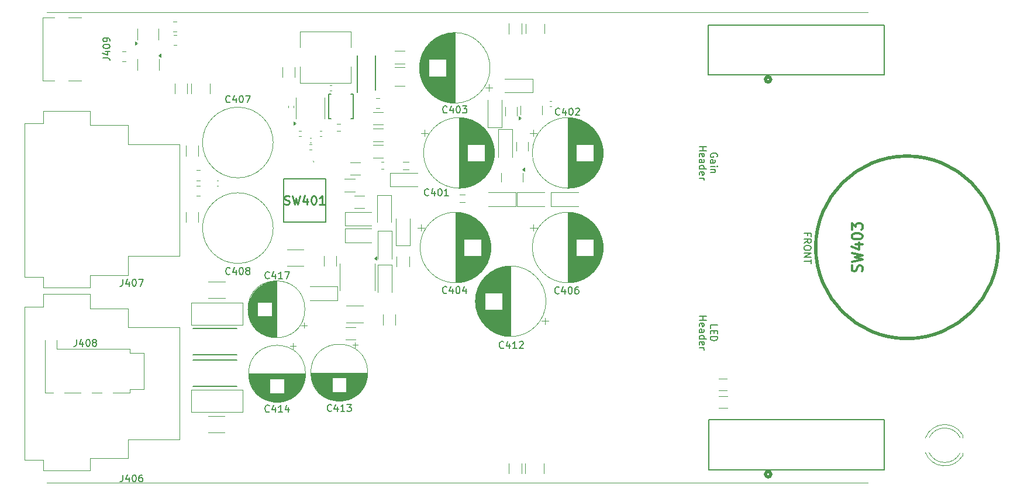
<source format=gbr>
%TF.GenerationSoftware,KiCad,Pcbnew,8.0.1*%
%TF.CreationDate,2024-11-27T15:43:16-06:00*%
%TF.ProjectId,XAmplifier,58416d70-6c69-4666-9965-722e6b696361,rev?*%
%TF.SameCoordinates,Original*%
%TF.FileFunction,Legend,Top*%
%TF.FilePolarity,Positive*%
%FSLAX46Y46*%
G04 Gerber Fmt 4.6, Leading zero omitted, Abs format (unit mm)*
G04 Created by KiCad (PCBNEW 8.0.1) date 2024-11-27 15:43:16*
%MOMM*%
%LPD*%
G01*
G04 APERTURE LIST*
%ADD10C,0.120000*%
%ADD11C,0.150000*%
%ADD12C,0.254000*%
%ADD13C,0.304800*%
%ADD14C,0.200000*%
%ADD15C,0.100000*%
%ADD16C,0.152400*%
%ADD17C,0.508000*%
G04 APERTURE END LIST*
D10*
X75380000Y-66100000D02*
X194175000Y-66100000D01*
X75380000Y-134300000D02*
X194250000Y-134300000D01*
D11*
X172382533Y-87069047D02*
X172430152Y-86973809D01*
X172430152Y-86973809D02*
X172430152Y-86830952D01*
X172430152Y-86830952D02*
X172382533Y-86688095D01*
X172382533Y-86688095D02*
X172287295Y-86592857D01*
X172287295Y-86592857D02*
X172192057Y-86545238D01*
X172192057Y-86545238D02*
X172001581Y-86497619D01*
X172001581Y-86497619D02*
X171858724Y-86497619D01*
X171858724Y-86497619D02*
X171668248Y-86545238D01*
X171668248Y-86545238D02*
X171573010Y-86592857D01*
X171573010Y-86592857D02*
X171477772Y-86688095D01*
X171477772Y-86688095D02*
X171430152Y-86830952D01*
X171430152Y-86830952D02*
X171430152Y-86926190D01*
X171430152Y-86926190D02*
X171477772Y-87069047D01*
X171477772Y-87069047D02*
X171525391Y-87116666D01*
X171525391Y-87116666D02*
X171858724Y-87116666D01*
X171858724Y-87116666D02*
X171858724Y-86926190D01*
X171430152Y-87973809D02*
X171953962Y-87973809D01*
X171953962Y-87973809D02*
X172049200Y-87926190D01*
X172049200Y-87926190D02*
X172096819Y-87830952D01*
X172096819Y-87830952D02*
X172096819Y-87640476D01*
X172096819Y-87640476D02*
X172049200Y-87545238D01*
X171477772Y-87973809D02*
X171430152Y-87878571D01*
X171430152Y-87878571D02*
X171430152Y-87640476D01*
X171430152Y-87640476D02*
X171477772Y-87545238D01*
X171477772Y-87545238D02*
X171573010Y-87497619D01*
X171573010Y-87497619D02*
X171668248Y-87497619D01*
X171668248Y-87497619D02*
X171763486Y-87545238D01*
X171763486Y-87545238D02*
X171811105Y-87640476D01*
X171811105Y-87640476D02*
X171811105Y-87878571D01*
X171811105Y-87878571D02*
X171858724Y-87973809D01*
X171430152Y-88450000D02*
X172096819Y-88450000D01*
X172430152Y-88450000D02*
X172382533Y-88402381D01*
X172382533Y-88402381D02*
X172334914Y-88450000D01*
X172334914Y-88450000D02*
X172382533Y-88497619D01*
X172382533Y-88497619D02*
X172430152Y-88450000D01*
X172430152Y-88450000D02*
X172334914Y-88450000D01*
X172096819Y-88926190D02*
X171430152Y-88926190D01*
X172001581Y-88926190D02*
X172049200Y-88973809D01*
X172049200Y-88973809D02*
X172096819Y-89069047D01*
X172096819Y-89069047D02*
X172096819Y-89211904D01*
X172096819Y-89211904D02*
X172049200Y-89307142D01*
X172049200Y-89307142D02*
X171953962Y-89354761D01*
X171953962Y-89354761D02*
X171430152Y-89354761D01*
X169820208Y-85592857D02*
X170820208Y-85592857D01*
X170344018Y-85592857D02*
X170344018Y-86164285D01*
X169820208Y-86164285D02*
X170820208Y-86164285D01*
X169867828Y-87021428D02*
X169820208Y-86926190D01*
X169820208Y-86926190D02*
X169820208Y-86735714D01*
X169820208Y-86735714D02*
X169867828Y-86640476D01*
X169867828Y-86640476D02*
X169963066Y-86592857D01*
X169963066Y-86592857D02*
X170344018Y-86592857D01*
X170344018Y-86592857D02*
X170439256Y-86640476D01*
X170439256Y-86640476D02*
X170486875Y-86735714D01*
X170486875Y-86735714D02*
X170486875Y-86926190D01*
X170486875Y-86926190D02*
X170439256Y-87021428D01*
X170439256Y-87021428D02*
X170344018Y-87069047D01*
X170344018Y-87069047D02*
X170248780Y-87069047D01*
X170248780Y-87069047D02*
X170153542Y-86592857D01*
X169820208Y-87926190D02*
X170344018Y-87926190D01*
X170344018Y-87926190D02*
X170439256Y-87878571D01*
X170439256Y-87878571D02*
X170486875Y-87783333D01*
X170486875Y-87783333D02*
X170486875Y-87592857D01*
X170486875Y-87592857D02*
X170439256Y-87497619D01*
X169867828Y-87926190D02*
X169820208Y-87830952D01*
X169820208Y-87830952D02*
X169820208Y-87592857D01*
X169820208Y-87592857D02*
X169867828Y-87497619D01*
X169867828Y-87497619D02*
X169963066Y-87450000D01*
X169963066Y-87450000D02*
X170058304Y-87450000D01*
X170058304Y-87450000D02*
X170153542Y-87497619D01*
X170153542Y-87497619D02*
X170201161Y-87592857D01*
X170201161Y-87592857D02*
X170201161Y-87830952D01*
X170201161Y-87830952D02*
X170248780Y-87926190D01*
X169820208Y-88830952D02*
X170820208Y-88830952D01*
X169867828Y-88830952D02*
X169820208Y-88735714D01*
X169820208Y-88735714D02*
X169820208Y-88545238D01*
X169820208Y-88545238D02*
X169867828Y-88450000D01*
X169867828Y-88450000D02*
X169915447Y-88402381D01*
X169915447Y-88402381D02*
X170010685Y-88354762D01*
X170010685Y-88354762D02*
X170296399Y-88354762D01*
X170296399Y-88354762D02*
X170391637Y-88402381D01*
X170391637Y-88402381D02*
X170439256Y-88450000D01*
X170439256Y-88450000D02*
X170486875Y-88545238D01*
X170486875Y-88545238D02*
X170486875Y-88735714D01*
X170486875Y-88735714D02*
X170439256Y-88830952D01*
X169867828Y-89688095D02*
X169820208Y-89592857D01*
X169820208Y-89592857D02*
X169820208Y-89402381D01*
X169820208Y-89402381D02*
X169867828Y-89307143D01*
X169867828Y-89307143D02*
X169963066Y-89259524D01*
X169963066Y-89259524D02*
X170344018Y-89259524D01*
X170344018Y-89259524D02*
X170439256Y-89307143D01*
X170439256Y-89307143D02*
X170486875Y-89402381D01*
X170486875Y-89402381D02*
X170486875Y-89592857D01*
X170486875Y-89592857D02*
X170439256Y-89688095D01*
X170439256Y-89688095D02*
X170344018Y-89735714D01*
X170344018Y-89735714D02*
X170248780Y-89735714D01*
X170248780Y-89735714D02*
X170153542Y-89259524D01*
X169820208Y-90164286D02*
X170486875Y-90164286D01*
X170296399Y-90164286D02*
X170391637Y-90211905D01*
X170391637Y-90211905D02*
X170439256Y-90259524D01*
X170439256Y-90259524D02*
X170486875Y-90354762D01*
X170486875Y-90354762D02*
X170486875Y-90450000D01*
X185498990Y-98464285D02*
X185498990Y-98130952D01*
X184975180Y-98130952D02*
X185975180Y-98130952D01*
X185975180Y-98130952D02*
X185975180Y-98607142D01*
X184975180Y-99559523D02*
X185451371Y-99226190D01*
X184975180Y-98988095D02*
X185975180Y-98988095D01*
X185975180Y-98988095D02*
X185975180Y-99369047D01*
X185975180Y-99369047D02*
X185927561Y-99464285D01*
X185927561Y-99464285D02*
X185879942Y-99511904D01*
X185879942Y-99511904D02*
X185784704Y-99559523D01*
X185784704Y-99559523D02*
X185641847Y-99559523D01*
X185641847Y-99559523D02*
X185546609Y-99511904D01*
X185546609Y-99511904D02*
X185498990Y-99464285D01*
X185498990Y-99464285D02*
X185451371Y-99369047D01*
X185451371Y-99369047D02*
X185451371Y-98988095D01*
X185975180Y-100178571D02*
X185975180Y-100369047D01*
X185975180Y-100369047D02*
X185927561Y-100464285D01*
X185927561Y-100464285D02*
X185832323Y-100559523D01*
X185832323Y-100559523D02*
X185641847Y-100607142D01*
X185641847Y-100607142D02*
X185308514Y-100607142D01*
X185308514Y-100607142D02*
X185118038Y-100559523D01*
X185118038Y-100559523D02*
X185022800Y-100464285D01*
X185022800Y-100464285D02*
X184975180Y-100369047D01*
X184975180Y-100369047D02*
X184975180Y-100178571D01*
X184975180Y-100178571D02*
X185022800Y-100083333D01*
X185022800Y-100083333D02*
X185118038Y-99988095D01*
X185118038Y-99988095D02*
X185308514Y-99940476D01*
X185308514Y-99940476D02*
X185641847Y-99940476D01*
X185641847Y-99940476D02*
X185832323Y-99988095D01*
X185832323Y-99988095D02*
X185927561Y-100083333D01*
X185927561Y-100083333D02*
X185975180Y-100178571D01*
X184975180Y-101035714D02*
X185975180Y-101035714D01*
X185975180Y-101035714D02*
X184975180Y-101607142D01*
X184975180Y-101607142D02*
X185975180Y-101607142D01*
X185975180Y-101940476D02*
X185975180Y-102511904D01*
X184975180Y-102226190D02*
X185975180Y-102226190D01*
X171430152Y-111907142D02*
X171430152Y-111430952D01*
X171430152Y-111430952D02*
X172430152Y-111430952D01*
X171953962Y-112240476D02*
X171953962Y-112573809D01*
X171430152Y-112716666D02*
X171430152Y-112240476D01*
X171430152Y-112240476D02*
X172430152Y-112240476D01*
X172430152Y-112240476D02*
X172430152Y-112716666D01*
X171430152Y-113145238D02*
X172430152Y-113145238D01*
X172430152Y-113145238D02*
X172430152Y-113383333D01*
X172430152Y-113383333D02*
X172382533Y-113526190D01*
X172382533Y-113526190D02*
X172287295Y-113621428D01*
X172287295Y-113621428D02*
X172192057Y-113669047D01*
X172192057Y-113669047D02*
X172001581Y-113716666D01*
X172001581Y-113716666D02*
X171858724Y-113716666D01*
X171858724Y-113716666D02*
X171668248Y-113669047D01*
X171668248Y-113669047D02*
X171573010Y-113621428D01*
X171573010Y-113621428D02*
X171477772Y-113526190D01*
X171477772Y-113526190D02*
X171430152Y-113383333D01*
X171430152Y-113383333D02*
X171430152Y-113145238D01*
X169820208Y-110192857D02*
X170820208Y-110192857D01*
X170344018Y-110192857D02*
X170344018Y-110764285D01*
X169820208Y-110764285D02*
X170820208Y-110764285D01*
X169867828Y-111621428D02*
X169820208Y-111526190D01*
X169820208Y-111526190D02*
X169820208Y-111335714D01*
X169820208Y-111335714D02*
X169867828Y-111240476D01*
X169867828Y-111240476D02*
X169963066Y-111192857D01*
X169963066Y-111192857D02*
X170344018Y-111192857D01*
X170344018Y-111192857D02*
X170439256Y-111240476D01*
X170439256Y-111240476D02*
X170486875Y-111335714D01*
X170486875Y-111335714D02*
X170486875Y-111526190D01*
X170486875Y-111526190D02*
X170439256Y-111621428D01*
X170439256Y-111621428D02*
X170344018Y-111669047D01*
X170344018Y-111669047D02*
X170248780Y-111669047D01*
X170248780Y-111669047D02*
X170153542Y-111192857D01*
X169820208Y-112526190D02*
X170344018Y-112526190D01*
X170344018Y-112526190D02*
X170439256Y-112478571D01*
X170439256Y-112478571D02*
X170486875Y-112383333D01*
X170486875Y-112383333D02*
X170486875Y-112192857D01*
X170486875Y-112192857D02*
X170439256Y-112097619D01*
X169867828Y-112526190D02*
X169820208Y-112430952D01*
X169820208Y-112430952D02*
X169820208Y-112192857D01*
X169820208Y-112192857D02*
X169867828Y-112097619D01*
X169867828Y-112097619D02*
X169963066Y-112050000D01*
X169963066Y-112050000D02*
X170058304Y-112050000D01*
X170058304Y-112050000D02*
X170153542Y-112097619D01*
X170153542Y-112097619D02*
X170201161Y-112192857D01*
X170201161Y-112192857D02*
X170201161Y-112430952D01*
X170201161Y-112430952D02*
X170248780Y-112526190D01*
X169820208Y-113430952D02*
X170820208Y-113430952D01*
X169867828Y-113430952D02*
X169820208Y-113335714D01*
X169820208Y-113335714D02*
X169820208Y-113145238D01*
X169820208Y-113145238D02*
X169867828Y-113050000D01*
X169867828Y-113050000D02*
X169915447Y-113002381D01*
X169915447Y-113002381D02*
X170010685Y-112954762D01*
X170010685Y-112954762D02*
X170296399Y-112954762D01*
X170296399Y-112954762D02*
X170391637Y-113002381D01*
X170391637Y-113002381D02*
X170439256Y-113050000D01*
X170439256Y-113050000D02*
X170486875Y-113145238D01*
X170486875Y-113145238D02*
X170486875Y-113335714D01*
X170486875Y-113335714D02*
X170439256Y-113430952D01*
X169867828Y-114288095D02*
X169820208Y-114192857D01*
X169820208Y-114192857D02*
X169820208Y-114002381D01*
X169820208Y-114002381D02*
X169867828Y-113907143D01*
X169867828Y-113907143D02*
X169963066Y-113859524D01*
X169963066Y-113859524D02*
X170344018Y-113859524D01*
X170344018Y-113859524D02*
X170439256Y-113907143D01*
X170439256Y-113907143D02*
X170486875Y-114002381D01*
X170486875Y-114002381D02*
X170486875Y-114192857D01*
X170486875Y-114192857D02*
X170439256Y-114288095D01*
X170439256Y-114288095D02*
X170344018Y-114335714D01*
X170344018Y-114335714D02*
X170248780Y-114335714D01*
X170248780Y-114335714D02*
X170153542Y-113859524D01*
X169820208Y-114764286D02*
X170486875Y-114764286D01*
X170296399Y-114764286D02*
X170391637Y-114811905D01*
X170391637Y-114811905D02*
X170439256Y-114859524D01*
X170439256Y-114859524D02*
X170486875Y-114954762D01*
X170486875Y-114954762D02*
X170486875Y-115050000D01*
X141473498Y-114733468D02*
X141425879Y-114781088D01*
X141425879Y-114781088D02*
X141283022Y-114828707D01*
X141283022Y-114828707D02*
X141187784Y-114828707D01*
X141187784Y-114828707D02*
X141044927Y-114781088D01*
X141044927Y-114781088D02*
X140949689Y-114685849D01*
X140949689Y-114685849D02*
X140902070Y-114590611D01*
X140902070Y-114590611D02*
X140854451Y-114400135D01*
X140854451Y-114400135D02*
X140854451Y-114257278D01*
X140854451Y-114257278D02*
X140902070Y-114066802D01*
X140902070Y-114066802D02*
X140949689Y-113971564D01*
X140949689Y-113971564D02*
X141044927Y-113876326D01*
X141044927Y-113876326D02*
X141187784Y-113828707D01*
X141187784Y-113828707D02*
X141283022Y-113828707D01*
X141283022Y-113828707D02*
X141425879Y-113876326D01*
X141425879Y-113876326D02*
X141473498Y-113923945D01*
X142330641Y-114162040D02*
X142330641Y-114828707D01*
X142092546Y-113781088D02*
X141854451Y-114495373D01*
X141854451Y-114495373D02*
X142473498Y-114495373D01*
X143378260Y-114828707D02*
X142806832Y-114828707D01*
X143092546Y-114828707D02*
X143092546Y-113828707D01*
X143092546Y-113828707D02*
X142997308Y-113971564D01*
X142997308Y-113971564D02*
X142902070Y-114066802D01*
X142902070Y-114066802D02*
X142806832Y-114114421D01*
X143759213Y-113923945D02*
X143806832Y-113876326D01*
X143806832Y-113876326D02*
X143902070Y-113828707D01*
X143902070Y-113828707D02*
X144140165Y-113828707D01*
X144140165Y-113828707D02*
X144235403Y-113876326D01*
X144235403Y-113876326D02*
X144283022Y-113923945D01*
X144283022Y-113923945D02*
X144330641Y-114019183D01*
X144330641Y-114019183D02*
X144330641Y-114114421D01*
X144330641Y-114114421D02*
X144283022Y-114257278D01*
X144283022Y-114257278D02*
X143711594Y-114828707D01*
X143711594Y-114828707D02*
X144330641Y-114828707D01*
D12*
X109747142Y-93913842D02*
X109928571Y-93974318D01*
X109928571Y-93974318D02*
X110230952Y-93974318D01*
X110230952Y-93974318D02*
X110351904Y-93913842D01*
X110351904Y-93913842D02*
X110412380Y-93853365D01*
X110412380Y-93853365D02*
X110472857Y-93732413D01*
X110472857Y-93732413D02*
X110472857Y-93611461D01*
X110472857Y-93611461D02*
X110412380Y-93490508D01*
X110412380Y-93490508D02*
X110351904Y-93430032D01*
X110351904Y-93430032D02*
X110230952Y-93369556D01*
X110230952Y-93369556D02*
X109989047Y-93309080D01*
X109989047Y-93309080D02*
X109868095Y-93248603D01*
X109868095Y-93248603D02*
X109807618Y-93188127D01*
X109807618Y-93188127D02*
X109747142Y-93067175D01*
X109747142Y-93067175D02*
X109747142Y-92946222D01*
X109747142Y-92946222D02*
X109807618Y-92825270D01*
X109807618Y-92825270D02*
X109868095Y-92764794D01*
X109868095Y-92764794D02*
X109989047Y-92704318D01*
X109989047Y-92704318D02*
X110291428Y-92704318D01*
X110291428Y-92704318D02*
X110472857Y-92764794D01*
X110896190Y-92704318D02*
X111198571Y-93974318D01*
X111198571Y-93974318D02*
X111440476Y-93067175D01*
X111440476Y-93067175D02*
X111682381Y-93974318D01*
X111682381Y-93974318D02*
X111984762Y-92704318D01*
X113012857Y-93127651D02*
X113012857Y-93974318D01*
X112710476Y-92643842D02*
X112408095Y-93550984D01*
X112408095Y-93550984D02*
X113194286Y-93550984D01*
X113920000Y-92704318D02*
X114040953Y-92704318D01*
X114040953Y-92704318D02*
X114161905Y-92764794D01*
X114161905Y-92764794D02*
X114222381Y-92825270D01*
X114222381Y-92825270D02*
X114282857Y-92946222D01*
X114282857Y-92946222D02*
X114343334Y-93188127D01*
X114343334Y-93188127D02*
X114343334Y-93490508D01*
X114343334Y-93490508D02*
X114282857Y-93732413D01*
X114282857Y-93732413D02*
X114222381Y-93853365D01*
X114222381Y-93853365D02*
X114161905Y-93913842D01*
X114161905Y-93913842D02*
X114040953Y-93974318D01*
X114040953Y-93974318D02*
X113920000Y-93974318D01*
X113920000Y-93974318D02*
X113799048Y-93913842D01*
X113799048Y-93913842D02*
X113738572Y-93853365D01*
X113738572Y-93853365D02*
X113678095Y-93732413D01*
X113678095Y-93732413D02*
X113617619Y-93490508D01*
X113617619Y-93490508D02*
X113617619Y-93188127D01*
X113617619Y-93188127D02*
X113678095Y-92946222D01*
X113678095Y-92946222D02*
X113738572Y-92825270D01*
X113738572Y-92825270D02*
X113799048Y-92764794D01*
X113799048Y-92764794D02*
X113920000Y-92704318D01*
X115552858Y-93974318D02*
X114827143Y-93974318D01*
X115190000Y-93974318D02*
X115190000Y-92704318D01*
X115190000Y-92704318D02*
X115069048Y-92885746D01*
X115069048Y-92885746D02*
X114948096Y-93006699D01*
X114948096Y-93006699D02*
X114827143Y-93067175D01*
D11*
X130630952Y-92609580D02*
X130583333Y-92657200D01*
X130583333Y-92657200D02*
X130440476Y-92704819D01*
X130440476Y-92704819D02*
X130345238Y-92704819D01*
X130345238Y-92704819D02*
X130202381Y-92657200D01*
X130202381Y-92657200D02*
X130107143Y-92561961D01*
X130107143Y-92561961D02*
X130059524Y-92466723D01*
X130059524Y-92466723D02*
X130011905Y-92276247D01*
X130011905Y-92276247D02*
X130011905Y-92133390D01*
X130011905Y-92133390D02*
X130059524Y-91942914D01*
X130059524Y-91942914D02*
X130107143Y-91847676D01*
X130107143Y-91847676D02*
X130202381Y-91752438D01*
X130202381Y-91752438D02*
X130345238Y-91704819D01*
X130345238Y-91704819D02*
X130440476Y-91704819D01*
X130440476Y-91704819D02*
X130583333Y-91752438D01*
X130583333Y-91752438D02*
X130630952Y-91800057D01*
X131488095Y-92038152D02*
X131488095Y-92704819D01*
X131250000Y-91657200D02*
X131011905Y-92371485D01*
X131011905Y-92371485D02*
X131630952Y-92371485D01*
X132202381Y-91704819D02*
X132297619Y-91704819D01*
X132297619Y-91704819D02*
X132392857Y-91752438D01*
X132392857Y-91752438D02*
X132440476Y-91800057D01*
X132440476Y-91800057D02*
X132488095Y-91895295D01*
X132488095Y-91895295D02*
X132535714Y-92085771D01*
X132535714Y-92085771D02*
X132535714Y-92323866D01*
X132535714Y-92323866D02*
X132488095Y-92514342D01*
X132488095Y-92514342D02*
X132440476Y-92609580D01*
X132440476Y-92609580D02*
X132392857Y-92657200D01*
X132392857Y-92657200D02*
X132297619Y-92704819D01*
X132297619Y-92704819D02*
X132202381Y-92704819D01*
X132202381Y-92704819D02*
X132107143Y-92657200D01*
X132107143Y-92657200D02*
X132059524Y-92609580D01*
X132059524Y-92609580D02*
X132011905Y-92514342D01*
X132011905Y-92514342D02*
X131964286Y-92323866D01*
X131964286Y-92323866D02*
X131964286Y-92085771D01*
X131964286Y-92085771D02*
X132011905Y-91895295D01*
X132011905Y-91895295D02*
X132059524Y-91800057D01*
X132059524Y-91800057D02*
X132107143Y-91752438D01*
X132107143Y-91752438D02*
X132202381Y-91704819D01*
X133488095Y-92704819D02*
X132916667Y-92704819D01*
X133202381Y-92704819D02*
X133202381Y-91704819D01*
X133202381Y-91704819D02*
X133107143Y-91847676D01*
X133107143Y-91847676D02*
X133011905Y-91942914D01*
X133011905Y-91942914D02*
X132916667Y-91990533D01*
X133290952Y-80619580D02*
X133243333Y-80667200D01*
X133243333Y-80667200D02*
X133100476Y-80714819D01*
X133100476Y-80714819D02*
X133005238Y-80714819D01*
X133005238Y-80714819D02*
X132862381Y-80667200D01*
X132862381Y-80667200D02*
X132767143Y-80571961D01*
X132767143Y-80571961D02*
X132719524Y-80476723D01*
X132719524Y-80476723D02*
X132671905Y-80286247D01*
X132671905Y-80286247D02*
X132671905Y-80143390D01*
X132671905Y-80143390D02*
X132719524Y-79952914D01*
X132719524Y-79952914D02*
X132767143Y-79857676D01*
X132767143Y-79857676D02*
X132862381Y-79762438D01*
X132862381Y-79762438D02*
X133005238Y-79714819D01*
X133005238Y-79714819D02*
X133100476Y-79714819D01*
X133100476Y-79714819D02*
X133243333Y-79762438D01*
X133243333Y-79762438D02*
X133290952Y-79810057D01*
X134148095Y-80048152D02*
X134148095Y-80714819D01*
X133910000Y-79667200D02*
X133671905Y-80381485D01*
X133671905Y-80381485D02*
X134290952Y-80381485D01*
X134862381Y-79714819D02*
X134957619Y-79714819D01*
X134957619Y-79714819D02*
X135052857Y-79762438D01*
X135052857Y-79762438D02*
X135100476Y-79810057D01*
X135100476Y-79810057D02*
X135148095Y-79905295D01*
X135148095Y-79905295D02*
X135195714Y-80095771D01*
X135195714Y-80095771D02*
X135195714Y-80333866D01*
X135195714Y-80333866D02*
X135148095Y-80524342D01*
X135148095Y-80524342D02*
X135100476Y-80619580D01*
X135100476Y-80619580D02*
X135052857Y-80667200D01*
X135052857Y-80667200D02*
X134957619Y-80714819D01*
X134957619Y-80714819D02*
X134862381Y-80714819D01*
X134862381Y-80714819D02*
X134767143Y-80667200D01*
X134767143Y-80667200D02*
X134719524Y-80619580D01*
X134719524Y-80619580D02*
X134671905Y-80524342D01*
X134671905Y-80524342D02*
X134624286Y-80333866D01*
X134624286Y-80333866D02*
X134624286Y-80095771D01*
X134624286Y-80095771D02*
X134671905Y-79905295D01*
X134671905Y-79905295D02*
X134719524Y-79810057D01*
X134719524Y-79810057D02*
X134767143Y-79762438D01*
X134767143Y-79762438D02*
X134862381Y-79714819D01*
X135529048Y-79714819D02*
X136148095Y-79714819D01*
X136148095Y-79714819D02*
X135814762Y-80095771D01*
X135814762Y-80095771D02*
X135957619Y-80095771D01*
X135957619Y-80095771D02*
X136052857Y-80143390D01*
X136052857Y-80143390D02*
X136100476Y-80191009D01*
X136100476Y-80191009D02*
X136148095Y-80286247D01*
X136148095Y-80286247D02*
X136148095Y-80524342D01*
X136148095Y-80524342D02*
X136100476Y-80619580D01*
X136100476Y-80619580D02*
X136052857Y-80667200D01*
X136052857Y-80667200D02*
X135957619Y-80714819D01*
X135957619Y-80714819D02*
X135671905Y-80714819D01*
X135671905Y-80714819D02*
X135576667Y-80667200D01*
X135576667Y-80667200D02*
X135529048Y-80619580D01*
X79634285Y-113529819D02*
X79634285Y-114244104D01*
X79634285Y-114244104D02*
X79586666Y-114386961D01*
X79586666Y-114386961D02*
X79491428Y-114482200D01*
X79491428Y-114482200D02*
X79348571Y-114529819D01*
X79348571Y-114529819D02*
X79253333Y-114529819D01*
X80539047Y-113863152D02*
X80539047Y-114529819D01*
X80300952Y-113482200D02*
X80062857Y-114196485D01*
X80062857Y-114196485D02*
X80681904Y-114196485D01*
X81253333Y-113529819D02*
X81348571Y-113529819D01*
X81348571Y-113529819D02*
X81443809Y-113577438D01*
X81443809Y-113577438D02*
X81491428Y-113625057D01*
X81491428Y-113625057D02*
X81539047Y-113720295D01*
X81539047Y-113720295D02*
X81586666Y-113910771D01*
X81586666Y-113910771D02*
X81586666Y-114148866D01*
X81586666Y-114148866D02*
X81539047Y-114339342D01*
X81539047Y-114339342D02*
X81491428Y-114434580D01*
X81491428Y-114434580D02*
X81443809Y-114482200D01*
X81443809Y-114482200D02*
X81348571Y-114529819D01*
X81348571Y-114529819D02*
X81253333Y-114529819D01*
X81253333Y-114529819D02*
X81158095Y-114482200D01*
X81158095Y-114482200D02*
X81110476Y-114434580D01*
X81110476Y-114434580D02*
X81062857Y-114339342D01*
X81062857Y-114339342D02*
X81015238Y-114148866D01*
X81015238Y-114148866D02*
X81015238Y-113910771D01*
X81015238Y-113910771D02*
X81062857Y-113720295D01*
X81062857Y-113720295D02*
X81110476Y-113625057D01*
X81110476Y-113625057D02*
X81158095Y-113577438D01*
X81158095Y-113577438D02*
X81253333Y-113529819D01*
X82158095Y-113958390D02*
X82062857Y-113910771D01*
X82062857Y-113910771D02*
X82015238Y-113863152D01*
X82015238Y-113863152D02*
X81967619Y-113767914D01*
X81967619Y-113767914D02*
X81967619Y-113720295D01*
X81967619Y-113720295D02*
X82015238Y-113625057D01*
X82015238Y-113625057D02*
X82062857Y-113577438D01*
X82062857Y-113577438D02*
X82158095Y-113529819D01*
X82158095Y-113529819D02*
X82348571Y-113529819D01*
X82348571Y-113529819D02*
X82443809Y-113577438D01*
X82443809Y-113577438D02*
X82491428Y-113625057D01*
X82491428Y-113625057D02*
X82539047Y-113720295D01*
X82539047Y-113720295D02*
X82539047Y-113767914D01*
X82539047Y-113767914D02*
X82491428Y-113863152D01*
X82491428Y-113863152D02*
X82443809Y-113910771D01*
X82443809Y-113910771D02*
X82348571Y-113958390D01*
X82348571Y-113958390D02*
X82158095Y-113958390D01*
X82158095Y-113958390D02*
X82062857Y-114006009D01*
X82062857Y-114006009D02*
X82015238Y-114053628D01*
X82015238Y-114053628D02*
X81967619Y-114148866D01*
X81967619Y-114148866D02*
X81967619Y-114339342D01*
X81967619Y-114339342D02*
X82015238Y-114434580D01*
X82015238Y-114434580D02*
X82062857Y-114482200D01*
X82062857Y-114482200D02*
X82158095Y-114529819D01*
X82158095Y-114529819D02*
X82348571Y-114529819D01*
X82348571Y-114529819D02*
X82443809Y-114482200D01*
X82443809Y-114482200D02*
X82491428Y-114434580D01*
X82491428Y-114434580D02*
X82539047Y-114339342D01*
X82539047Y-114339342D02*
X82539047Y-114148866D01*
X82539047Y-114148866D02*
X82491428Y-114053628D01*
X82491428Y-114053628D02*
X82443809Y-114006009D01*
X82443809Y-114006009D02*
X82348571Y-113958390D01*
X149500952Y-106819580D02*
X149453333Y-106867200D01*
X149453333Y-106867200D02*
X149310476Y-106914819D01*
X149310476Y-106914819D02*
X149215238Y-106914819D01*
X149215238Y-106914819D02*
X149072381Y-106867200D01*
X149072381Y-106867200D02*
X148977143Y-106771961D01*
X148977143Y-106771961D02*
X148929524Y-106676723D01*
X148929524Y-106676723D02*
X148881905Y-106486247D01*
X148881905Y-106486247D02*
X148881905Y-106343390D01*
X148881905Y-106343390D02*
X148929524Y-106152914D01*
X148929524Y-106152914D02*
X148977143Y-106057676D01*
X148977143Y-106057676D02*
X149072381Y-105962438D01*
X149072381Y-105962438D02*
X149215238Y-105914819D01*
X149215238Y-105914819D02*
X149310476Y-105914819D01*
X149310476Y-105914819D02*
X149453333Y-105962438D01*
X149453333Y-105962438D02*
X149500952Y-106010057D01*
X150358095Y-106248152D02*
X150358095Y-106914819D01*
X150120000Y-105867200D02*
X149881905Y-106581485D01*
X149881905Y-106581485D02*
X150500952Y-106581485D01*
X151072381Y-105914819D02*
X151167619Y-105914819D01*
X151167619Y-105914819D02*
X151262857Y-105962438D01*
X151262857Y-105962438D02*
X151310476Y-106010057D01*
X151310476Y-106010057D02*
X151358095Y-106105295D01*
X151358095Y-106105295D02*
X151405714Y-106295771D01*
X151405714Y-106295771D02*
X151405714Y-106533866D01*
X151405714Y-106533866D02*
X151358095Y-106724342D01*
X151358095Y-106724342D02*
X151310476Y-106819580D01*
X151310476Y-106819580D02*
X151262857Y-106867200D01*
X151262857Y-106867200D02*
X151167619Y-106914819D01*
X151167619Y-106914819D02*
X151072381Y-106914819D01*
X151072381Y-106914819D02*
X150977143Y-106867200D01*
X150977143Y-106867200D02*
X150929524Y-106819580D01*
X150929524Y-106819580D02*
X150881905Y-106724342D01*
X150881905Y-106724342D02*
X150834286Y-106533866D01*
X150834286Y-106533866D02*
X150834286Y-106295771D01*
X150834286Y-106295771D02*
X150881905Y-106105295D01*
X150881905Y-106105295D02*
X150929524Y-106010057D01*
X150929524Y-106010057D02*
X150977143Y-105962438D01*
X150977143Y-105962438D02*
X151072381Y-105914819D01*
X152262857Y-105914819D02*
X152072381Y-105914819D01*
X152072381Y-105914819D02*
X151977143Y-105962438D01*
X151977143Y-105962438D02*
X151929524Y-106010057D01*
X151929524Y-106010057D02*
X151834286Y-106152914D01*
X151834286Y-106152914D02*
X151786667Y-106343390D01*
X151786667Y-106343390D02*
X151786667Y-106724342D01*
X151786667Y-106724342D02*
X151834286Y-106819580D01*
X151834286Y-106819580D02*
X151881905Y-106867200D01*
X151881905Y-106867200D02*
X151977143Y-106914819D01*
X151977143Y-106914819D02*
X152167619Y-106914819D01*
X152167619Y-106914819D02*
X152262857Y-106867200D01*
X152262857Y-106867200D02*
X152310476Y-106819580D01*
X152310476Y-106819580D02*
X152358095Y-106724342D01*
X152358095Y-106724342D02*
X152358095Y-106486247D01*
X152358095Y-106486247D02*
X152310476Y-106391009D01*
X152310476Y-106391009D02*
X152262857Y-106343390D01*
X152262857Y-106343390D02*
X152167619Y-106295771D01*
X152167619Y-106295771D02*
X151977143Y-106295771D01*
X151977143Y-106295771D02*
X151881905Y-106343390D01*
X151881905Y-106343390D02*
X151834286Y-106391009D01*
X151834286Y-106391009D02*
X151786667Y-106486247D01*
X107560952Y-123959580D02*
X107513333Y-124007200D01*
X107513333Y-124007200D02*
X107370476Y-124054819D01*
X107370476Y-124054819D02*
X107275238Y-124054819D01*
X107275238Y-124054819D02*
X107132381Y-124007200D01*
X107132381Y-124007200D02*
X107037143Y-123911961D01*
X107037143Y-123911961D02*
X106989524Y-123816723D01*
X106989524Y-123816723D02*
X106941905Y-123626247D01*
X106941905Y-123626247D02*
X106941905Y-123483390D01*
X106941905Y-123483390D02*
X106989524Y-123292914D01*
X106989524Y-123292914D02*
X107037143Y-123197676D01*
X107037143Y-123197676D02*
X107132381Y-123102438D01*
X107132381Y-123102438D02*
X107275238Y-123054819D01*
X107275238Y-123054819D02*
X107370476Y-123054819D01*
X107370476Y-123054819D02*
X107513333Y-123102438D01*
X107513333Y-123102438D02*
X107560952Y-123150057D01*
X108418095Y-123388152D02*
X108418095Y-124054819D01*
X108180000Y-123007200D02*
X107941905Y-123721485D01*
X107941905Y-123721485D02*
X108560952Y-123721485D01*
X109465714Y-124054819D02*
X108894286Y-124054819D01*
X109180000Y-124054819D02*
X109180000Y-123054819D01*
X109180000Y-123054819D02*
X109084762Y-123197676D01*
X109084762Y-123197676D02*
X108989524Y-123292914D01*
X108989524Y-123292914D02*
X108894286Y-123340533D01*
X110322857Y-123388152D02*
X110322857Y-124054819D01*
X110084762Y-123007200D02*
X109846667Y-123721485D01*
X109846667Y-123721485D02*
X110465714Y-123721485D01*
X101880952Y-79109580D02*
X101833333Y-79157200D01*
X101833333Y-79157200D02*
X101690476Y-79204819D01*
X101690476Y-79204819D02*
X101595238Y-79204819D01*
X101595238Y-79204819D02*
X101452381Y-79157200D01*
X101452381Y-79157200D02*
X101357143Y-79061961D01*
X101357143Y-79061961D02*
X101309524Y-78966723D01*
X101309524Y-78966723D02*
X101261905Y-78776247D01*
X101261905Y-78776247D02*
X101261905Y-78633390D01*
X101261905Y-78633390D02*
X101309524Y-78442914D01*
X101309524Y-78442914D02*
X101357143Y-78347676D01*
X101357143Y-78347676D02*
X101452381Y-78252438D01*
X101452381Y-78252438D02*
X101595238Y-78204819D01*
X101595238Y-78204819D02*
X101690476Y-78204819D01*
X101690476Y-78204819D02*
X101833333Y-78252438D01*
X101833333Y-78252438D02*
X101880952Y-78300057D01*
X102738095Y-78538152D02*
X102738095Y-79204819D01*
X102500000Y-78157200D02*
X102261905Y-78871485D01*
X102261905Y-78871485D02*
X102880952Y-78871485D01*
X103452381Y-78204819D02*
X103547619Y-78204819D01*
X103547619Y-78204819D02*
X103642857Y-78252438D01*
X103642857Y-78252438D02*
X103690476Y-78300057D01*
X103690476Y-78300057D02*
X103738095Y-78395295D01*
X103738095Y-78395295D02*
X103785714Y-78585771D01*
X103785714Y-78585771D02*
X103785714Y-78823866D01*
X103785714Y-78823866D02*
X103738095Y-79014342D01*
X103738095Y-79014342D02*
X103690476Y-79109580D01*
X103690476Y-79109580D02*
X103642857Y-79157200D01*
X103642857Y-79157200D02*
X103547619Y-79204819D01*
X103547619Y-79204819D02*
X103452381Y-79204819D01*
X103452381Y-79204819D02*
X103357143Y-79157200D01*
X103357143Y-79157200D02*
X103309524Y-79109580D01*
X103309524Y-79109580D02*
X103261905Y-79014342D01*
X103261905Y-79014342D02*
X103214286Y-78823866D01*
X103214286Y-78823866D02*
X103214286Y-78585771D01*
X103214286Y-78585771D02*
X103261905Y-78395295D01*
X103261905Y-78395295D02*
X103309524Y-78300057D01*
X103309524Y-78300057D02*
X103357143Y-78252438D01*
X103357143Y-78252438D02*
X103452381Y-78204819D01*
X104119048Y-78204819D02*
X104785714Y-78204819D01*
X104785714Y-78204819D02*
X104357143Y-79204819D01*
D13*
X193347848Y-103667446D02*
X193420419Y-103449732D01*
X193420419Y-103449732D02*
X193420419Y-103086874D01*
X193420419Y-103086874D02*
X193347848Y-102941732D01*
X193347848Y-102941732D02*
X193275276Y-102869160D01*
X193275276Y-102869160D02*
X193130133Y-102796589D01*
X193130133Y-102796589D02*
X192984990Y-102796589D01*
X192984990Y-102796589D02*
X192839848Y-102869160D01*
X192839848Y-102869160D02*
X192767276Y-102941732D01*
X192767276Y-102941732D02*
X192694705Y-103086874D01*
X192694705Y-103086874D02*
X192622133Y-103377160D01*
X192622133Y-103377160D02*
X192549562Y-103522303D01*
X192549562Y-103522303D02*
X192476990Y-103594874D01*
X192476990Y-103594874D02*
X192331848Y-103667446D01*
X192331848Y-103667446D02*
X192186705Y-103667446D01*
X192186705Y-103667446D02*
X192041562Y-103594874D01*
X192041562Y-103594874D02*
X191968990Y-103522303D01*
X191968990Y-103522303D02*
X191896419Y-103377160D01*
X191896419Y-103377160D02*
X191896419Y-103014303D01*
X191896419Y-103014303D02*
X191968990Y-102796589D01*
X191896419Y-102288588D02*
X193420419Y-101925731D01*
X193420419Y-101925731D02*
X192331848Y-101635445D01*
X192331848Y-101635445D02*
X193420419Y-101345160D01*
X193420419Y-101345160D02*
X191896419Y-100982303D01*
X192404419Y-99748589D02*
X193420419Y-99748589D01*
X191823848Y-100111446D02*
X192912419Y-100474303D01*
X192912419Y-100474303D02*
X192912419Y-99530874D01*
X191896419Y-98660017D02*
X191896419Y-98514874D01*
X191896419Y-98514874D02*
X191968990Y-98369731D01*
X191968990Y-98369731D02*
X192041562Y-98297160D01*
X192041562Y-98297160D02*
X192186705Y-98224588D01*
X192186705Y-98224588D02*
X192476990Y-98152017D01*
X192476990Y-98152017D02*
X192839848Y-98152017D01*
X192839848Y-98152017D02*
X193130133Y-98224588D01*
X193130133Y-98224588D02*
X193275276Y-98297160D01*
X193275276Y-98297160D02*
X193347848Y-98369731D01*
X193347848Y-98369731D02*
X193420419Y-98514874D01*
X193420419Y-98514874D02*
X193420419Y-98660017D01*
X193420419Y-98660017D02*
X193347848Y-98805160D01*
X193347848Y-98805160D02*
X193275276Y-98877731D01*
X193275276Y-98877731D02*
X193130133Y-98950302D01*
X193130133Y-98950302D02*
X192839848Y-99022874D01*
X192839848Y-99022874D02*
X192476990Y-99022874D01*
X192476990Y-99022874D02*
X192186705Y-98950302D01*
X192186705Y-98950302D02*
X192041562Y-98877731D01*
X192041562Y-98877731D02*
X191968990Y-98805160D01*
X191968990Y-98805160D02*
X191896419Y-98660017D01*
X191896419Y-97644016D02*
X191896419Y-96700588D01*
X191896419Y-96700588D02*
X192476990Y-97208588D01*
X192476990Y-97208588D02*
X192476990Y-96990873D01*
X192476990Y-96990873D02*
X192549562Y-96845731D01*
X192549562Y-96845731D02*
X192622133Y-96773159D01*
X192622133Y-96773159D02*
X192767276Y-96700588D01*
X192767276Y-96700588D02*
X193130133Y-96700588D01*
X193130133Y-96700588D02*
X193275276Y-96773159D01*
X193275276Y-96773159D02*
X193347848Y-96845731D01*
X193347848Y-96845731D02*
X193420419Y-96990873D01*
X193420419Y-96990873D02*
X193420419Y-97426302D01*
X193420419Y-97426302D02*
X193347848Y-97571445D01*
X193347848Y-97571445D02*
X193275276Y-97644016D01*
D11*
X149600777Y-80935907D02*
X149553158Y-80983527D01*
X149553158Y-80983527D02*
X149410301Y-81031146D01*
X149410301Y-81031146D02*
X149315063Y-81031146D01*
X149315063Y-81031146D02*
X149172206Y-80983527D01*
X149172206Y-80983527D02*
X149076968Y-80888288D01*
X149076968Y-80888288D02*
X149029349Y-80793050D01*
X149029349Y-80793050D02*
X148981730Y-80602574D01*
X148981730Y-80602574D02*
X148981730Y-80459717D01*
X148981730Y-80459717D02*
X149029349Y-80269241D01*
X149029349Y-80269241D02*
X149076968Y-80174003D01*
X149076968Y-80174003D02*
X149172206Y-80078765D01*
X149172206Y-80078765D02*
X149315063Y-80031146D01*
X149315063Y-80031146D02*
X149410301Y-80031146D01*
X149410301Y-80031146D02*
X149553158Y-80078765D01*
X149553158Y-80078765D02*
X149600777Y-80126384D01*
X150457920Y-80364479D02*
X150457920Y-81031146D01*
X150219825Y-79983527D02*
X149981730Y-80697812D01*
X149981730Y-80697812D02*
X150600777Y-80697812D01*
X151172206Y-80031146D02*
X151267444Y-80031146D01*
X151267444Y-80031146D02*
X151362682Y-80078765D01*
X151362682Y-80078765D02*
X151410301Y-80126384D01*
X151410301Y-80126384D02*
X151457920Y-80221622D01*
X151457920Y-80221622D02*
X151505539Y-80412098D01*
X151505539Y-80412098D02*
X151505539Y-80650193D01*
X151505539Y-80650193D02*
X151457920Y-80840669D01*
X151457920Y-80840669D02*
X151410301Y-80935907D01*
X151410301Y-80935907D02*
X151362682Y-80983527D01*
X151362682Y-80983527D02*
X151267444Y-81031146D01*
X151267444Y-81031146D02*
X151172206Y-81031146D01*
X151172206Y-81031146D02*
X151076968Y-80983527D01*
X151076968Y-80983527D02*
X151029349Y-80935907D01*
X151029349Y-80935907D02*
X150981730Y-80840669D01*
X150981730Y-80840669D02*
X150934111Y-80650193D01*
X150934111Y-80650193D02*
X150934111Y-80412098D01*
X150934111Y-80412098D02*
X150981730Y-80221622D01*
X150981730Y-80221622D02*
X151029349Y-80126384D01*
X151029349Y-80126384D02*
X151076968Y-80078765D01*
X151076968Y-80078765D02*
X151172206Y-80031146D01*
X151886492Y-80126384D02*
X151934111Y-80078765D01*
X151934111Y-80078765D02*
X152029349Y-80031146D01*
X152029349Y-80031146D02*
X152267444Y-80031146D01*
X152267444Y-80031146D02*
X152362682Y-80078765D01*
X152362682Y-80078765D02*
X152410301Y-80126384D01*
X152410301Y-80126384D02*
X152457920Y-80221622D01*
X152457920Y-80221622D02*
X152457920Y-80316860D01*
X152457920Y-80316860D02*
X152410301Y-80459717D01*
X152410301Y-80459717D02*
X151838873Y-81031146D01*
X151838873Y-81031146D02*
X152457920Y-81031146D01*
X101880952Y-104027580D02*
X101833333Y-104075200D01*
X101833333Y-104075200D02*
X101690476Y-104122819D01*
X101690476Y-104122819D02*
X101595238Y-104122819D01*
X101595238Y-104122819D02*
X101452381Y-104075200D01*
X101452381Y-104075200D02*
X101357143Y-103979961D01*
X101357143Y-103979961D02*
X101309524Y-103884723D01*
X101309524Y-103884723D02*
X101261905Y-103694247D01*
X101261905Y-103694247D02*
X101261905Y-103551390D01*
X101261905Y-103551390D02*
X101309524Y-103360914D01*
X101309524Y-103360914D02*
X101357143Y-103265676D01*
X101357143Y-103265676D02*
X101452381Y-103170438D01*
X101452381Y-103170438D02*
X101595238Y-103122819D01*
X101595238Y-103122819D02*
X101690476Y-103122819D01*
X101690476Y-103122819D02*
X101833333Y-103170438D01*
X101833333Y-103170438D02*
X101880952Y-103218057D01*
X102738095Y-103456152D02*
X102738095Y-104122819D01*
X102500000Y-103075200D02*
X102261905Y-103789485D01*
X102261905Y-103789485D02*
X102880952Y-103789485D01*
X103452381Y-103122819D02*
X103547619Y-103122819D01*
X103547619Y-103122819D02*
X103642857Y-103170438D01*
X103642857Y-103170438D02*
X103690476Y-103218057D01*
X103690476Y-103218057D02*
X103738095Y-103313295D01*
X103738095Y-103313295D02*
X103785714Y-103503771D01*
X103785714Y-103503771D02*
X103785714Y-103741866D01*
X103785714Y-103741866D02*
X103738095Y-103932342D01*
X103738095Y-103932342D02*
X103690476Y-104027580D01*
X103690476Y-104027580D02*
X103642857Y-104075200D01*
X103642857Y-104075200D02*
X103547619Y-104122819D01*
X103547619Y-104122819D02*
X103452381Y-104122819D01*
X103452381Y-104122819D02*
X103357143Y-104075200D01*
X103357143Y-104075200D02*
X103309524Y-104027580D01*
X103309524Y-104027580D02*
X103261905Y-103932342D01*
X103261905Y-103932342D02*
X103214286Y-103741866D01*
X103214286Y-103741866D02*
X103214286Y-103503771D01*
X103214286Y-103503771D02*
X103261905Y-103313295D01*
X103261905Y-103313295D02*
X103309524Y-103218057D01*
X103309524Y-103218057D02*
X103357143Y-103170438D01*
X103357143Y-103170438D02*
X103452381Y-103122819D01*
X104357143Y-103551390D02*
X104261905Y-103503771D01*
X104261905Y-103503771D02*
X104214286Y-103456152D01*
X104214286Y-103456152D02*
X104166667Y-103360914D01*
X104166667Y-103360914D02*
X104166667Y-103313295D01*
X104166667Y-103313295D02*
X104214286Y-103218057D01*
X104214286Y-103218057D02*
X104261905Y-103170438D01*
X104261905Y-103170438D02*
X104357143Y-103122819D01*
X104357143Y-103122819D02*
X104547619Y-103122819D01*
X104547619Y-103122819D02*
X104642857Y-103170438D01*
X104642857Y-103170438D02*
X104690476Y-103218057D01*
X104690476Y-103218057D02*
X104738095Y-103313295D01*
X104738095Y-103313295D02*
X104738095Y-103360914D01*
X104738095Y-103360914D02*
X104690476Y-103456152D01*
X104690476Y-103456152D02*
X104642857Y-103503771D01*
X104642857Y-103503771D02*
X104547619Y-103551390D01*
X104547619Y-103551390D02*
X104357143Y-103551390D01*
X104357143Y-103551390D02*
X104261905Y-103599009D01*
X104261905Y-103599009D02*
X104214286Y-103646628D01*
X104214286Y-103646628D02*
X104166667Y-103741866D01*
X104166667Y-103741866D02*
X104166667Y-103932342D01*
X104166667Y-103932342D02*
X104214286Y-104027580D01*
X104214286Y-104027580D02*
X104261905Y-104075200D01*
X104261905Y-104075200D02*
X104357143Y-104122819D01*
X104357143Y-104122819D02*
X104547619Y-104122819D01*
X104547619Y-104122819D02*
X104642857Y-104075200D01*
X104642857Y-104075200D02*
X104690476Y-104027580D01*
X104690476Y-104027580D02*
X104738095Y-103932342D01*
X104738095Y-103932342D02*
X104738095Y-103741866D01*
X104738095Y-103741866D02*
X104690476Y-103646628D01*
X104690476Y-103646628D02*
X104642857Y-103599009D01*
X104642857Y-103599009D02*
X104547619Y-103551390D01*
X116560952Y-123859580D02*
X116513333Y-123907200D01*
X116513333Y-123907200D02*
X116370476Y-123954819D01*
X116370476Y-123954819D02*
X116275238Y-123954819D01*
X116275238Y-123954819D02*
X116132381Y-123907200D01*
X116132381Y-123907200D02*
X116037143Y-123811961D01*
X116037143Y-123811961D02*
X115989524Y-123716723D01*
X115989524Y-123716723D02*
X115941905Y-123526247D01*
X115941905Y-123526247D02*
X115941905Y-123383390D01*
X115941905Y-123383390D02*
X115989524Y-123192914D01*
X115989524Y-123192914D02*
X116037143Y-123097676D01*
X116037143Y-123097676D02*
X116132381Y-123002438D01*
X116132381Y-123002438D02*
X116275238Y-122954819D01*
X116275238Y-122954819D02*
X116370476Y-122954819D01*
X116370476Y-122954819D02*
X116513333Y-123002438D01*
X116513333Y-123002438D02*
X116560952Y-123050057D01*
X117418095Y-123288152D02*
X117418095Y-123954819D01*
X117180000Y-122907200D02*
X116941905Y-123621485D01*
X116941905Y-123621485D02*
X117560952Y-123621485D01*
X118465714Y-123954819D02*
X117894286Y-123954819D01*
X118180000Y-123954819D02*
X118180000Y-122954819D01*
X118180000Y-122954819D02*
X118084762Y-123097676D01*
X118084762Y-123097676D02*
X117989524Y-123192914D01*
X117989524Y-123192914D02*
X117894286Y-123240533D01*
X118799048Y-122954819D02*
X119418095Y-122954819D01*
X119418095Y-122954819D02*
X119084762Y-123335771D01*
X119084762Y-123335771D02*
X119227619Y-123335771D01*
X119227619Y-123335771D02*
X119322857Y-123383390D01*
X119322857Y-123383390D02*
X119370476Y-123431009D01*
X119370476Y-123431009D02*
X119418095Y-123526247D01*
X119418095Y-123526247D02*
X119418095Y-123764342D01*
X119418095Y-123764342D02*
X119370476Y-123859580D01*
X119370476Y-123859580D02*
X119322857Y-123907200D01*
X119322857Y-123907200D02*
X119227619Y-123954819D01*
X119227619Y-123954819D02*
X118941905Y-123954819D01*
X118941905Y-123954819D02*
X118846667Y-123907200D01*
X118846667Y-123907200D02*
X118799048Y-123859580D01*
X83464819Y-72735714D02*
X84179104Y-72735714D01*
X84179104Y-72735714D02*
X84321961Y-72783333D01*
X84321961Y-72783333D02*
X84417200Y-72878571D01*
X84417200Y-72878571D02*
X84464819Y-73021428D01*
X84464819Y-73021428D02*
X84464819Y-73116666D01*
X83798152Y-71830952D02*
X84464819Y-71830952D01*
X83417200Y-72069047D02*
X84131485Y-72307142D01*
X84131485Y-72307142D02*
X84131485Y-71688095D01*
X83464819Y-71116666D02*
X83464819Y-71021428D01*
X83464819Y-71021428D02*
X83512438Y-70926190D01*
X83512438Y-70926190D02*
X83560057Y-70878571D01*
X83560057Y-70878571D02*
X83655295Y-70830952D01*
X83655295Y-70830952D02*
X83845771Y-70783333D01*
X83845771Y-70783333D02*
X84083866Y-70783333D01*
X84083866Y-70783333D02*
X84274342Y-70830952D01*
X84274342Y-70830952D02*
X84369580Y-70878571D01*
X84369580Y-70878571D02*
X84417200Y-70926190D01*
X84417200Y-70926190D02*
X84464819Y-71021428D01*
X84464819Y-71021428D02*
X84464819Y-71116666D01*
X84464819Y-71116666D02*
X84417200Y-71211904D01*
X84417200Y-71211904D02*
X84369580Y-71259523D01*
X84369580Y-71259523D02*
X84274342Y-71307142D01*
X84274342Y-71307142D02*
X84083866Y-71354761D01*
X84083866Y-71354761D02*
X83845771Y-71354761D01*
X83845771Y-71354761D02*
X83655295Y-71307142D01*
X83655295Y-71307142D02*
X83560057Y-71259523D01*
X83560057Y-71259523D02*
X83512438Y-71211904D01*
X83512438Y-71211904D02*
X83464819Y-71116666D01*
X84464819Y-70307142D02*
X84464819Y-70116666D01*
X84464819Y-70116666D02*
X84417200Y-70021428D01*
X84417200Y-70021428D02*
X84369580Y-69973809D01*
X84369580Y-69973809D02*
X84226723Y-69878571D01*
X84226723Y-69878571D02*
X84036247Y-69830952D01*
X84036247Y-69830952D02*
X83655295Y-69830952D01*
X83655295Y-69830952D02*
X83560057Y-69878571D01*
X83560057Y-69878571D02*
X83512438Y-69926190D01*
X83512438Y-69926190D02*
X83464819Y-70021428D01*
X83464819Y-70021428D02*
X83464819Y-70211904D01*
X83464819Y-70211904D02*
X83512438Y-70307142D01*
X83512438Y-70307142D02*
X83560057Y-70354761D01*
X83560057Y-70354761D02*
X83655295Y-70402380D01*
X83655295Y-70402380D02*
X83893390Y-70402380D01*
X83893390Y-70402380D02*
X83988628Y-70354761D01*
X83988628Y-70354761D02*
X84036247Y-70307142D01*
X84036247Y-70307142D02*
X84083866Y-70211904D01*
X84083866Y-70211904D02*
X84083866Y-70021428D01*
X84083866Y-70021428D02*
X84036247Y-69926190D01*
X84036247Y-69926190D02*
X83988628Y-69878571D01*
X83988628Y-69878571D02*
X83893390Y-69830952D01*
X86339285Y-133154819D02*
X86339285Y-133869104D01*
X86339285Y-133869104D02*
X86291666Y-134011961D01*
X86291666Y-134011961D02*
X86196428Y-134107200D01*
X86196428Y-134107200D02*
X86053571Y-134154819D01*
X86053571Y-134154819D02*
X85958333Y-134154819D01*
X87244047Y-133488152D02*
X87244047Y-134154819D01*
X87005952Y-133107200D02*
X86767857Y-133821485D01*
X86767857Y-133821485D02*
X87386904Y-133821485D01*
X87958333Y-133154819D02*
X88053571Y-133154819D01*
X88053571Y-133154819D02*
X88148809Y-133202438D01*
X88148809Y-133202438D02*
X88196428Y-133250057D01*
X88196428Y-133250057D02*
X88244047Y-133345295D01*
X88244047Y-133345295D02*
X88291666Y-133535771D01*
X88291666Y-133535771D02*
X88291666Y-133773866D01*
X88291666Y-133773866D02*
X88244047Y-133964342D01*
X88244047Y-133964342D02*
X88196428Y-134059580D01*
X88196428Y-134059580D02*
X88148809Y-134107200D01*
X88148809Y-134107200D02*
X88053571Y-134154819D01*
X88053571Y-134154819D02*
X87958333Y-134154819D01*
X87958333Y-134154819D02*
X87863095Y-134107200D01*
X87863095Y-134107200D02*
X87815476Y-134059580D01*
X87815476Y-134059580D02*
X87767857Y-133964342D01*
X87767857Y-133964342D02*
X87720238Y-133773866D01*
X87720238Y-133773866D02*
X87720238Y-133535771D01*
X87720238Y-133535771D02*
X87767857Y-133345295D01*
X87767857Y-133345295D02*
X87815476Y-133250057D01*
X87815476Y-133250057D02*
X87863095Y-133202438D01*
X87863095Y-133202438D02*
X87958333Y-133154819D01*
X89148809Y-133154819D02*
X88958333Y-133154819D01*
X88958333Y-133154819D02*
X88863095Y-133202438D01*
X88863095Y-133202438D02*
X88815476Y-133250057D01*
X88815476Y-133250057D02*
X88720238Y-133392914D01*
X88720238Y-133392914D02*
X88672619Y-133583390D01*
X88672619Y-133583390D02*
X88672619Y-133964342D01*
X88672619Y-133964342D02*
X88720238Y-134059580D01*
X88720238Y-134059580D02*
X88767857Y-134107200D01*
X88767857Y-134107200D02*
X88863095Y-134154819D01*
X88863095Y-134154819D02*
X89053571Y-134154819D01*
X89053571Y-134154819D02*
X89148809Y-134107200D01*
X89148809Y-134107200D02*
X89196428Y-134059580D01*
X89196428Y-134059580D02*
X89244047Y-133964342D01*
X89244047Y-133964342D02*
X89244047Y-133726247D01*
X89244047Y-133726247D02*
X89196428Y-133631009D01*
X89196428Y-133631009D02*
X89148809Y-133583390D01*
X89148809Y-133583390D02*
X89053571Y-133535771D01*
X89053571Y-133535771D02*
X88863095Y-133535771D01*
X88863095Y-133535771D02*
X88767857Y-133583390D01*
X88767857Y-133583390D02*
X88720238Y-133631009D01*
X88720238Y-133631009D02*
X88672619Y-133726247D01*
X86339285Y-104804819D02*
X86339285Y-105519104D01*
X86339285Y-105519104D02*
X86291666Y-105661961D01*
X86291666Y-105661961D02*
X86196428Y-105757200D01*
X86196428Y-105757200D02*
X86053571Y-105804819D01*
X86053571Y-105804819D02*
X85958333Y-105804819D01*
X87244047Y-105138152D02*
X87244047Y-105804819D01*
X87005952Y-104757200D02*
X86767857Y-105471485D01*
X86767857Y-105471485D02*
X87386904Y-105471485D01*
X87958333Y-104804819D02*
X88053571Y-104804819D01*
X88053571Y-104804819D02*
X88148809Y-104852438D01*
X88148809Y-104852438D02*
X88196428Y-104900057D01*
X88196428Y-104900057D02*
X88244047Y-104995295D01*
X88244047Y-104995295D02*
X88291666Y-105185771D01*
X88291666Y-105185771D02*
X88291666Y-105423866D01*
X88291666Y-105423866D02*
X88244047Y-105614342D01*
X88244047Y-105614342D02*
X88196428Y-105709580D01*
X88196428Y-105709580D02*
X88148809Y-105757200D01*
X88148809Y-105757200D02*
X88053571Y-105804819D01*
X88053571Y-105804819D02*
X87958333Y-105804819D01*
X87958333Y-105804819D02*
X87863095Y-105757200D01*
X87863095Y-105757200D02*
X87815476Y-105709580D01*
X87815476Y-105709580D02*
X87767857Y-105614342D01*
X87767857Y-105614342D02*
X87720238Y-105423866D01*
X87720238Y-105423866D02*
X87720238Y-105185771D01*
X87720238Y-105185771D02*
X87767857Y-104995295D01*
X87767857Y-104995295D02*
X87815476Y-104900057D01*
X87815476Y-104900057D02*
X87863095Y-104852438D01*
X87863095Y-104852438D02*
X87958333Y-104804819D01*
X88625000Y-104804819D02*
X89291666Y-104804819D01*
X89291666Y-104804819D02*
X88863095Y-105804819D01*
X133248629Y-106769580D02*
X133201010Y-106817200D01*
X133201010Y-106817200D02*
X133058153Y-106864819D01*
X133058153Y-106864819D02*
X132962915Y-106864819D01*
X132962915Y-106864819D02*
X132820058Y-106817200D01*
X132820058Y-106817200D02*
X132724820Y-106721961D01*
X132724820Y-106721961D02*
X132677201Y-106626723D01*
X132677201Y-106626723D02*
X132629582Y-106436247D01*
X132629582Y-106436247D02*
X132629582Y-106293390D01*
X132629582Y-106293390D02*
X132677201Y-106102914D01*
X132677201Y-106102914D02*
X132724820Y-106007676D01*
X132724820Y-106007676D02*
X132820058Y-105912438D01*
X132820058Y-105912438D02*
X132962915Y-105864819D01*
X132962915Y-105864819D02*
X133058153Y-105864819D01*
X133058153Y-105864819D02*
X133201010Y-105912438D01*
X133201010Y-105912438D02*
X133248629Y-105960057D01*
X134105772Y-106198152D02*
X134105772Y-106864819D01*
X133867677Y-105817200D02*
X133629582Y-106531485D01*
X133629582Y-106531485D02*
X134248629Y-106531485D01*
X134820058Y-105864819D02*
X134915296Y-105864819D01*
X134915296Y-105864819D02*
X135010534Y-105912438D01*
X135010534Y-105912438D02*
X135058153Y-105960057D01*
X135058153Y-105960057D02*
X135105772Y-106055295D01*
X135105772Y-106055295D02*
X135153391Y-106245771D01*
X135153391Y-106245771D02*
X135153391Y-106483866D01*
X135153391Y-106483866D02*
X135105772Y-106674342D01*
X135105772Y-106674342D02*
X135058153Y-106769580D01*
X135058153Y-106769580D02*
X135010534Y-106817200D01*
X135010534Y-106817200D02*
X134915296Y-106864819D01*
X134915296Y-106864819D02*
X134820058Y-106864819D01*
X134820058Y-106864819D02*
X134724820Y-106817200D01*
X134724820Y-106817200D02*
X134677201Y-106769580D01*
X134677201Y-106769580D02*
X134629582Y-106674342D01*
X134629582Y-106674342D02*
X134581963Y-106483866D01*
X134581963Y-106483866D02*
X134581963Y-106245771D01*
X134581963Y-106245771D02*
X134629582Y-106055295D01*
X134629582Y-106055295D02*
X134677201Y-105960057D01*
X134677201Y-105960057D02*
X134724820Y-105912438D01*
X134724820Y-105912438D02*
X134820058Y-105864819D01*
X136010534Y-106198152D02*
X136010534Y-106864819D01*
X135772439Y-105817200D02*
X135534344Y-106531485D01*
X135534344Y-106531485D02*
X136153391Y-106531485D01*
X107560952Y-104627580D02*
X107513333Y-104675200D01*
X107513333Y-104675200D02*
X107370476Y-104722819D01*
X107370476Y-104722819D02*
X107275238Y-104722819D01*
X107275238Y-104722819D02*
X107132381Y-104675200D01*
X107132381Y-104675200D02*
X107037143Y-104579961D01*
X107037143Y-104579961D02*
X106989524Y-104484723D01*
X106989524Y-104484723D02*
X106941905Y-104294247D01*
X106941905Y-104294247D02*
X106941905Y-104151390D01*
X106941905Y-104151390D02*
X106989524Y-103960914D01*
X106989524Y-103960914D02*
X107037143Y-103865676D01*
X107037143Y-103865676D02*
X107132381Y-103770438D01*
X107132381Y-103770438D02*
X107275238Y-103722819D01*
X107275238Y-103722819D02*
X107370476Y-103722819D01*
X107370476Y-103722819D02*
X107513333Y-103770438D01*
X107513333Y-103770438D02*
X107560952Y-103818057D01*
X108418095Y-104056152D02*
X108418095Y-104722819D01*
X108180000Y-103675200D02*
X107941905Y-104389485D01*
X107941905Y-104389485D02*
X108560952Y-104389485D01*
X109465714Y-104722819D02*
X108894286Y-104722819D01*
X109180000Y-104722819D02*
X109180000Y-103722819D01*
X109180000Y-103722819D02*
X109084762Y-103865676D01*
X109084762Y-103865676D02*
X108989524Y-103960914D01*
X108989524Y-103960914D02*
X108894286Y-104008533D01*
X109799048Y-103722819D02*
X110465714Y-103722819D01*
X110465714Y-103722819D02*
X110037143Y-104722819D01*
D10*
%TO.C,R401*%
X148123267Y-79003797D02*
X148430549Y-79003797D01*
X148123267Y-79763797D02*
X148430549Y-79763797D01*
%TO.C,D413*%
X123295000Y-97840000D02*
X123295000Y-101850000D01*
X125295000Y-97840000D02*
X123295000Y-97840000D01*
X125295000Y-97840000D02*
X125295000Y-101850000D01*
%TO.C,D414*%
X117455000Y-107875000D02*
X117455000Y-105875000D01*
X117455000Y-107875000D02*
X113445000Y-107875000D01*
X117455000Y-105875000D02*
X113445000Y-105875000D01*
%TO.C,C412*%
X147620000Y-108000000D02*
G75*
G02*
X137380000Y-108000000I-5120000J0D01*
G01*
X137380000Y-108000000D02*
G75*
G02*
X147620000Y-108000000I5120000J0D01*
G01*
X147979646Y-110875000D02*
X146979646Y-110875000D01*
X147479646Y-111375000D02*
X147479646Y-110375000D01*
X142500000Y-113080000D02*
X142500000Y-102920000D01*
X142460000Y-113080000D02*
X142460000Y-102920000D01*
X142420000Y-113080000D02*
X142420000Y-102920000D01*
X142380000Y-113079000D02*
X142380000Y-102921000D01*
X142340000Y-113078000D02*
X142340000Y-102922000D01*
X142300000Y-113077000D02*
X142300000Y-102923000D01*
X142260000Y-113075000D02*
X142260000Y-102925000D01*
X142220000Y-113073000D02*
X142220000Y-102927000D01*
X142180000Y-113070000D02*
X142180000Y-102930000D01*
X142140000Y-113068000D02*
X142140000Y-102932000D01*
X142100000Y-113065000D02*
X142100000Y-102935000D01*
X142060000Y-113062000D02*
X142060000Y-102938000D01*
X142020000Y-113058000D02*
X142020000Y-102942000D01*
X141980000Y-113054000D02*
X141980000Y-102946000D01*
X141940000Y-113050000D02*
X141940000Y-102950000D01*
X141900000Y-113045000D02*
X141900000Y-102955000D01*
X141860000Y-113040000D02*
X141860000Y-102960000D01*
X141820000Y-113035000D02*
X141820000Y-102965000D01*
X141779000Y-113030000D02*
X141779000Y-102970000D01*
X141739000Y-113024000D02*
X141739000Y-102976000D01*
X141699000Y-113018000D02*
X141699000Y-102982000D01*
X141659000Y-113011000D02*
X141659000Y-102989000D01*
X141619000Y-113004000D02*
X141619000Y-102996000D01*
X141579000Y-112997000D02*
X141579000Y-103003000D01*
X141539000Y-112990000D02*
X141539000Y-103010000D01*
X141499000Y-112982000D02*
X141499000Y-103018000D01*
X141459000Y-112974000D02*
X141459000Y-103026000D01*
X141419000Y-112965000D02*
X141419000Y-103035000D01*
X141379000Y-112956000D02*
X141379000Y-103044000D01*
X141339000Y-112947000D02*
X141339000Y-103053000D01*
X141299000Y-112938000D02*
X141299000Y-103062000D01*
X141259000Y-112928000D02*
X141259000Y-103072000D01*
X141219000Y-112918000D02*
X141219000Y-109241000D01*
X141219000Y-106759000D02*
X141219000Y-103082000D01*
X141179000Y-112907000D02*
X141179000Y-109241000D01*
X141179000Y-106759000D02*
X141179000Y-103093000D01*
X141139000Y-112897000D02*
X141139000Y-109241000D01*
X141139000Y-106759000D02*
X141139000Y-103103000D01*
X141099000Y-112885000D02*
X141099000Y-109241000D01*
X141099000Y-106759000D02*
X141099000Y-103115000D01*
X141059000Y-112874000D02*
X141059000Y-109241000D01*
X141059000Y-106759000D02*
X141059000Y-103126000D01*
X141019000Y-112862000D02*
X141019000Y-109241000D01*
X141019000Y-106759000D02*
X141019000Y-103138000D01*
X140979000Y-112850000D02*
X140979000Y-109241000D01*
X140979000Y-106759000D02*
X140979000Y-103150000D01*
X140939000Y-112837000D02*
X140939000Y-109241000D01*
X140939000Y-106759000D02*
X140939000Y-103163000D01*
X140899000Y-112824000D02*
X140899000Y-109241000D01*
X140899000Y-106759000D02*
X140899000Y-103176000D01*
X140859000Y-112811000D02*
X140859000Y-109241000D01*
X140859000Y-106759000D02*
X140859000Y-103189000D01*
X140819000Y-112797000D02*
X140819000Y-109241000D01*
X140819000Y-106759000D02*
X140819000Y-103203000D01*
X140779000Y-112783000D02*
X140779000Y-109241000D01*
X140779000Y-106759000D02*
X140779000Y-103217000D01*
X140739000Y-112768000D02*
X140739000Y-109241000D01*
X140739000Y-106759000D02*
X140739000Y-103232000D01*
X140699000Y-112754000D02*
X140699000Y-109241000D01*
X140699000Y-106759000D02*
X140699000Y-103246000D01*
X140659000Y-112738000D02*
X140659000Y-109241000D01*
X140659000Y-106759000D02*
X140659000Y-103262000D01*
X140619000Y-112723000D02*
X140619000Y-109241000D01*
X140619000Y-106759000D02*
X140619000Y-103277000D01*
X140579000Y-112707000D02*
X140579000Y-109241000D01*
X140579000Y-106759000D02*
X140579000Y-103293000D01*
X140539000Y-112690000D02*
X140539000Y-109241000D01*
X140539000Y-106759000D02*
X140539000Y-103310000D01*
X140499000Y-112674000D02*
X140499000Y-109241000D01*
X140499000Y-106759000D02*
X140499000Y-103326000D01*
X140459000Y-112657000D02*
X140459000Y-109241000D01*
X140459000Y-106759000D02*
X140459000Y-103343000D01*
X140419000Y-112639000D02*
X140419000Y-109241000D01*
X140419000Y-106759000D02*
X140419000Y-103361000D01*
X140379000Y-112621000D02*
X140379000Y-109241000D01*
X140379000Y-106759000D02*
X140379000Y-103379000D01*
X140339000Y-112603000D02*
X140339000Y-109241000D01*
X140339000Y-106759000D02*
X140339000Y-103397000D01*
X140299000Y-112584000D02*
X140299000Y-109241000D01*
X140299000Y-106759000D02*
X140299000Y-103416000D01*
X140259000Y-112564000D02*
X140259000Y-109241000D01*
X140259000Y-106759000D02*
X140259000Y-103436000D01*
X140219000Y-112545000D02*
X140219000Y-109241000D01*
X140219000Y-106759000D02*
X140219000Y-103455000D01*
X140179000Y-112525000D02*
X140179000Y-109241000D01*
X140179000Y-106759000D02*
X140179000Y-103475000D01*
X140139000Y-112504000D02*
X140139000Y-109241000D01*
X140139000Y-106759000D02*
X140139000Y-103496000D01*
X140099000Y-112483000D02*
X140099000Y-109241000D01*
X140099000Y-106759000D02*
X140099000Y-103517000D01*
X140059000Y-112462000D02*
X140059000Y-109241000D01*
X140059000Y-106759000D02*
X140059000Y-103538000D01*
X140019000Y-112440000D02*
X140019000Y-109241000D01*
X140019000Y-106759000D02*
X140019000Y-103560000D01*
X139979000Y-112417000D02*
X139979000Y-109241000D01*
X139979000Y-106759000D02*
X139979000Y-103583000D01*
X139939000Y-112395000D02*
X139939000Y-109241000D01*
X139939000Y-106759000D02*
X139939000Y-103605000D01*
X139899000Y-112371000D02*
X139899000Y-109241000D01*
X139899000Y-106759000D02*
X139899000Y-103629000D01*
X139859000Y-112347000D02*
X139859000Y-109241000D01*
X139859000Y-106759000D02*
X139859000Y-103653000D01*
X139819000Y-112323000D02*
X139819000Y-109241000D01*
X139819000Y-106759000D02*
X139819000Y-103677000D01*
X139779000Y-112298000D02*
X139779000Y-109241000D01*
X139779000Y-106759000D02*
X139779000Y-103702000D01*
X139739000Y-112273000D02*
X139739000Y-109241000D01*
X139739000Y-106759000D02*
X139739000Y-103727000D01*
X139699000Y-112247000D02*
X139699000Y-109241000D01*
X139699000Y-106759000D02*
X139699000Y-103753000D01*
X139659000Y-112221000D02*
X139659000Y-109241000D01*
X139659000Y-106759000D02*
X139659000Y-103779000D01*
X139619000Y-112194000D02*
X139619000Y-109241000D01*
X139619000Y-106759000D02*
X139619000Y-103806000D01*
X139579000Y-112166000D02*
X139579000Y-109241000D01*
X139579000Y-106759000D02*
X139579000Y-103834000D01*
X139539000Y-112138000D02*
X139539000Y-109241000D01*
X139539000Y-106759000D02*
X139539000Y-103862000D01*
X139499000Y-112110000D02*
X139499000Y-109241000D01*
X139499000Y-106759000D02*
X139499000Y-103890000D01*
X139459000Y-112080000D02*
X139459000Y-109241000D01*
X139459000Y-106759000D02*
X139459000Y-103920000D01*
X139419000Y-112050000D02*
X139419000Y-109241000D01*
X139419000Y-106759000D02*
X139419000Y-103950000D01*
X139379000Y-112020000D02*
X139379000Y-109241000D01*
X139379000Y-106759000D02*
X139379000Y-103980000D01*
X139339000Y-111989000D02*
X139339000Y-109241000D01*
X139339000Y-106759000D02*
X139339000Y-104011000D01*
X139299000Y-111957000D02*
X139299000Y-109241000D01*
X139299000Y-106759000D02*
X139299000Y-104043000D01*
X139259000Y-111925000D02*
X139259000Y-109241000D01*
X139259000Y-106759000D02*
X139259000Y-104075000D01*
X139219000Y-111892000D02*
X139219000Y-109241000D01*
X139219000Y-106759000D02*
X139219000Y-104108000D01*
X139179000Y-111858000D02*
X139179000Y-109241000D01*
X139179000Y-106759000D02*
X139179000Y-104142000D01*
X139139000Y-111824000D02*
X139139000Y-109241000D01*
X139139000Y-106759000D02*
X139139000Y-104176000D01*
X139099000Y-111789000D02*
X139099000Y-109241000D01*
X139099000Y-106759000D02*
X139099000Y-104211000D01*
X139059000Y-111753000D02*
X139059000Y-109241000D01*
X139059000Y-106759000D02*
X139059000Y-104247000D01*
X139019000Y-111716000D02*
X139019000Y-109241000D01*
X139019000Y-106759000D02*
X139019000Y-104284000D01*
X138979000Y-111679000D02*
X138979000Y-109241000D01*
X138979000Y-106759000D02*
X138979000Y-104321000D01*
X138939000Y-111640000D02*
X138939000Y-109241000D01*
X138939000Y-106759000D02*
X138939000Y-104360000D01*
X138899000Y-111601000D02*
X138899000Y-109241000D01*
X138899000Y-106759000D02*
X138899000Y-104399000D01*
X138859000Y-111561000D02*
X138859000Y-109241000D01*
X138859000Y-106759000D02*
X138859000Y-104439000D01*
X138819000Y-111520000D02*
X138819000Y-109241000D01*
X138819000Y-106759000D02*
X138819000Y-104480000D01*
X138779000Y-111478000D02*
X138779000Y-109241000D01*
X138779000Y-106759000D02*
X138779000Y-104522000D01*
X138739000Y-111436000D02*
X138739000Y-104564000D01*
X138699000Y-111392000D02*
X138699000Y-104608000D01*
X138659000Y-111347000D02*
X138659000Y-104653000D01*
X138619000Y-111301000D02*
X138619000Y-104699000D01*
X138579000Y-111254000D02*
X138579000Y-104746000D01*
X138539000Y-111206000D02*
X138539000Y-104794000D01*
X138499000Y-111156000D02*
X138499000Y-104844000D01*
X138459000Y-111106000D02*
X138459000Y-104894000D01*
X138419000Y-111054000D02*
X138419000Y-104946000D01*
X138379000Y-111000000D02*
X138379000Y-105000000D01*
X138339000Y-110945000D02*
X138339000Y-105055000D01*
X138299000Y-110889000D02*
X138299000Y-105111000D01*
X138259000Y-110830000D02*
X138259000Y-105170000D01*
X138219000Y-110770000D02*
X138219000Y-105230000D01*
X138179000Y-110709000D02*
X138179000Y-105291000D01*
X138139000Y-110645000D02*
X138139000Y-105355000D01*
X138099000Y-110579000D02*
X138099000Y-105421000D01*
X138059000Y-110510000D02*
X138059000Y-105490000D01*
X138019000Y-110439000D02*
X138019000Y-105561000D01*
X137979000Y-110365000D02*
X137979000Y-105635000D01*
X137939000Y-110289000D02*
X137939000Y-105711000D01*
X137899000Y-110209000D02*
X137899000Y-105791000D01*
X137859000Y-110125000D02*
X137859000Y-105875000D01*
X137819000Y-110037000D02*
X137819000Y-105963000D01*
X137779000Y-109944000D02*
X137779000Y-106056000D01*
X137739000Y-109846000D02*
X137739000Y-106154000D01*
X137699000Y-109742000D02*
X137699000Y-106258000D01*
X137659000Y-109630000D02*
X137659000Y-106370000D01*
X137619000Y-109510000D02*
X137619000Y-106490000D01*
X137579000Y-109378000D02*
X137579000Y-106622000D01*
X137539000Y-109230000D02*
X137539000Y-106770000D01*
X137499000Y-109062000D02*
X137499000Y-106938000D01*
X137459000Y-108862000D02*
X137459000Y-107138000D01*
X137419000Y-108599000D02*
X137419000Y-107401000D01*
D14*
%TO.C,R426*%
X96475000Y-120305000D02*
X102825000Y-120305000D01*
X102825000Y-116495000D02*
X96475000Y-116495000D01*
D10*
%TO.C,Q402*%
X88437500Y-73682500D02*
X88437500Y-72882500D01*
X88437500Y-73682500D02*
X88437500Y-74482500D01*
X91557500Y-73682500D02*
X91557500Y-72882500D01*
X91557500Y-73682500D02*
X91557500Y-74482500D01*
X91837500Y-72622500D02*
X91507500Y-72382500D01*
X91837500Y-72142500D01*
X91837500Y-72622500D01*
G36*
X91837500Y-72622500D02*
G01*
X91507500Y-72382500D01*
X91837500Y-72142500D01*
X91837500Y-72622500D01*
G37*
%TO.C,C430*%
X113630590Y-84309274D02*
X113414918Y-84309274D01*
X113630590Y-85029274D02*
X113414918Y-85029274D01*
D15*
%TO.C,SW401*%
X113920000Y-87800000D02*
G75*
G02*
X113920000Y-87700000I0J50000D01*
G01*
X113920000Y-87700000D02*
G75*
G02*
X113920000Y-87800000I0J-50000D01*
G01*
D14*
X115690000Y-96500000D02*
X109610000Y-96500000D01*
X115690000Y-90300000D02*
X115690000Y-96500000D01*
D15*
X113920000Y-87800000D02*
X113920000Y-87800000D01*
X113920000Y-87700000D02*
X113920000Y-87700000D01*
D14*
X109610000Y-96500000D02*
X109610000Y-90300000D01*
X109610000Y-90300000D02*
X115690000Y-90300000D01*
D10*
%TO.C,R437*%
X95687565Y-77939564D02*
X95687565Y-76485436D01*
X93867565Y-77939564D02*
X93867565Y-76485436D01*
%TO.C,C401*%
X136283323Y-87741000D02*
X136283323Y-91418000D01*
X136323323Y-87741000D02*
X136323323Y-91407000D01*
X136363323Y-87741000D02*
X136363323Y-91397000D01*
X136403323Y-87741000D02*
X136403323Y-91385000D01*
X136443323Y-87741000D02*
X136443323Y-91374000D01*
X136483323Y-87741000D02*
X136483323Y-91362000D01*
X136523323Y-87741000D02*
X136523323Y-91350000D01*
X136563323Y-87741000D02*
X136563323Y-91337000D01*
X136603323Y-87741000D02*
X136603323Y-91324000D01*
X136643323Y-87741000D02*
X136643323Y-91311000D01*
X136683323Y-87741000D02*
X136683323Y-91297000D01*
X136723323Y-87741000D02*
X136723323Y-91283000D01*
X136763323Y-87741000D02*
X136763323Y-91268000D01*
X136803323Y-87741000D02*
X136803323Y-91254000D01*
X136843323Y-87741000D02*
X136843323Y-91238000D01*
X136883323Y-87741000D02*
X136883323Y-91223000D01*
X136923323Y-87741000D02*
X136923323Y-91207000D01*
X136963323Y-87741000D02*
X136963323Y-91190000D01*
X137003323Y-87741000D02*
X137003323Y-91174000D01*
X137043323Y-87741000D02*
X137043323Y-91157000D01*
X137083323Y-87741000D02*
X137083323Y-91139000D01*
X137123323Y-87741000D02*
X137123323Y-91121000D01*
X137163323Y-87741000D02*
X137163323Y-91103000D01*
X137203323Y-87741000D02*
X137203323Y-91084000D01*
X137243323Y-87741000D02*
X137243323Y-91064000D01*
X137283323Y-87741000D02*
X137283323Y-91045000D01*
X137323323Y-87741000D02*
X137323323Y-91025000D01*
X137363323Y-87741000D02*
X137363323Y-91004000D01*
X137403323Y-87741000D02*
X137403323Y-90983000D01*
X137443323Y-87741000D02*
X137443323Y-90962000D01*
X137483323Y-87741000D02*
X137483323Y-90940000D01*
X137523323Y-87741000D02*
X137523323Y-90917000D01*
X137563323Y-87741000D02*
X137563323Y-90895000D01*
X137603323Y-87741000D02*
X137603323Y-90871000D01*
X137643323Y-87741000D02*
X137643323Y-90847000D01*
X137683323Y-87741000D02*
X137683323Y-90823000D01*
X137723323Y-87741000D02*
X137723323Y-90798000D01*
X137763323Y-87741000D02*
X137763323Y-90773000D01*
X137803323Y-87741000D02*
X137803323Y-90747000D01*
X137843323Y-87741000D02*
X137843323Y-90721000D01*
X137883323Y-87741000D02*
X137883323Y-90694000D01*
X137923323Y-87741000D02*
X137923323Y-90666000D01*
X137963323Y-87741000D02*
X137963323Y-90638000D01*
X138003323Y-87741000D02*
X138003323Y-90610000D01*
X138043323Y-87741000D02*
X138043323Y-90580000D01*
X138083323Y-87741000D02*
X138083323Y-90550000D01*
X138123323Y-87741000D02*
X138123323Y-90520000D01*
X138163323Y-87741000D02*
X138163323Y-90489000D01*
X138203323Y-87741000D02*
X138203323Y-90457000D01*
X138243323Y-87741000D02*
X138243323Y-90425000D01*
X138283323Y-87741000D02*
X138283323Y-90392000D01*
X138323323Y-87741000D02*
X138323323Y-90358000D01*
X138363323Y-87741000D02*
X138363323Y-90324000D01*
X138403323Y-87741000D02*
X138403323Y-90289000D01*
X138443323Y-87741000D02*
X138443323Y-90253000D01*
X138483323Y-87741000D02*
X138483323Y-90216000D01*
X138523323Y-87741000D02*
X138523323Y-90179000D01*
X138563323Y-87741000D02*
X138563323Y-90140000D01*
X138603323Y-87741000D02*
X138603323Y-90101000D01*
X138643323Y-87741000D02*
X138643323Y-90061000D01*
X138683323Y-87741000D02*
X138683323Y-90020000D01*
X138723323Y-87741000D02*
X138723323Y-89978000D01*
X140083323Y-85901000D02*
X140083323Y-87099000D01*
X140043323Y-85638000D02*
X140043323Y-87362000D01*
X140003323Y-85438000D02*
X140003323Y-87562000D01*
X139963323Y-85270000D02*
X139963323Y-87730000D01*
X139923323Y-85122000D02*
X139923323Y-87878000D01*
X139883323Y-84990000D02*
X139883323Y-88010000D01*
X139843323Y-84870000D02*
X139843323Y-88130000D01*
X139803323Y-84758000D02*
X139803323Y-88242000D01*
X139763323Y-84654000D02*
X139763323Y-88346000D01*
X139723323Y-84556000D02*
X139723323Y-88444000D01*
X139683323Y-84463000D02*
X139683323Y-88537000D01*
X139643323Y-84375000D02*
X139643323Y-88625000D01*
X139603323Y-84291000D02*
X139603323Y-88709000D01*
X139563323Y-84211000D02*
X139563323Y-88789000D01*
X139523323Y-84135000D02*
X139523323Y-88865000D01*
X139483323Y-84061000D02*
X139483323Y-88939000D01*
X139443323Y-83990000D02*
X139443323Y-89010000D01*
X139403323Y-83921000D02*
X139403323Y-89079000D01*
X139363323Y-83855000D02*
X139363323Y-89145000D01*
X139323323Y-83791000D02*
X139323323Y-89209000D01*
X139283323Y-83730000D02*
X139283323Y-89270000D01*
X139243323Y-83670000D02*
X139243323Y-89330000D01*
X129522677Y-83625000D02*
X130522677Y-83625000D01*
X139203323Y-83611000D02*
X139203323Y-89389000D01*
X139163323Y-83555000D02*
X139163323Y-89445000D01*
X139123323Y-83500000D02*
X139123323Y-89500000D01*
X139083323Y-83446000D02*
X139083323Y-89554000D01*
X139043323Y-83394000D02*
X139043323Y-89606000D01*
X139003323Y-83344000D02*
X139003323Y-89656000D01*
X138963323Y-83294000D02*
X138963323Y-89706000D01*
X138923323Y-83246000D02*
X138923323Y-89754000D01*
X138883323Y-83199000D02*
X138883323Y-89801000D01*
X138843323Y-83153000D02*
X138843323Y-89847000D01*
X130022677Y-83125000D02*
X130022677Y-84125000D01*
X138803323Y-83108000D02*
X138803323Y-89892000D01*
X138763323Y-83064000D02*
X138763323Y-89936000D01*
X138723323Y-83022000D02*
X138723323Y-85259000D01*
X138683323Y-82980000D02*
X138683323Y-85259000D01*
X138643323Y-82939000D02*
X138643323Y-85259000D01*
X138603323Y-82899000D02*
X138603323Y-85259000D01*
X138563323Y-82860000D02*
X138563323Y-85259000D01*
X138523323Y-82821000D02*
X138523323Y-85259000D01*
X138483323Y-82784000D02*
X138483323Y-85259000D01*
X138443323Y-82747000D02*
X138443323Y-85259000D01*
X138403323Y-82711000D02*
X138403323Y-85259000D01*
X138363323Y-82676000D02*
X138363323Y-85259000D01*
X138323323Y-82642000D02*
X138323323Y-85259000D01*
X138283323Y-82608000D02*
X138283323Y-85259000D01*
X138243323Y-82575000D02*
X138243323Y-85259000D01*
X138203323Y-82543000D02*
X138203323Y-85259000D01*
X138163323Y-82511000D02*
X138163323Y-85259000D01*
X138123323Y-82480000D02*
X138123323Y-85259000D01*
X138083323Y-82450000D02*
X138083323Y-85259000D01*
X138043323Y-82420000D02*
X138043323Y-85259000D01*
X138003323Y-82390000D02*
X138003323Y-85259000D01*
X137963323Y-82362000D02*
X137963323Y-85259000D01*
X137923323Y-82334000D02*
X137923323Y-85259000D01*
X137883323Y-82306000D02*
X137883323Y-85259000D01*
X137843323Y-82279000D02*
X137843323Y-85259000D01*
X137803323Y-82253000D02*
X137803323Y-85259000D01*
X137763323Y-82227000D02*
X137763323Y-85259000D01*
X137723323Y-82202000D02*
X137723323Y-85259000D01*
X137683323Y-82177000D02*
X137683323Y-85259000D01*
X137643323Y-82153000D02*
X137643323Y-85259000D01*
X137603323Y-82129000D02*
X137603323Y-85259000D01*
X137563323Y-82105000D02*
X137563323Y-85259000D01*
X137523323Y-82083000D02*
X137523323Y-85259000D01*
X137483323Y-82060000D02*
X137483323Y-85259000D01*
X137443323Y-82038000D02*
X137443323Y-85259000D01*
X137403323Y-82017000D02*
X137403323Y-85259000D01*
X137363323Y-81996000D02*
X137363323Y-85259000D01*
X137323323Y-81975000D02*
X137323323Y-85259000D01*
X137283323Y-81955000D02*
X137283323Y-85259000D01*
X137243323Y-81936000D02*
X137243323Y-85259000D01*
X137203323Y-81916000D02*
X137203323Y-85259000D01*
X137163323Y-81897000D02*
X137163323Y-85259000D01*
X137123323Y-81879000D02*
X137123323Y-85259000D01*
X137083323Y-81861000D02*
X137083323Y-85259000D01*
X137043323Y-81843000D02*
X137043323Y-85259000D01*
X137003323Y-81826000D02*
X137003323Y-85259000D01*
X136963323Y-81810000D02*
X136963323Y-85259000D01*
X136923323Y-81793000D02*
X136923323Y-85259000D01*
X136883323Y-81777000D02*
X136883323Y-85259000D01*
X136843323Y-81762000D02*
X136843323Y-85259000D01*
X136803323Y-81746000D02*
X136803323Y-85259000D01*
X136763323Y-81732000D02*
X136763323Y-85259000D01*
X136723323Y-81717000D02*
X136723323Y-85259000D01*
X136683323Y-81703000D02*
X136683323Y-85259000D01*
X136643323Y-81689000D02*
X136643323Y-85259000D01*
X136603323Y-81676000D02*
X136603323Y-85259000D01*
X136563323Y-81663000D02*
X136563323Y-85259000D01*
X136523323Y-81650000D02*
X136523323Y-85259000D01*
X136483323Y-81638000D02*
X136483323Y-85259000D01*
X136443323Y-81626000D02*
X136443323Y-85259000D01*
X136403323Y-81615000D02*
X136403323Y-85259000D01*
X136363323Y-81603000D02*
X136363323Y-85259000D01*
X136323323Y-81593000D02*
X136323323Y-85259000D01*
X136283323Y-81582000D02*
X136283323Y-85259000D01*
X136243323Y-81572000D02*
X136243323Y-91428000D01*
X136203323Y-81562000D02*
X136203323Y-91438000D01*
X136163323Y-81553000D02*
X136163323Y-91447000D01*
X136123323Y-81544000D02*
X136123323Y-91456000D01*
X136083323Y-81535000D02*
X136083323Y-91465000D01*
X136043323Y-81526000D02*
X136043323Y-91474000D01*
X136003323Y-81518000D02*
X136003323Y-91482000D01*
X135963323Y-81510000D02*
X135963323Y-91490000D01*
X135923323Y-81503000D02*
X135923323Y-91497000D01*
X135883323Y-81496000D02*
X135883323Y-91504000D01*
X135843323Y-81489000D02*
X135843323Y-91511000D01*
X135803323Y-81482000D02*
X135803323Y-91518000D01*
X135763323Y-81476000D02*
X135763323Y-91524000D01*
X135723323Y-81470000D02*
X135723323Y-91530000D01*
X135682323Y-81465000D02*
X135682323Y-91535000D01*
X135642323Y-81460000D02*
X135642323Y-91540000D01*
X135602323Y-81455000D02*
X135602323Y-91545000D01*
X135562323Y-81450000D02*
X135562323Y-91550000D01*
X135522323Y-81446000D02*
X135522323Y-91554000D01*
X135482323Y-81442000D02*
X135482323Y-91558000D01*
X135442323Y-81438000D02*
X135442323Y-91562000D01*
X135402323Y-81435000D02*
X135402323Y-91565000D01*
X135362323Y-81432000D02*
X135362323Y-91568000D01*
X135322323Y-81430000D02*
X135322323Y-91570000D01*
X135282323Y-81427000D02*
X135282323Y-91573000D01*
X135242323Y-81425000D02*
X135242323Y-91575000D01*
X135202323Y-81423000D02*
X135202323Y-91577000D01*
X135162323Y-81422000D02*
X135162323Y-91578000D01*
X135122323Y-81421000D02*
X135122323Y-91579000D01*
X135002323Y-81420000D02*
X135002323Y-91580000D01*
X135042323Y-81420000D02*
X135042323Y-91580000D01*
X135082323Y-81420000D02*
X135082323Y-91580000D01*
X140122323Y-86500000D02*
G75*
G02*
X129882323Y-86500000I-5120000J0D01*
G01*
X129882323Y-86500000D02*
G75*
G02*
X140122323Y-86500000I5120000J0D01*
G01*
D16*
%TO.C,Q404*%
X116119754Y-78016274D02*
X116119754Y-81572274D01*
X116119754Y-81572274D02*
X116450315Y-81572274D01*
X116450315Y-78016274D02*
X116119754Y-78016274D01*
X119345193Y-81572274D02*
X119675754Y-81572274D01*
X119675754Y-78016274D02*
X119345193Y-78016274D01*
X119675754Y-81572274D02*
X119675754Y-78016274D01*
D10*
%TO.C,D409*%
X118485000Y-97475000D02*
X118485000Y-99475000D01*
X118485000Y-97475000D02*
X122345000Y-97475000D01*
X118485000Y-99475000D02*
X122345000Y-99475000D01*
%TO.C,D411*%
X125895000Y-99885000D02*
X125895000Y-96025000D01*
X125895000Y-99885000D02*
X127895000Y-99885000D01*
X127895000Y-99885000D02*
X127895000Y-96025000D01*
%TO.C,C403*%
X139517677Y-74190000D02*
G75*
G02*
X129277677Y-74190000I-5120000J0D01*
G01*
X129277677Y-74190000D02*
G75*
G02*
X139517677Y-74190000I5120000J0D01*
G01*
X139877323Y-77065000D02*
X138877323Y-77065000D01*
X139377323Y-77565000D02*
X139377323Y-76565000D01*
X134397677Y-79270000D02*
X134397677Y-69110000D01*
X134357677Y-79270000D02*
X134357677Y-69110000D01*
X134317677Y-79270000D02*
X134317677Y-69110000D01*
X134277677Y-79269000D02*
X134277677Y-69111000D01*
X134237677Y-79268000D02*
X134237677Y-69112000D01*
X134197677Y-79267000D02*
X134197677Y-69113000D01*
X134157677Y-79265000D02*
X134157677Y-69115000D01*
X134117677Y-79263000D02*
X134117677Y-69117000D01*
X134077677Y-79260000D02*
X134077677Y-69120000D01*
X134037677Y-79258000D02*
X134037677Y-69122000D01*
X133997677Y-79255000D02*
X133997677Y-69125000D01*
X133957677Y-79252000D02*
X133957677Y-69128000D01*
X133917677Y-79248000D02*
X133917677Y-69132000D01*
X133877677Y-79244000D02*
X133877677Y-69136000D01*
X133837677Y-79240000D02*
X133837677Y-69140000D01*
X133797677Y-79235000D02*
X133797677Y-69145000D01*
X133757677Y-79230000D02*
X133757677Y-69150000D01*
X133717677Y-79225000D02*
X133717677Y-69155000D01*
X133676677Y-79220000D02*
X133676677Y-69160000D01*
X133636677Y-79214000D02*
X133636677Y-69166000D01*
X133596677Y-79208000D02*
X133596677Y-69172000D01*
X133556677Y-79201000D02*
X133556677Y-69179000D01*
X133516677Y-79194000D02*
X133516677Y-69186000D01*
X133476677Y-79187000D02*
X133476677Y-69193000D01*
X133436677Y-79180000D02*
X133436677Y-69200000D01*
X133396677Y-79172000D02*
X133396677Y-69208000D01*
X133356677Y-79164000D02*
X133356677Y-69216000D01*
X133316677Y-79155000D02*
X133316677Y-69225000D01*
X133276677Y-79146000D02*
X133276677Y-69234000D01*
X133236677Y-79137000D02*
X133236677Y-69243000D01*
X133196677Y-79128000D02*
X133196677Y-69252000D01*
X133156677Y-79118000D02*
X133156677Y-69262000D01*
X133116677Y-79108000D02*
X133116677Y-75431000D01*
X133116677Y-72949000D02*
X133116677Y-69272000D01*
X133076677Y-79097000D02*
X133076677Y-75431000D01*
X133076677Y-72949000D02*
X133076677Y-69283000D01*
X133036677Y-79087000D02*
X133036677Y-75431000D01*
X133036677Y-72949000D02*
X133036677Y-69293000D01*
X132996677Y-79075000D02*
X132996677Y-75431000D01*
X132996677Y-72949000D02*
X132996677Y-69305000D01*
X132956677Y-79064000D02*
X132956677Y-75431000D01*
X132956677Y-72949000D02*
X132956677Y-69316000D01*
X132916677Y-79052000D02*
X132916677Y-75431000D01*
X132916677Y-72949000D02*
X132916677Y-69328000D01*
X132876677Y-79040000D02*
X132876677Y-75431000D01*
X132876677Y-72949000D02*
X132876677Y-69340000D01*
X132836677Y-79027000D02*
X132836677Y-75431000D01*
X132836677Y-72949000D02*
X132836677Y-69353000D01*
X132796677Y-79014000D02*
X132796677Y-75431000D01*
X132796677Y-72949000D02*
X132796677Y-69366000D01*
X132756677Y-79001000D02*
X132756677Y-75431000D01*
X132756677Y-72949000D02*
X132756677Y-69379000D01*
X132716677Y-78987000D02*
X132716677Y-75431000D01*
X132716677Y-72949000D02*
X132716677Y-69393000D01*
X132676677Y-78973000D02*
X132676677Y-75431000D01*
X132676677Y-72949000D02*
X132676677Y-69407000D01*
X132636677Y-78958000D02*
X132636677Y-75431000D01*
X132636677Y-72949000D02*
X132636677Y-69422000D01*
X132596677Y-78944000D02*
X132596677Y-75431000D01*
X132596677Y-72949000D02*
X132596677Y-69436000D01*
X132556677Y-78928000D02*
X132556677Y-75431000D01*
X132556677Y-72949000D02*
X132556677Y-69452000D01*
X132516677Y-78913000D02*
X132516677Y-75431000D01*
X132516677Y-72949000D02*
X132516677Y-69467000D01*
X132476677Y-78897000D02*
X132476677Y-75431000D01*
X132476677Y-72949000D02*
X132476677Y-69483000D01*
X132436677Y-78880000D02*
X132436677Y-75431000D01*
X132436677Y-72949000D02*
X132436677Y-69500000D01*
X132396677Y-78864000D02*
X132396677Y-75431000D01*
X132396677Y-72949000D02*
X132396677Y-69516000D01*
X132356677Y-78847000D02*
X132356677Y-75431000D01*
X132356677Y-72949000D02*
X132356677Y-69533000D01*
X132316677Y-78829000D02*
X132316677Y-75431000D01*
X132316677Y-72949000D02*
X132316677Y-69551000D01*
X132276677Y-78811000D02*
X132276677Y-75431000D01*
X132276677Y-72949000D02*
X132276677Y-69569000D01*
X132236677Y-78793000D02*
X132236677Y-75431000D01*
X132236677Y-72949000D02*
X132236677Y-69587000D01*
X132196677Y-78774000D02*
X132196677Y-75431000D01*
X132196677Y-72949000D02*
X132196677Y-69606000D01*
X132156677Y-78754000D02*
X132156677Y-75431000D01*
X132156677Y-72949000D02*
X132156677Y-69626000D01*
X132116677Y-78735000D02*
X132116677Y-75431000D01*
X132116677Y-72949000D02*
X132116677Y-69645000D01*
X132076677Y-78715000D02*
X132076677Y-75431000D01*
X132076677Y-72949000D02*
X132076677Y-69665000D01*
X132036677Y-78694000D02*
X132036677Y-75431000D01*
X132036677Y-72949000D02*
X132036677Y-69686000D01*
X131996677Y-78673000D02*
X131996677Y-75431000D01*
X131996677Y-72949000D02*
X131996677Y-69707000D01*
X131956677Y-78652000D02*
X131956677Y-75431000D01*
X131956677Y-72949000D02*
X131956677Y-69728000D01*
X131916677Y-78630000D02*
X131916677Y-75431000D01*
X131916677Y-72949000D02*
X131916677Y-69750000D01*
X131876677Y-78607000D02*
X131876677Y-75431000D01*
X131876677Y-72949000D02*
X131876677Y-69773000D01*
X131836677Y-78585000D02*
X131836677Y-75431000D01*
X131836677Y-72949000D02*
X131836677Y-69795000D01*
X131796677Y-78561000D02*
X131796677Y-75431000D01*
X131796677Y-72949000D02*
X131796677Y-69819000D01*
X131756677Y-78537000D02*
X131756677Y-75431000D01*
X131756677Y-72949000D02*
X131756677Y-69843000D01*
X131716677Y-78513000D02*
X131716677Y-75431000D01*
X131716677Y-72949000D02*
X131716677Y-69867000D01*
X131676677Y-78488000D02*
X131676677Y-75431000D01*
X131676677Y-72949000D02*
X131676677Y-69892000D01*
X131636677Y-78463000D02*
X131636677Y-75431000D01*
X131636677Y-72949000D02*
X131636677Y-69917000D01*
X131596677Y-78437000D02*
X131596677Y-75431000D01*
X131596677Y-72949000D02*
X131596677Y-69943000D01*
X131556677Y-78411000D02*
X131556677Y-75431000D01*
X131556677Y-72949000D02*
X131556677Y-69969000D01*
X131516677Y-78384000D02*
X131516677Y-75431000D01*
X131516677Y-72949000D02*
X131516677Y-69996000D01*
X131476677Y-78356000D02*
X131476677Y-75431000D01*
X131476677Y-72949000D02*
X131476677Y-70024000D01*
X131436677Y-78328000D02*
X131436677Y-75431000D01*
X131436677Y-72949000D02*
X131436677Y-70052000D01*
X131396677Y-78300000D02*
X131396677Y-75431000D01*
X131396677Y-72949000D02*
X131396677Y-70080000D01*
X131356677Y-78270000D02*
X131356677Y-75431000D01*
X131356677Y-72949000D02*
X131356677Y-70110000D01*
X131316677Y-78240000D02*
X131316677Y-75431000D01*
X131316677Y-72949000D02*
X131316677Y-70140000D01*
X131276677Y-78210000D02*
X131276677Y-75431000D01*
X131276677Y-72949000D02*
X131276677Y-70170000D01*
X131236677Y-78179000D02*
X131236677Y-75431000D01*
X131236677Y-72949000D02*
X131236677Y-70201000D01*
X131196677Y-78147000D02*
X131196677Y-75431000D01*
X131196677Y-72949000D02*
X131196677Y-70233000D01*
X131156677Y-78115000D02*
X131156677Y-75431000D01*
X131156677Y-72949000D02*
X131156677Y-70265000D01*
X131116677Y-78082000D02*
X131116677Y-75431000D01*
X131116677Y-72949000D02*
X131116677Y-70298000D01*
X131076677Y-78048000D02*
X131076677Y-75431000D01*
X131076677Y-72949000D02*
X131076677Y-70332000D01*
X131036677Y-78014000D02*
X131036677Y-75431000D01*
X131036677Y-72949000D02*
X131036677Y-70366000D01*
X130996677Y-77979000D02*
X130996677Y-75431000D01*
X130996677Y-72949000D02*
X130996677Y-70401000D01*
X130956677Y-77943000D02*
X130956677Y-75431000D01*
X130956677Y-72949000D02*
X130956677Y-70437000D01*
X130916677Y-77906000D02*
X130916677Y-75431000D01*
X130916677Y-72949000D02*
X130916677Y-70474000D01*
X130876677Y-77869000D02*
X130876677Y-75431000D01*
X130876677Y-72949000D02*
X130876677Y-70511000D01*
X130836677Y-77830000D02*
X130836677Y-75431000D01*
X130836677Y-72949000D02*
X130836677Y-70550000D01*
X130796677Y-77791000D02*
X130796677Y-75431000D01*
X130796677Y-72949000D02*
X130796677Y-70589000D01*
X130756677Y-77751000D02*
X130756677Y-75431000D01*
X130756677Y-72949000D02*
X130756677Y-70629000D01*
X130716677Y-77710000D02*
X130716677Y-75431000D01*
X130716677Y-72949000D02*
X130716677Y-70670000D01*
X130676677Y-77668000D02*
X130676677Y-75431000D01*
X130676677Y-72949000D02*
X130676677Y-70712000D01*
X130636677Y-77626000D02*
X130636677Y-70754000D01*
X130596677Y-77582000D02*
X130596677Y-70798000D01*
X130556677Y-77537000D02*
X130556677Y-70843000D01*
X130516677Y-77491000D02*
X130516677Y-70889000D01*
X130476677Y-77444000D02*
X130476677Y-70936000D01*
X130436677Y-77396000D02*
X130436677Y-70984000D01*
X130396677Y-77346000D02*
X130396677Y-71034000D01*
X130356677Y-77296000D02*
X130356677Y-71084000D01*
X130316677Y-77244000D02*
X130316677Y-71136000D01*
X130276677Y-77190000D02*
X130276677Y-71190000D01*
X130236677Y-77135000D02*
X130236677Y-71245000D01*
X130196677Y-77079000D02*
X130196677Y-71301000D01*
X130156677Y-77020000D02*
X130156677Y-71360000D01*
X130116677Y-76960000D02*
X130116677Y-71420000D01*
X130076677Y-76899000D02*
X130076677Y-71481000D01*
X130036677Y-76835000D02*
X130036677Y-71545000D01*
X129996677Y-76769000D02*
X129996677Y-71611000D01*
X129956677Y-76700000D02*
X129956677Y-71680000D01*
X129916677Y-76629000D02*
X129916677Y-71751000D01*
X129876677Y-76555000D02*
X129876677Y-71825000D01*
X129836677Y-76479000D02*
X129836677Y-71901000D01*
X129796677Y-76399000D02*
X129796677Y-71981000D01*
X129756677Y-76315000D02*
X129756677Y-72065000D01*
X129716677Y-76227000D02*
X129716677Y-72153000D01*
X129676677Y-76134000D02*
X129676677Y-72246000D01*
X129636677Y-76036000D02*
X129636677Y-72344000D01*
X129596677Y-75932000D02*
X129596677Y-72448000D01*
X129556677Y-75820000D02*
X129556677Y-72560000D01*
X129516677Y-75700000D02*
X129516677Y-72680000D01*
X129476677Y-75568000D02*
X129476677Y-72812000D01*
X129436677Y-75420000D02*
X129436677Y-72960000D01*
X129396677Y-75252000D02*
X129396677Y-73128000D01*
X129356677Y-75052000D02*
X129356677Y-73328000D01*
X129316677Y-74789000D02*
X129316677Y-73591000D01*
%TO.C,C411*%
X99939104Y-90527106D02*
X100154776Y-90527106D01*
X99939104Y-91247106D02*
X100154776Y-91247106D01*
%TO.C,R425*%
X123985000Y-109947936D02*
X123985000Y-111402064D01*
X125805000Y-109947936D02*
X125805000Y-111402064D01*
%TO.C,C405*%
X115440000Y-101438748D02*
X115440000Y-102861252D01*
X117260000Y-101438748D02*
X117260000Y-102861252D01*
%TO.C,D408*%
X118485000Y-95075000D02*
X118485000Y-97075000D01*
X118485000Y-95075000D02*
X122345000Y-95075000D01*
X118485000Y-97075000D02*
X122345000Y-97075000D01*
%TO.C,J408*%
X89390000Y-120720000D02*
X87390000Y-120720000D01*
X89390000Y-115480000D02*
X89390000Y-120720000D01*
X87390000Y-121270000D02*
X84870000Y-121270000D01*
X87390000Y-120720000D02*
X87390000Y-121270000D01*
X87390000Y-115480000D02*
X89390000Y-115480000D01*
X87390000Y-114930000D02*
X87390000Y-115480000D01*
X83270000Y-121270000D02*
X81870000Y-121270000D01*
X80270000Y-121270000D02*
X77870000Y-121270000D01*
X76770000Y-114930000D02*
X87390000Y-114930000D01*
X76770000Y-113600000D02*
X76770000Y-114930000D01*
X75050000Y-121270000D02*
X76270000Y-121270000D01*
X75050000Y-121270000D02*
X75050000Y-113600000D01*
%TO.C,FB401*%
X135100378Y-93640000D02*
X135899622Y-93640000D01*
X135100378Y-92520000D02*
X135899622Y-92520000D01*
%TO.C,R424*%
X125985000Y-101547936D02*
X125985000Y-103002064D01*
X127805000Y-101547936D02*
X127805000Y-103002064D01*
%TO.C,C406*%
X145272677Y-97335000D02*
X146272677Y-97335000D01*
X145772677Y-96835000D02*
X145772677Y-97835000D01*
X150752323Y-95130000D02*
X150752323Y-105290000D01*
X150792323Y-95130000D02*
X150792323Y-105290000D01*
X150832323Y-95130000D02*
X150832323Y-105290000D01*
X150872323Y-95131000D02*
X150872323Y-105289000D01*
X150912323Y-95132000D02*
X150912323Y-105288000D01*
X150952323Y-95133000D02*
X150952323Y-105287000D01*
X150992323Y-95135000D02*
X150992323Y-105285000D01*
X151032323Y-95137000D02*
X151032323Y-105283000D01*
X151072323Y-95140000D02*
X151072323Y-105280000D01*
X151112323Y-95142000D02*
X151112323Y-105278000D01*
X151152323Y-95145000D02*
X151152323Y-105275000D01*
X151192323Y-95148000D02*
X151192323Y-105272000D01*
X151232323Y-95152000D02*
X151232323Y-105268000D01*
X151272323Y-95156000D02*
X151272323Y-105264000D01*
X151312323Y-95160000D02*
X151312323Y-105260000D01*
X151352323Y-95165000D02*
X151352323Y-105255000D01*
X151392323Y-95170000D02*
X151392323Y-105250000D01*
X151432323Y-95175000D02*
X151432323Y-105245000D01*
X151473323Y-95180000D02*
X151473323Y-105240000D01*
X151513323Y-95186000D02*
X151513323Y-105234000D01*
X151553323Y-95192000D02*
X151553323Y-105228000D01*
X151593323Y-95199000D02*
X151593323Y-105221000D01*
X151633323Y-95206000D02*
X151633323Y-105214000D01*
X151673323Y-95213000D02*
X151673323Y-105207000D01*
X151713323Y-95220000D02*
X151713323Y-105200000D01*
X151753323Y-95228000D02*
X151753323Y-105192000D01*
X151793323Y-95236000D02*
X151793323Y-105184000D01*
X151833323Y-95245000D02*
X151833323Y-105175000D01*
X151873323Y-95254000D02*
X151873323Y-105166000D01*
X151913323Y-95263000D02*
X151913323Y-105157000D01*
X151953323Y-95272000D02*
X151953323Y-105148000D01*
X151993323Y-95282000D02*
X151993323Y-105138000D01*
X152033323Y-95292000D02*
X152033323Y-98969000D01*
X152033323Y-101451000D02*
X152033323Y-105128000D01*
X152073323Y-95303000D02*
X152073323Y-98969000D01*
X152073323Y-101451000D02*
X152073323Y-105117000D01*
X152113323Y-95313000D02*
X152113323Y-98969000D01*
X152113323Y-101451000D02*
X152113323Y-105107000D01*
X152153323Y-95325000D02*
X152153323Y-98969000D01*
X152153323Y-101451000D02*
X152153323Y-105095000D01*
X152193323Y-95336000D02*
X152193323Y-98969000D01*
X152193323Y-101451000D02*
X152193323Y-105084000D01*
X152233323Y-95348000D02*
X152233323Y-98969000D01*
X152233323Y-101451000D02*
X152233323Y-105072000D01*
X152273323Y-95360000D02*
X152273323Y-98969000D01*
X152273323Y-101451000D02*
X152273323Y-105060000D01*
X152313323Y-95373000D02*
X152313323Y-98969000D01*
X152313323Y-101451000D02*
X152313323Y-105047000D01*
X152353323Y-95386000D02*
X152353323Y-98969000D01*
X152353323Y-101451000D02*
X152353323Y-105034000D01*
X152393323Y-95399000D02*
X152393323Y-98969000D01*
X152393323Y-101451000D02*
X152393323Y-105021000D01*
X152433323Y-95413000D02*
X152433323Y-98969000D01*
X152433323Y-101451000D02*
X152433323Y-105007000D01*
X152473323Y-95427000D02*
X152473323Y-98969000D01*
X152473323Y-101451000D02*
X152473323Y-104993000D01*
X152513323Y-95442000D02*
X152513323Y-98969000D01*
X152513323Y-101451000D02*
X152513323Y-104978000D01*
X152553323Y-95456000D02*
X152553323Y-98969000D01*
X152553323Y-101451000D02*
X152553323Y-104964000D01*
X152593323Y-95472000D02*
X152593323Y-98969000D01*
X152593323Y-101451000D02*
X152593323Y-104948000D01*
X152633323Y-95487000D02*
X152633323Y-98969000D01*
X152633323Y-101451000D02*
X152633323Y-104933000D01*
X152673323Y-95503000D02*
X152673323Y-98969000D01*
X152673323Y-101451000D02*
X152673323Y-104917000D01*
X152713323Y-95520000D02*
X152713323Y-98969000D01*
X152713323Y-101451000D02*
X152713323Y-104900000D01*
X152753323Y-95536000D02*
X152753323Y-98969000D01*
X152753323Y-101451000D02*
X152753323Y-104884000D01*
X152793323Y-95553000D02*
X152793323Y-98969000D01*
X152793323Y-101451000D02*
X152793323Y-104867000D01*
X152833323Y-95571000D02*
X152833323Y-98969000D01*
X152833323Y-101451000D02*
X152833323Y-104849000D01*
X152873323Y-95589000D02*
X152873323Y-98969000D01*
X152873323Y-101451000D02*
X152873323Y-104831000D01*
X152913323Y-95607000D02*
X152913323Y-98969000D01*
X152913323Y-101451000D02*
X152913323Y-104813000D01*
X152953323Y-95626000D02*
X152953323Y-98969000D01*
X152953323Y-101451000D02*
X152953323Y-104794000D01*
X152993323Y-95646000D02*
X152993323Y-98969000D01*
X152993323Y-101451000D02*
X152993323Y-104774000D01*
X153033323Y-95665000D02*
X153033323Y-98969000D01*
X153033323Y-101451000D02*
X153033323Y-104755000D01*
X153073323Y-95685000D02*
X153073323Y-98969000D01*
X153073323Y-101451000D02*
X153073323Y-104735000D01*
X153113323Y-95706000D02*
X153113323Y-98969000D01*
X153113323Y-101451000D02*
X153113323Y-104714000D01*
X153153323Y-95727000D02*
X153153323Y-98969000D01*
X153153323Y-101451000D02*
X153153323Y-104693000D01*
X153193323Y-95748000D02*
X153193323Y-98969000D01*
X153193323Y-101451000D02*
X153193323Y-104672000D01*
X153233323Y-95770000D02*
X153233323Y-98969000D01*
X153233323Y-101451000D02*
X153233323Y-104650000D01*
X153273323Y-95793000D02*
X153273323Y-98969000D01*
X153273323Y-101451000D02*
X153273323Y-104627000D01*
X153313323Y-95815000D02*
X153313323Y-98969000D01*
X153313323Y-101451000D02*
X153313323Y-104605000D01*
X153353323Y-95839000D02*
X153353323Y-98969000D01*
X153353323Y-101451000D02*
X153353323Y-104581000D01*
X153393323Y-95863000D02*
X153393323Y-98969000D01*
X153393323Y-101451000D02*
X153393323Y-104557000D01*
X153433323Y-95887000D02*
X153433323Y-98969000D01*
X153433323Y-101451000D02*
X153433323Y-104533000D01*
X153473323Y-95912000D02*
X153473323Y-98969000D01*
X153473323Y-101451000D02*
X153473323Y-104508000D01*
X153513323Y-95937000D02*
X153513323Y-98969000D01*
X153513323Y-101451000D02*
X153513323Y-104483000D01*
X153553323Y-95963000D02*
X153553323Y-98969000D01*
X153553323Y-101451000D02*
X153553323Y-104457000D01*
X153593323Y-95989000D02*
X153593323Y-98969000D01*
X153593323Y-101451000D02*
X153593323Y-104431000D01*
X153633323Y-96016000D02*
X153633323Y-98969000D01*
X153633323Y-101451000D02*
X153633323Y-104404000D01*
X153673323Y-96044000D02*
X153673323Y-98969000D01*
X153673323Y-101451000D02*
X153673323Y-104376000D01*
X153713323Y-96072000D02*
X153713323Y-98969000D01*
X153713323Y-101451000D02*
X153713323Y-104348000D01*
X153753323Y-96100000D02*
X153753323Y-98969000D01*
X153753323Y-101451000D02*
X153753323Y-104320000D01*
X153793323Y-96130000D02*
X153793323Y-98969000D01*
X153793323Y-101451000D02*
X153793323Y-104290000D01*
X153833323Y-96160000D02*
X153833323Y-98969000D01*
X153833323Y-101451000D02*
X153833323Y-104260000D01*
X153873323Y-96190000D02*
X153873323Y-98969000D01*
X153873323Y-101451000D02*
X153873323Y-104230000D01*
X153913323Y-96221000D02*
X153913323Y-98969000D01*
X153913323Y-101451000D02*
X153913323Y-104199000D01*
X153953323Y-96253000D02*
X153953323Y-98969000D01*
X153953323Y-101451000D02*
X153953323Y-104167000D01*
X153993323Y-96285000D02*
X153993323Y-98969000D01*
X153993323Y-101451000D02*
X153993323Y-104135000D01*
X154033323Y-96318000D02*
X154033323Y-98969000D01*
X154033323Y-101451000D02*
X154033323Y-104102000D01*
X154073323Y-96352000D02*
X154073323Y-98969000D01*
X154073323Y-101451000D02*
X154073323Y-104068000D01*
X154113323Y-96386000D02*
X154113323Y-98969000D01*
X154113323Y-101451000D02*
X154113323Y-104034000D01*
X154153323Y-96421000D02*
X154153323Y-98969000D01*
X154153323Y-101451000D02*
X154153323Y-103999000D01*
X154193323Y-96457000D02*
X154193323Y-98969000D01*
X154193323Y-101451000D02*
X154193323Y-103963000D01*
X154233323Y-96494000D02*
X154233323Y-98969000D01*
X154233323Y-101451000D02*
X154233323Y-103926000D01*
X154273323Y-96531000D02*
X154273323Y-98969000D01*
X154273323Y-101451000D02*
X154273323Y-103889000D01*
X154313323Y-96570000D02*
X154313323Y-98969000D01*
X154313323Y-101451000D02*
X154313323Y-103850000D01*
X154353323Y-96609000D02*
X154353323Y-98969000D01*
X154353323Y-101451000D02*
X154353323Y-103811000D01*
X154393323Y-96649000D02*
X154393323Y-98969000D01*
X154393323Y-101451000D02*
X154393323Y-103771000D01*
X154433323Y-96690000D02*
X154433323Y-98969000D01*
X154433323Y-101451000D02*
X154433323Y-103730000D01*
X154473323Y-96732000D02*
X154473323Y-98969000D01*
X154473323Y-101451000D02*
X154473323Y-103688000D01*
X154513323Y-96774000D02*
X154513323Y-103646000D01*
X154553323Y-96818000D02*
X154553323Y-103602000D01*
X154593323Y-96863000D02*
X154593323Y-103557000D01*
X154633323Y-96909000D02*
X154633323Y-103511000D01*
X154673323Y-96956000D02*
X154673323Y-103464000D01*
X154713323Y-97004000D02*
X154713323Y-103416000D01*
X154753323Y-97054000D02*
X154753323Y-103366000D01*
X154793323Y-97104000D02*
X154793323Y-103316000D01*
X154833323Y-97156000D02*
X154833323Y-103264000D01*
X154873323Y-97210000D02*
X154873323Y-103210000D01*
X154913323Y-97265000D02*
X154913323Y-103155000D01*
X154953323Y-97321000D02*
X154953323Y-103099000D01*
X154993323Y-97380000D02*
X154993323Y-103040000D01*
X155033323Y-97440000D02*
X155033323Y-102980000D01*
X155073323Y-97501000D02*
X155073323Y-102919000D01*
X155113323Y-97565000D02*
X155113323Y-102855000D01*
X155153323Y-97631000D02*
X155153323Y-102789000D01*
X155193323Y-97700000D02*
X155193323Y-102720000D01*
X155233323Y-97771000D02*
X155233323Y-102649000D01*
X155273323Y-97845000D02*
X155273323Y-102575000D01*
X155313323Y-97921000D02*
X155313323Y-102499000D01*
X155353323Y-98001000D02*
X155353323Y-102419000D01*
X155393323Y-98085000D02*
X155393323Y-102335000D01*
X155433323Y-98173000D02*
X155433323Y-102247000D01*
X155473323Y-98266000D02*
X155473323Y-102154000D01*
X155513323Y-98364000D02*
X155513323Y-102056000D01*
X155553323Y-98468000D02*
X155553323Y-101952000D01*
X155593323Y-98580000D02*
X155593323Y-101840000D01*
X155633323Y-98700000D02*
X155633323Y-101720000D01*
X155673323Y-98832000D02*
X155673323Y-101588000D01*
X155713323Y-98980000D02*
X155713323Y-101440000D01*
X155753323Y-99148000D02*
X155753323Y-101272000D01*
X155793323Y-99348000D02*
X155793323Y-101072000D01*
X155833323Y-99611000D02*
X155833323Y-100809000D01*
X155872323Y-100210000D02*
G75*
G02*
X145632323Y-100210000I-5120000J0D01*
G01*
X145632323Y-100210000D02*
G75*
G02*
X155872323Y-100210000I5120000J0D01*
G01*
%TO.C,R438*%
X94127064Y-69440000D02*
X93672936Y-69440000D01*
X94127064Y-70910000D02*
X93672936Y-70910000D01*
%TO.C,C400*%
X120711252Y-87890000D02*
X119288748Y-87890000D01*
X120711252Y-89710000D02*
X119288748Y-89710000D01*
%TO.C,C414*%
X112800000Y-118500000D02*
G75*
G02*
X104560000Y-118500000I-4120000J0D01*
G01*
X104560000Y-118500000D02*
G75*
G02*
X112800000Y-118500000I4120000J0D01*
G01*
X112760000Y-118580000D02*
X104600000Y-118580000D01*
X112760000Y-118540000D02*
X104600000Y-118540000D01*
X112760000Y-118500000D02*
X104600000Y-118500000D01*
X112759000Y-118620000D02*
X104601000Y-118620000D01*
X112757000Y-118660000D02*
X104603000Y-118660000D01*
X112756000Y-118700000D02*
X104604000Y-118700000D01*
X112754000Y-118740000D02*
X104606000Y-118740000D01*
X112751000Y-118780000D02*
X104609000Y-118780000D01*
X112748000Y-118820000D02*
X104612000Y-118820000D01*
X112745000Y-118860000D02*
X104615000Y-118860000D01*
X112741000Y-118900000D02*
X104619000Y-118900000D01*
X112737000Y-118940000D02*
X104623000Y-118940000D01*
X112732000Y-118980000D02*
X104628000Y-118980000D01*
X112728000Y-119020000D02*
X104632000Y-119020000D01*
X112722000Y-119060000D02*
X104638000Y-119060000D01*
X112717000Y-119100000D02*
X104643000Y-119100000D01*
X112710000Y-119140000D02*
X104650000Y-119140000D01*
X112704000Y-119180000D02*
X104656000Y-119180000D01*
X112697000Y-119221000D02*
X109720000Y-119221000D01*
X112690000Y-119261000D02*
X109720000Y-119261000D01*
X112682000Y-119301000D02*
X109720000Y-119301000D01*
X112674000Y-119341000D02*
X109720000Y-119341000D01*
X112665000Y-119381000D02*
X109720000Y-119381000D01*
X112656000Y-119421000D02*
X109720000Y-119421000D01*
X112647000Y-119461000D02*
X109720000Y-119461000D01*
X112637000Y-119501000D02*
X109720000Y-119501000D01*
X112627000Y-119541000D02*
X109720000Y-119541000D01*
X112616000Y-119581000D02*
X109720000Y-119581000D01*
X112605000Y-119621000D02*
X109720000Y-119621000D01*
X112594000Y-119661000D02*
X109720000Y-119661000D01*
X112582000Y-119701000D02*
X109720000Y-119701000D01*
X112569000Y-119741000D02*
X109720000Y-119741000D01*
X112557000Y-119781000D02*
X109720000Y-119781000D01*
X112543000Y-119821000D02*
X109720000Y-119821000D01*
X112530000Y-119861000D02*
X109720000Y-119861000D01*
X112515000Y-119901000D02*
X109720000Y-119901000D01*
X112501000Y-119941000D02*
X109720000Y-119941000D01*
X112485000Y-119981000D02*
X109720000Y-119981000D01*
X112470000Y-120021000D02*
X109720000Y-120021000D01*
X112454000Y-120061000D02*
X109720000Y-120061000D01*
X112437000Y-120101000D02*
X109720000Y-120101000D01*
X112420000Y-120141000D02*
X109720000Y-120141000D01*
X112402000Y-120181000D02*
X109720000Y-120181000D01*
X112384000Y-120221000D02*
X109720000Y-120221000D01*
X112366000Y-120261000D02*
X109720000Y-120261000D01*
X112346000Y-120301000D02*
X109720000Y-120301000D01*
X112327000Y-120341000D02*
X109720000Y-120341000D01*
X112307000Y-120381000D02*
X109720000Y-120381000D01*
X112286000Y-120421000D02*
X109720000Y-120421000D01*
X112264000Y-120461000D02*
X109720000Y-120461000D01*
X112242000Y-120501000D02*
X109720000Y-120501000D01*
X112220000Y-120541000D02*
X109720000Y-120541000D01*
X112197000Y-120581000D02*
X109720000Y-120581000D01*
X112173000Y-120621000D02*
X109720000Y-120621000D01*
X112149000Y-120661000D02*
X109720000Y-120661000D01*
X112124000Y-120701000D02*
X109720000Y-120701000D01*
X112098000Y-120741000D02*
X109720000Y-120741000D01*
X112072000Y-120781000D02*
X109720000Y-120781000D01*
X112045000Y-120821000D02*
X109720000Y-120821000D01*
X112018000Y-120861000D02*
X109720000Y-120861000D01*
X111989000Y-120901000D02*
X109720000Y-120901000D01*
X111960000Y-120941000D02*
X109720000Y-120941000D01*
X111930000Y-120981000D02*
X109720000Y-120981000D01*
X111900000Y-121021000D02*
X109720000Y-121021000D01*
X111869000Y-121061000D02*
X109720000Y-121061000D01*
X111836000Y-121101000D02*
X109720000Y-121101000D01*
X111804000Y-121141000D02*
X109720000Y-121141000D01*
X111770000Y-121181000D02*
X109720000Y-121181000D01*
X111735000Y-121221000D02*
X109720000Y-121221000D01*
X111699000Y-121261000D02*
X109720000Y-121261000D01*
X111663000Y-121301000D02*
X105697000Y-121301000D01*
X111625000Y-121341000D02*
X105735000Y-121341000D01*
X111587000Y-121381000D02*
X105773000Y-121381000D01*
X111547000Y-121421000D02*
X105813000Y-121421000D01*
X111506000Y-121461000D02*
X105854000Y-121461000D01*
X111464000Y-121501000D02*
X105896000Y-121501000D01*
X111421000Y-121541000D02*
X105939000Y-121541000D01*
X111395000Y-114490302D02*
X110595000Y-114490302D01*
X111377000Y-121581000D02*
X105983000Y-121581000D01*
X111331000Y-121621000D02*
X106029000Y-121621000D01*
X111284000Y-121661000D02*
X106076000Y-121661000D01*
X111236000Y-121701000D02*
X106124000Y-121701000D01*
X111185000Y-121741000D02*
X106175000Y-121741000D01*
X111134000Y-121781000D02*
X106226000Y-121781000D01*
X111080000Y-121821000D02*
X106280000Y-121821000D01*
X111025000Y-121861000D02*
X106335000Y-121861000D01*
X110995000Y-114090302D02*
X110995000Y-114890302D01*
X110967000Y-121901000D02*
X106393000Y-121901000D01*
X110908000Y-121941000D02*
X106452000Y-121941000D01*
X110846000Y-121981000D02*
X106514000Y-121981000D01*
X110782000Y-122021000D02*
X106578000Y-122021000D01*
X110714000Y-122061000D02*
X106646000Y-122061000D01*
X110644000Y-122101000D02*
X106716000Y-122101000D01*
X110570000Y-122141000D02*
X106790000Y-122141000D01*
X110493000Y-122181000D02*
X106867000Y-122181000D01*
X110411000Y-122221000D02*
X106949000Y-122221000D01*
X110325000Y-122261000D02*
X107035000Y-122261000D01*
X110232000Y-122301000D02*
X107128000Y-122301000D01*
X110133000Y-122341000D02*
X107227000Y-122341000D01*
X110026000Y-122381000D02*
X107334000Y-122381000D01*
X109909000Y-122421000D02*
X107451000Y-122421000D01*
X109778000Y-122461000D02*
X107582000Y-122461000D01*
X109628000Y-122501000D02*
X107732000Y-122501000D01*
X109448000Y-122541000D02*
X107912000Y-122541000D01*
X109213000Y-122581000D02*
X108147000Y-122581000D01*
X107640000Y-121261000D02*
X105661000Y-121261000D01*
X107640000Y-121221000D02*
X105625000Y-121221000D01*
X107640000Y-121181000D02*
X105590000Y-121181000D01*
X107640000Y-121141000D02*
X105556000Y-121141000D01*
X107640000Y-121101000D02*
X105524000Y-121101000D01*
X107640000Y-121061000D02*
X105491000Y-121061000D01*
X107640000Y-121021000D02*
X105460000Y-121021000D01*
X107640000Y-120981000D02*
X105430000Y-120981000D01*
X107640000Y-120941000D02*
X105400000Y-120941000D01*
X107640000Y-120901000D02*
X105371000Y-120901000D01*
X107640000Y-120861000D02*
X105342000Y-120861000D01*
X107640000Y-120821000D02*
X105315000Y-120821000D01*
X107640000Y-120781000D02*
X105288000Y-120781000D01*
X107640000Y-120741000D02*
X105262000Y-120741000D01*
X107640000Y-120701000D02*
X105236000Y-120701000D01*
X107640000Y-120661000D02*
X105211000Y-120661000D01*
X107640000Y-120621000D02*
X105187000Y-120621000D01*
X107640000Y-120581000D02*
X105163000Y-120581000D01*
X107640000Y-120541000D02*
X105140000Y-120541000D01*
X107640000Y-120501000D02*
X105118000Y-120501000D01*
X107640000Y-120461000D02*
X105096000Y-120461000D01*
X107640000Y-120421000D02*
X105074000Y-120421000D01*
X107640000Y-120381000D02*
X105053000Y-120381000D01*
X107640000Y-120341000D02*
X105033000Y-120341000D01*
X107640000Y-120301000D02*
X105014000Y-120301000D01*
X107640000Y-120261000D02*
X104994000Y-120261000D01*
X107640000Y-120221000D02*
X104976000Y-120221000D01*
X107640000Y-120181000D02*
X104958000Y-120181000D01*
X107640000Y-120141000D02*
X104940000Y-120141000D01*
X107640000Y-120101000D02*
X104923000Y-120101000D01*
X107640000Y-120061000D02*
X104906000Y-120061000D01*
X107640000Y-120021000D02*
X104890000Y-120021000D01*
X107640000Y-119981000D02*
X104875000Y-119981000D01*
X107640000Y-119941000D02*
X104859000Y-119941000D01*
X107640000Y-119901000D02*
X104845000Y-119901000D01*
X107640000Y-119861000D02*
X104830000Y-119861000D01*
X107640000Y-119821000D02*
X104817000Y-119821000D01*
X107640000Y-119781000D02*
X104803000Y-119781000D01*
X107640000Y-119741000D02*
X104791000Y-119741000D01*
X107640000Y-119701000D02*
X104778000Y-119701000D01*
X107640000Y-119661000D02*
X104766000Y-119661000D01*
X107640000Y-119621000D02*
X104755000Y-119621000D01*
X107640000Y-119581000D02*
X104744000Y-119581000D01*
X107640000Y-119541000D02*
X104733000Y-119541000D01*
X107640000Y-119501000D02*
X104723000Y-119501000D01*
X107640000Y-119461000D02*
X104713000Y-119461000D01*
X107640000Y-119421000D02*
X104704000Y-119421000D01*
X107640000Y-119381000D02*
X104695000Y-119381000D01*
X107640000Y-119341000D02*
X104686000Y-119341000D01*
X107640000Y-119301000D02*
X104678000Y-119301000D01*
X107640000Y-119261000D02*
X104670000Y-119261000D01*
X107640000Y-119221000D02*
X104663000Y-119221000D01*
D17*
%TO.C,SW400*%
X180161909Y-133060723D02*
G75*
G02*
X179399909Y-133060723I-381000J0D01*
G01*
X179399909Y-133060723D02*
G75*
G02*
X180161909Y-133060723I381000J0D01*
G01*
D16*
X196595709Y-132425723D02*
X196595709Y-125161323D01*
X196595709Y-125161323D02*
X171144909Y-125161323D01*
X171144909Y-132425723D02*
X196595709Y-132425723D01*
X171144909Y-125161323D02*
X171144909Y-132425723D01*
D10*
%TO.C,C407*%
X108120000Y-85000000D02*
G75*
G02*
X97880000Y-85000000I-5120000J0D01*
G01*
X97880000Y-85000000D02*
G75*
G02*
X108120000Y-85000000I5120000J0D01*
G01*
%TO.C,R427*%
X101075000Y-124600000D02*
X98675000Y-124600000D01*
X101075000Y-127000000D02*
X98675000Y-127000000D01*
%TO.C,C426*%
X122561502Y-85359274D02*
X123984006Y-85359274D01*
X122561502Y-87179274D02*
X123984006Y-87179274D01*
%TO.C,Q401*%
X141110000Y-90072500D02*
X141110000Y-89422500D01*
X141110000Y-90072500D02*
X141110000Y-90722500D01*
X144230000Y-90072500D02*
X144230000Y-89422500D01*
X144230000Y-90072500D02*
X144230000Y-90722500D01*
X144510000Y-89150000D02*
X144180000Y-88910000D01*
X144510000Y-88670000D01*
X144510000Y-89150000D01*
G36*
X144510000Y-89150000D02*
G01*
X144180000Y-88910000D01*
X144510000Y-88670000D01*
X144510000Y-89150000D01*
G37*
%TO.C,D401*%
X145657500Y-75750000D02*
X141647500Y-75750000D01*
X145657500Y-77750000D02*
X141647500Y-77750000D01*
X145657500Y-77750000D02*
X145657500Y-75750000D01*
%TO.C,F400*%
X123787430Y-87829825D02*
X124068590Y-87829825D01*
X123787430Y-88849825D02*
X124068590Y-88849825D01*
%TO.C,D406*%
X143380000Y-92250000D02*
X143380000Y-94250000D01*
X143380000Y-92250000D02*
X147390000Y-92250000D01*
X143380000Y-94250000D02*
X147390000Y-94250000D01*
%TO.C,R406*%
X95490000Y-85472936D02*
X95490000Y-86927064D01*
X97310000Y-85472936D02*
X97310000Y-86927064D01*
%TO.C,Q403*%
X88427490Y-69331388D02*
X88427490Y-68531388D01*
X88427490Y-69331388D02*
X88427490Y-70131388D01*
X91547490Y-69331388D02*
X91547490Y-68531388D01*
X91547490Y-69331388D02*
X91547490Y-70131388D01*
X88477490Y-70631388D02*
X88147490Y-70871388D01*
X88147490Y-70391388D01*
X88477490Y-70631388D01*
G36*
X88477490Y-70631388D02*
G01*
X88147490Y-70871388D01*
X88147490Y-70391388D01*
X88477490Y-70631388D01*
G37*
%TO.C,C419*%
X144649695Y-69219345D02*
X144649695Y-67796841D01*
X147369695Y-69219345D02*
X147369695Y-67796841D01*
%TO.C,D404*%
X207899999Y-130404830D02*
G75*
G02*
X202552186Y-129940827I-2559999J1544830D01*
G01*
X207594683Y-129940000D02*
G75*
G02*
X203085522Y-129940428I-2254683J1080000D01*
G01*
X203085521Y-127779571D02*
G75*
G02*
X207594684Y-127780000I2254479J-1080429D01*
G01*
X202552186Y-127779173D02*
G75*
G02*
X207899999Y-127315170I2787814J-1080827D01*
G01*
X207900000Y-130405000D02*
X207900000Y-129940000D01*
X207900000Y-127780000D02*
X207900000Y-127315000D01*
%TO.C,R410*%
X121327064Y-92690000D02*
X119872936Y-92690000D01*
X121327064Y-94510000D02*
X119872936Y-94510000D01*
D12*
%TO.C,SW403*%
X212978778Y-100184017D02*
G75*
G02*
X186781218Y-100184017I-13098780J0D01*
G01*
X186781218Y-100184017D02*
G75*
G02*
X212978778Y-100184017I13098780J0D01*
G01*
X213214998Y-100184017D02*
G75*
G02*
X186544998Y-100184017I-13335000J0D01*
G01*
X186544998Y-100184017D02*
G75*
G02*
X213214998Y-100184017I13335000J0D01*
G01*
D10*
%TO.C,C402*%
X155872323Y-86500000D02*
G75*
G02*
X145632323Y-86500000I-5120000J0D01*
G01*
X145632323Y-86500000D02*
G75*
G02*
X155872323Y-86500000I5120000J0D01*
G01*
X150832323Y-81420000D02*
X150832323Y-91580000D01*
X150792323Y-81420000D02*
X150792323Y-91580000D01*
X150752323Y-81420000D02*
X150752323Y-91580000D01*
X150872323Y-81421000D02*
X150872323Y-91579000D01*
X150912323Y-81422000D02*
X150912323Y-91578000D01*
X150952323Y-81423000D02*
X150952323Y-91577000D01*
X150992323Y-81425000D02*
X150992323Y-91575000D01*
X151032323Y-81427000D02*
X151032323Y-91573000D01*
X151072323Y-81430000D02*
X151072323Y-91570000D01*
X151112323Y-81432000D02*
X151112323Y-91568000D01*
X151152323Y-81435000D02*
X151152323Y-91565000D01*
X151192323Y-81438000D02*
X151192323Y-91562000D01*
X151232323Y-81442000D02*
X151232323Y-91558000D01*
X151272323Y-81446000D02*
X151272323Y-91554000D01*
X151312323Y-81450000D02*
X151312323Y-91550000D01*
X151352323Y-81455000D02*
X151352323Y-91545000D01*
X151392323Y-81460000D02*
X151392323Y-91540000D01*
X151432323Y-81465000D02*
X151432323Y-91535000D01*
X151473323Y-81470000D02*
X151473323Y-91530000D01*
X151513323Y-81476000D02*
X151513323Y-91524000D01*
X151553323Y-81482000D02*
X151553323Y-91518000D01*
X151593323Y-81489000D02*
X151593323Y-91511000D01*
X151633323Y-81496000D02*
X151633323Y-91504000D01*
X151673323Y-81503000D02*
X151673323Y-91497000D01*
X151713323Y-81510000D02*
X151713323Y-91490000D01*
X151753323Y-81518000D02*
X151753323Y-91482000D01*
X151793323Y-81526000D02*
X151793323Y-91474000D01*
X151833323Y-81535000D02*
X151833323Y-91465000D01*
X151873323Y-81544000D02*
X151873323Y-91456000D01*
X151913323Y-81553000D02*
X151913323Y-91447000D01*
X151953323Y-81562000D02*
X151953323Y-91438000D01*
X151993323Y-81572000D02*
X151993323Y-91428000D01*
X152033323Y-81582000D02*
X152033323Y-85259000D01*
X152073323Y-81593000D02*
X152073323Y-85259000D01*
X152113323Y-81603000D02*
X152113323Y-85259000D01*
X152153323Y-81615000D02*
X152153323Y-85259000D01*
X152193323Y-81626000D02*
X152193323Y-85259000D01*
X152233323Y-81638000D02*
X152233323Y-85259000D01*
X152273323Y-81650000D02*
X152273323Y-85259000D01*
X152313323Y-81663000D02*
X152313323Y-85259000D01*
X152353323Y-81676000D02*
X152353323Y-85259000D01*
X152393323Y-81689000D02*
X152393323Y-85259000D01*
X152433323Y-81703000D02*
X152433323Y-85259000D01*
X152473323Y-81717000D02*
X152473323Y-85259000D01*
X152513323Y-81732000D02*
X152513323Y-85259000D01*
X152553323Y-81746000D02*
X152553323Y-85259000D01*
X152593323Y-81762000D02*
X152593323Y-85259000D01*
X152633323Y-81777000D02*
X152633323Y-85259000D01*
X152673323Y-81793000D02*
X152673323Y-85259000D01*
X152713323Y-81810000D02*
X152713323Y-85259000D01*
X152753323Y-81826000D02*
X152753323Y-85259000D01*
X152793323Y-81843000D02*
X152793323Y-85259000D01*
X152833323Y-81861000D02*
X152833323Y-85259000D01*
X152873323Y-81879000D02*
X152873323Y-85259000D01*
X152913323Y-81897000D02*
X152913323Y-85259000D01*
X152953323Y-81916000D02*
X152953323Y-85259000D01*
X152993323Y-81936000D02*
X152993323Y-85259000D01*
X153033323Y-81955000D02*
X153033323Y-85259000D01*
X153073323Y-81975000D02*
X153073323Y-85259000D01*
X153113323Y-81996000D02*
X153113323Y-85259000D01*
X153153323Y-82017000D02*
X153153323Y-85259000D01*
X153193323Y-82038000D02*
X153193323Y-85259000D01*
X153233323Y-82060000D02*
X153233323Y-85259000D01*
X153273323Y-82083000D02*
X153273323Y-85259000D01*
X153313323Y-82105000D02*
X153313323Y-85259000D01*
X153353323Y-82129000D02*
X153353323Y-85259000D01*
X153393323Y-82153000D02*
X153393323Y-85259000D01*
X153433323Y-82177000D02*
X153433323Y-85259000D01*
X153473323Y-82202000D02*
X153473323Y-85259000D01*
X153513323Y-82227000D02*
X153513323Y-85259000D01*
X153553323Y-82253000D02*
X153553323Y-85259000D01*
X153593323Y-82279000D02*
X153593323Y-85259000D01*
X153633323Y-82306000D02*
X153633323Y-85259000D01*
X153673323Y-82334000D02*
X153673323Y-85259000D01*
X153713323Y-82362000D02*
X153713323Y-85259000D01*
X153753323Y-82390000D02*
X153753323Y-85259000D01*
X153793323Y-82420000D02*
X153793323Y-85259000D01*
X153833323Y-82450000D02*
X153833323Y-85259000D01*
X153873323Y-82480000D02*
X153873323Y-85259000D01*
X153913323Y-82511000D02*
X153913323Y-85259000D01*
X153953323Y-82543000D02*
X153953323Y-85259000D01*
X153993323Y-82575000D02*
X153993323Y-85259000D01*
X154033323Y-82608000D02*
X154033323Y-85259000D01*
X154073323Y-82642000D02*
X154073323Y-85259000D01*
X154113323Y-82676000D02*
X154113323Y-85259000D01*
X154153323Y-82711000D02*
X154153323Y-85259000D01*
X154193323Y-82747000D02*
X154193323Y-85259000D01*
X154233323Y-82784000D02*
X154233323Y-85259000D01*
X154273323Y-82821000D02*
X154273323Y-85259000D01*
X154313323Y-82860000D02*
X154313323Y-85259000D01*
X154353323Y-82899000D02*
X154353323Y-85259000D01*
X154393323Y-82939000D02*
X154393323Y-85259000D01*
X154433323Y-82980000D02*
X154433323Y-85259000D01*
X154473323Y-83022000D02*
X154473323Y-85259000D01*
X154513323Y-83064000D02*
X154513323Y-89936000D01*
X154553323Y-83108000D02*
X154553323Y-89892000D01*
X145772677Y-83125000D02*
X145772677Y-84125000D01*
X154593323Y-83153000D02*
X154593323Y-89847000D01*
X154633323Y-83199000D02*
X154633323Y-89801000D01*
X154673323Y-83246000D02*
X154673323Y-89754000D01*
X154713323Y-83294000D02*
X154713323Y-89706000D01*
X154753323Y-83344000D02*
X154753323Y-89656000D01*
X154793323Y-83394000D02*
X154793323Y-89606000D01*
X154833323Y-83446000D02*
X154833323Y-89554000D01*
X154873323Y-83500000D02*
X154873323Y-89500000D01*
X154913323Y-83555000D02*
X154913323Y-89445000D01*
X154953323Y-83611000D02*
X154953323Y-89389000D01*
X145272677Y-83625000D02*
X146272677Y-83625000D01*
X154993323Y-83670000D02*
X154993323Y-89330000D01*
X155033323Y-83730000D02*
X155033323Y-89270000D01*
X155073323Y-83791000D02*
X155073323Y-89209000D01*
X155113323Y-83855000D02*
X155113323Y-89145000D01*
X155153323Y-83921000D02*
X155153323Y-89079000D01*
X155193323Y-83990000D02*
X155193323Y-89010000D01*
X155233323Y-84061000D02*
X155233323Y-88939000D01*
X155273323Y-84135000D02*
X155273323Y-88865000D01*
X155313323Y-84211000D02*
X155313323Y-88789000D01*
X155353323Y-84291000D02*
X155353323Y-88709000D01*
X155393323Y-84375000D02*
X155393323Y-88625000D01*
X155433323Y-84463000D02*
X155433323Y-88537000D01*
X155473323Y-84556000D02*
X155473323Y-88444000D01*
X155513323Y-84654000D02*
X155513323Y-88346000D01*
X155553323Y-84758000D02*
X155553323Y-88242000D01*
X155593323Y-84870000D02*
X155593323Y-88130000D01*
X155633323Y-84990000D02*
X155633323Y-88010000D01*
X155673323Y-85122000D02*
X155673323Y-87878000D01*
X155713323Y-85270000D02*
X155713323Y-87730000D01*
X155753323Y-85438000D02*
X155753323Y-87562000D01*
X155793323Y-85638000D02*
X155793323Y-87362000D01*
X155833323Y-85901000D02*
X155833323Y-87099000D01*
X154473323Y-87741000D02*
X154473323Y-89978000D01*
X154433323Y-87741000D02*
X154433323Y-90020000D01*
X154393323Y-87741000D02*
X154393323Y-90061000D01*
X154353323Y-87741000D02*
X154353323Y-90101000D01*
X154313323Y-87741000D02*
X154313323Y-90140000D01*
X154273323Y-87741000D02*
X154273323Y-90179000D01*
X154233323Y-87741000D02*
X154233323Y-90216000D01*
X154193323Y-87741000D02*
X154193323Y-90253000D01*
X154153323Y-87741000D02*
X154153323Y-90289000D01*
X154113323Y-87741000D02*
X154113323Y-90324000D01*
X154073323Y-87741000D02*
X154073323Y-90358000D01*
X154033323Y-87741000D02*
X154033323Y-90392000D01*
X153993323Y-87741000D02*
X153993323Y-90425000D01*
X153953323Y-87741000D02*
X153953323Y-90457000D01*
X153913323Y-87741000D02*
X153913323Y-90489000D01*
X153873323Y-87741000D02*
X153873323Y-90520000D01*
X153833323Y-87741000D02*
X153833323Y-90550000D01*
X153793323Y-87741000D02*
X153793323Y-90580000D01*
X153753323Y-87741000D02*
X153753323Y-90610000D01*
X153713323Y-87741000D02*
X153713323Y-90638000D01*
X153673323Y-87741000D02*
X153673323Y-90666000D01*
X153633323Y-87741000D02*
X153633323Y-90694000D01*
X153593323Y-87741000D02*
X153593323Y-90721000D01*
X153553323Y-87741000D02*
X153553323Y-90747000D01*
X153513323Y-87741000D02*
X153513323Y-90773000D01*
X153473323Y-87741000D02*
X153473323Y-90798000D01*
X153433323Y-87741000D02*
X153433323Y-90823000D01*
X153393323Y-87741000D02*
X153393323Y-90847000D01*
X153353323Y-87741000D02*
X153353323Y-90871000D01*
X153313323Y-87741000D02*
X153313323Y-90895000D01*
X153273323Y-87741000D02*
X153273323Y-90917000D01*
X153233323Y-87741000D02*
X153233323Y-90940000D01*
X153193323Y-87741000D02*
X153193323Y-90962000D01*
X153153323Y-87741000D02*
X153153323Y-90983000D01*
X153113323Y-87741000D02*
X153113323Y-91004000D01*
X153073323Y-87741000D02*
X153073323Y-91025000D01*
X153033323Y-87741000D02*
X153033323Y-91045000D01*
X152993323Y-87741000D02*
X152993323Y-91064000D01*
X152953323Y-87741000D02*
X152953323Y-91084000D01*
X152913323Y-87741000D02*
X152913323Y-91103000D01*
X152873323Y-87741000D02*
X152873323Y-91121000D01*
X152833323Y-87741000D02*
X152833323Y-91139000D01*
X152793323Y-87741000D02*
X152793323Y-91157000D01*
X152753323Y-87741000D02*
X152753323Y-91174000D01*
X152713323Y-87741000D02*
X152713323Y-91190000D01*
X152673323Y-87741000D02*
X152673323Y-91207000D01*
X152633323Y-87741000D02*
X152633323Y-91223000D01*
X152593323Y-87741000D02*
X152593323Y-91238000D01*
X152553323Y-87741000D02*
X152553323Y-91254000D01*
X152513323Y-87741000D02*
X152513323Y-91268000D01*
X152473323Y-87741000D02*
X152473323Y-91283000D01*
X152433323Y-87741000D02*
X152433323Y-91297000D01*
X152393323Y-87741000D02*
X152393323Y-91311000D01*
X152353323Y-87741000D02*
X152353323Y-91324000D01*
X152313323Y-87741000D02*
X152313323Y-91337000D01*
X152273323Y-87741000D02*
X152273323Y-91350000D01*
X152233323Y-87741000D02*
X152233323Y-91362000D01*
X152193323Y-87741000D02*
X152193323Y-91374000D01*
X152153323Y-87741000D02*
X152153323Y-91385000D01*
X152113323Y-87741000D02*
X152113323Y-91397000D01*
X152073323Y-87741000D02*
X152073323Y-91407000D01*
X152033323Y-87741000D02*
X152033323Y-91418000D01*
%TO.C,U400*%
X117735000Y-104475000D02*
X117735000Y-102525000D01*
X117735000Y-104475000D02*
X117735000Y-106425000D01*
X122855000Y-104475000D02*
X122855000Y-102525000D01*
X122855000Y-104475000D02*
X122855000Y-106425000D01*
X123090000Y-102015000D02*
X122760000Y-101775000D01*
X123090000Y-101535000D01*
X123090000Y-102015000D01*
G36*
X123090000Y-102015000D02*
G01*
X122760000Y-101775000D01*
X123090000Y-101535000D01*
X123090000Y-102015000D01*
G37*
%TO.C,C408*%
X108120000Y-97400000D02*
G75*
G02*
X97880000Y-97400000I-5120000J0D01*
G01*
X97880000Y-97400000D02*
G75*
G02*
X108120000Y-97400000I5120000J0D01*
G01*
%TO.C,C425*%
X122561502Y-82984274D02*
X123984006Y-82984274D01*
X122561502Y-84804274D02*
X123984006Y-84804274D01*
%TO.C,D405*%
X143252500Y-92250000D02*
X139242500Y-92250000D01*
X143252500Y-94250000D02*
X139242500Y-94250000D01*
X143252500Y-94250000D02*
X143252500Y-92250000D01*
%TO.C,C413*%
X121800000Y-118347349D02*
G75*
G02*
X113560000Y-118347349I-4120000J0D01*
G01*
X113560000Y-118347349D02*
G75*
G02*
X121800000Y-118347349I4120000J0D01*
G01*
X121760000Y-118427349D02*
X113600000Y-118427349D01*
X121760000Y-118387349D02*
X113600000Y-118387349D01*
X121760000Y-118347349D02*
X113600000Y-118347349D01*
X121759000Y-118467349D02*
X113601000Y-118467349D01*
X121757000Y-118507349D02*
X113603000Y-118507349D01*
X121756000Y-118547349D02*
X113604000Y-118547349D01*
X121754000Y-118587349D02*
X113606000Y-118587349D01*
X121751000Y-118627349D02*
X113609000Y-118627349D01*
X121748000Y-118667349D02*
X113612000Y-118667349D01*
X121745000Y-118707349D02*
X113615000Y-118707349D01*
X121741000Y-118747349D02*
X113619000Y-118747349D01*
X121737000Y-118787349D02*
X113623000Y-118787349D01*
X121732000Y-118827349D02*
X113628000Y-118827349D01*
X121728000Y-118867349D02*
X113632000Y-118867349D01*
X121722000Y-118907349D02*
X113638000Y-118907349D01*
X121717000Y-118947349D02*
X113643000Y-118947349D01*
X121710000Y-118987349D02*
X113650000Y-118987349D01*
X121704000Y-119027349D02*
X113656000Y-119027349D01*
X121697000Y-119068349D02*
X118720000Y-119068349D01*
X121690000Y-119108349D02*
X118720000Y-119108349D01*
X121682000Y-119148349D02*
X118720000Y-119148349D01*
X121674000Y-119188349D02*
X118720000Y-119188349D01*
X121665000Y-119228349D02*
X118720000Y-119228349D01*
X121656000Y-119268349D02*
X118720000Y-119268349D01*
X121647000Y-119308349D02*
X118720000Y-119308349D01*
X121637000Y-119348349D02*
X118720000Y-119348349D01*
X121627000Y-119388349D02*
X118720000Y-119388349D01*
X121616000Y-119428349D02*
X118720000Y-119428349D01*
X121605000Y-119468349D02*
X118720000Y-119468349D01*
X121594000Y-119508349D02*
X118720000Y-119508349D01*
X121582000Y-119548349D02*
X118720000Y-119548349D01*
X121569000Y-119588349D02*
X118720000Y-119588349D01*
X121557000Y-119628349D02*
X118720000Y-119628349D01*
X121543000Y-119668349D02*
X118720000Y-119668349D01*
X121530000Y-119708349D02*
X118720000Y-119708349D01*
X121515000Y-119748349D02*
X118720000Y-119748349D01*
X121501000Y-119788349D02*
X118720000Y-119788349D01*
X121485000Y-119828349D02*
X118720000Y-119828349D01*
X121470000Y-119868349D02*
X118720000Y-119868349D01*
X121454000Y-119908349D02*
X118720000Y-119908349D01*
X121437000Y-119948349D02*
X118720000Y-119948349D01*
X121420000Y-119988349D02*
X118720000Y-119988349D01*
X121402000Y-120028349D02*
X118720000Y-120028349D01*
X121384000Y-120068349D02*
X118720000Y-120068349D01*
X121366000Y-120108349D02*
X118720000Y-120108349D01*
X121346000Y-120148349D02*
X118720000Y-120148349D01*
X121327000Y-120188349D02*
X118720000Y-120188349D01*
X121307000Y-120228349D02*
X118720000Y-120228349D01*
X121286000Y-120268349D02*
X118720000Y-120268349D01*
X121264000Y-120308349D02*
X118720000Y-120308349D01*
X121242000Y-120348349D02*
X118720000Y-120348349D01*
X121220000Y-120388349D02*
X118720000Y-120388349D01*
X121197000Y-120428349D02*
X118720000Y-120428349D01*
X121173000Y-120468349D02*
X118720000Y-120468349D01*
X121149000Y-120508349D02*
X118720000Y-120508349D01*
X121124000Y-120548349D02*
X118720000Y-120548349D01*
X121098000Y-120588349D02*
X118720000Y-120588349D01*
X121072000Y-120628349D02*
X118720000Y-120628349D01*
X121045000Y-120668349D02*
X118720000Y-120668349D01*
X121018000Y-120708349D02*
X118720000Y-120708349D01*
X120989000Y-120748349D02*
X118720000Y-120748349D01*
X120960000Y-120788349D02*
X118720000Y-120788349D01*
X120930000Y-120828349D02*
X118720000Y-120828349D01*
X120900000Y-120868349D02*
X118720000Y-120868349D01*
X120869000Y-120908349D02*
X118720000Y-120908349D01*
X120836000Y-120948349D02*
X118720000Y-120948349D01*
X120804000Y-120988349D02*
X118720000Y-120988349D01*
X120770000Y-121028349D02*
X118720000Y-121028349D01*
X120735000Y-121068349D02*
X118720000Y-121068349D01*
X120699000Y-121108349D02*
X118720000Y-121108349D01*
X120663000Y-121148349D02*
X114697000Y-121148349D01*
X120625000Y-121188349D02*
X114735000Y-121188349D01*
X120587000Y-121228349D02*
X114773000Y-121228349D01*
X120547000Y-121268349D02*
X114813000Y-121268349D01*
X120506000Y-121308349D02*
X114854000Y-121308349D01*
X120464000Y-121348349D02*
X114896000Y-121348349D01*
X120421000Y-121388349D02*
X114939000Y-121388349D01*
X120395000Y-114337651D02*
X119595000Y-114337651D01*
X120377000Y-121428349D02*
X114983000Y-121428349D01*
X120331000Y-121468349D02*
X115029000Y-121468349D01*
X120284000Y-121508349D02*
X115076000Y-121508349D01*
X120236000Y-121548349D02*
X115124000Y-121548349D01*
X120185000Y-121588349D02*
X115175000Y-121588349D01*
X120134000Y-121628349D02*
X115226000Y-121628349D01*
X120080000Y-121668349D02*
X115280000Y-121668349D01*
X120025000Y-121708349D02*
X115335000Y-121708349D01*
X119995000Y-113937651D02*
X119995000Y-114737651D01*
X119967000Y-121748349D02*
X115393000Y-121748349D01*
X119908000Y-121788349D02*
X115452000Y-121788349D01*
X119846000Y-121828349D02*
X115514000Y-121828349D01*
X119782000Y-121868349D02*
X115578000Y-121868349D01*
X119714000Y-121908349D02*
X115646000Y-121908349D01*
X119644000Y-121948349D02*
X115716000Y-121948349D01*
X119570000Y-121988349D02*
X115790000Y-121988349D01*
X119493000Y-122028349D02*
X115867000Y-122028349D01*
X119411000Y-122068349D02*
X115949000Y-122068349D01*
X119325000Y-122108349D02*
X116035000Y-122108349D01*
X119232000Y-122148349D02*
X116128000Y-122148349D01*
X119133000Y-122188349D02*
X116227000Y-122188349D01*
X119026000Y-122228349D02*
X116334000Y-122228349D01*
X118909000Y-122268349D02*
X116451000Y-122268349D01*
X118778000Y-122308349D02*
X116582000Y-122308349D01*
X118628000Y-122348349D02*
X116732000Y-122348349D01*
X118448000Y-122388349D02*
X116912000Y-122388349D01*
X118213000Y-122428349D02*
X117147000Y-122428349D01*
X116640000Y-121108349D02*
X114661000Y-121108349D01*
X116640000Y-121068349D02*
X114625000Y-121068349D01*
X116640000Y-121028349D02*
X114590000Y-121028349D01*
X116640000Y-120988349D02*
X114556000Y-120988349D01*
X116640000Y-120948349D02*
X114524000Y-120948349D01*
X116640000Y-120908349D02*
X114491000Y-120908349D01*
X116640000Y-120868349D02*
X114460000Y-120868349D01*
X116640000Y-120828349D02*
X114430000Y-120828349D01*
X116640000Y-120788349D02*
X114400000Y-120788349D01*
X116640000Y-120748349D02*
X114371000Y-120748349D01*
X116640000Y-120708349D02*
X114342000Y-120708349D01*
X116640000Y-120668349D02*
X114315000Y-120668349D01*
X116640000Y-120628349D02*
X114288000Y-120628349D01*
X116640000Y-120588349D02*
X114262000Y-120588349D01*
X116640000Y-120548349D02*
X114236000Y-120548349D01*
X116640000Y-120508349D02*
X114211000Y-120508349D01*
X116640000Y-120468349D02*
X114187000Y-120468349D01*
X116640000Y-120428349D02*
X114163000Y-120428349D01*
X116640000Y-120388349D02*
X114140000Y-120388349D01*
X116640000Y-120348349D02*
X114118000Y-120348349D01*
X116640000Y-120308349D02*
X114096000Y-120308349D01*
X116640000Y-120268349D02*
X114074000Y-120268349D01*
X116640000Y-120228349D02*
X114053000Y-120228349D01*
X116640000Y-120188349D02*
X114033000Y-120188349D01*
X116640000Y-120148349D02*
X114014000Y-120148349D01*
X116640000Y-120108349D02*
X113994000Y-120108349D01*
X116640000Y-120068349D02*
X113976000Y-120068349D01*
X116640000Y-120028349D02*
X113958000Y-120028349D01*
X116640000Y-119988349D02*
X113940000Y-119988349D01*
X116640000Y-119948349D02*
X113923000Y-119948349D01*
X116640000Y-119908349D02*
X113906000Y-119908349D01*
X116640000Y-119868349D02*
X113890000Y-119868349D01*
X116640000Y-119828349D02*
X113875000Y-119828349D01*
X116640000Y-119788349D02*
X113859000Y-119788349D01*
X116640000Y-119748349D02*
X113845000Y-119748349D01*
X116640000Y-119708349D02*
X113830000Y-119708349D01*
X116640000Y-119668349D02*
X113817000Y-119668349D01*
X116640000Y-119628349D02*
X113803000Y-119628349D01*
X116640000Y-119588349D02*
X113791000Y-119588349D01*
X116640000Y-119548349D02*
X113778000Y-119548349D01*
X116640000Y-119508349D02*
X113766000Y-119508349D01*
X116640000Y-119468349D02*
X113755000Y-119468349D01*
X116640000Y-119428349D02*
X113744000Y-119428349D01*
X116640000Y-119388349D02*
X113733000Y-119388349D01*
X116640000Y-119348349D02*
X113723000Y-119348349D01*
X116640000Y-119308349D02*
X113713000Y-119308349D01*
X116640000Y-119268349D02*
X113704000Y-119268349D01*
X116640000Y-119228349D02*
X113695000Y-119228349D01*
X116640000Y-119188349D02*
X113686000Y-119188349D01*
X116640000Y-119148349D02*
X113678000Y-119148349D01*
X116640000Y-119108349D02*
X113670000Y-119108349D01*
X116640000Y-119068349D02*
X113663000Y-119068349D01*
D14*
%TO.C,D415*%
X122922754Y-77394274D02*
X122922754Y-72394274D01*
X120322754Y-72394274D02*
X120322754Y-77694274D01*
D10*
%TO.C,C409*%
X97038748Y-91265000D02*
X97561252Y-91265000D01*
X97038748Y-92735000D02*
X97561252Y-92735000D01*
D14*
%TO.C,R423*%
X96475000Y-115780000D02*
X102825000Y-115780000D01*
X102825000Y-111970000D02*
X96475000Y-111970000D01*
D10*
%TO.C,D403*%
X140730000Y-83090000D02*
X140730000Y-87100000D01*
X142730000Y-83090000D02*
X140730000Y-83090000D01*
X142730000Y-83090000D02*
X142730000Y-87100000D01*
%TO.C,C418*%
X144602033Y-131474416D02*
X144602033Y-132896920D01*
X147322033Y-131474416D02*
X147322033Y-132896920D01*
%TO.C,L400*%
X111997754Y-68950000D02*
X119397754Y-68950000D01*
X111997754Y-71250000D02*
X111997754Y-68950000D01*
X111997754Y-76350000D02*
X111997754Y-74050000D01*
X119397754Y-68950000D02*
X119397754Y-71250000D01*
X119397754Y-74050000D02*
X119397754Y-76350000D01*
X119397754Y-76350000D02*
X111997754Y-76350000D01*
%TO.C,R429*%
X118730000Y-108675000D02*
X121130000Y-108675000D01*
X118730000Y-111075000D02*
X121130000Y-111075000D01*
%TO.C,D400*%
X139170000Y-82827500D02*
X139170000Y-78817500D01*
X139170000Y-82827500D02*
X141170000Y-82827500D01*
X141170000Y-82827500D02*
X141170000Y-78817500D01*
%TO.C,R409*%
X119927064Y-90290000D02*
X118472936Y-90290000D01*
X119927064Y-92110000D02*
X118472936Y-92110000D01*
%TO.C,R446*%
X114869113Y-83289274D02*
X115176395Y-83289274D01*
X114869113Y-84049274D02*
X115176395Y-84049274D01*
%TO.C,C416*%
X96240000Y-108210000D02*
X96240000Y-111450000D01*
X96240000Y-108210000D02*
X103680000Y-108210000D01*
X96240000Y-111450000D02*
X103680000Y-111450000D01*
X103680000Y-108210000D02*
X103680000Y-111450000D01*
%TO.C,R408*%
X110150000Y-100500000D02*
X112550000Y-100500000D01*
X110150000Y-102900000D02*
X112550000Y-102900000D01*
%TO.C,R405*%
X143310000Y-86170000D02*
X143310000Y-84970000D01*
X145010000Y-84970000D02*
X145010000Y-86170000D01*
%TO.C,Q400*%
X143957500Y-80320000D02*
X143957500Y-79670000D01*
X143957500Y-80320000D02*
X143957500Y-80970000D01*
X147077500Y-80320000D02*
X147077500Y-79670000D01*
X147077500Y-80320000D02*
X147077500Y-80970000D01*
X144007500Y-81482500D02*
X143677500Y-81722500D01*
X143677500Y-81242500D01*
X144007500Y-81482500D01*
G36*
X144007500Y-81482500D02*
G01*
X143677500Y-81722500D01*
X143677500Y-81242500D01*
X144007500Y-81482500D01*
G37*
%TO.C,R431*%
X142252033Y-132912732D02*
X142252033Y-131458604D01*
X144072033Y-132912732D02*
X144072033Y-131458604D01*
%TO.C,R403*%
X172645000Y-119185000D02*
X173845000Y-119185000D01*
X173845000Y-120885000D02*
X172645000Y-120885000D01*
%TO.C,R407*%
X95490000Y-96527064D02*
X95490000Y-95072936D01*
X97310000Y-96527064D02*
X97310000Y-95072936D01*
%TO.C,R444*%
X113701395Y-85289274D02*
X113394113Y-85289274D01*
X113701395Y-86049274D02*
X113394113Y-86049274D01*
%TO.C,R432*%
X142266783Y-67782208D02*
X142266783Y-69236336D01*
X144086783Y-67782208D02*
X144086783Y-69236336D01*
%TO.C,C420*%
X127141252Y-74120000D02*
X125718748Y-74120000D01*
X127141252Y-76840000D02*
X125718748Y-76840000D01*
%TO.C,C421*%
X98949767Y-77911252D02*
X98949767Y-76488748D01*
X96229767Y-77911252D02*
X96229767Y-76488748D01*
%TO.C,R442*%
X110317754Y-79947915D02*
X110317754Y-79640633D01*
X111077754Y-79947915D02*
X111077754Y-79640633D01*
%TO.C,C410*%
X97038748Y-89015000D02*
X97561252Y-89015000D01*
X97038748Y-90485000D02*
X97561252Y-90485000D01*
%TO.C,J409*%
X80360000Y-66870000D02*
X78440000Y-66870000D01*
X78440000Y-76030000D02*
X80360000Y-76030000D01*
X76430000Y-76030000D02*
X74725000Y-76030000D01*
X74725000Y-76030000D02*
X74725000Y-66870000D01*
X74725000Y-66870000D02*
X76430000Y-66870000D01*
%TO.C,C427*%
X122561502Y-80609274D02*
X123984006Y-80609274D01*
X122561502Y-82429274D02*
X123984006Y-82429274D01*
%TO.C,C428*%
X123036502Y-78584274D02*
X123559006Y-78584274D01*
X123036502Y-80054274D02*
X123559006Y-80054274D01*
%TO.C,D402*%
X125040000Y-89400000D02*
X125040000Y-91400000D01*
X125040000Y-89400000D02*
X129050000Y-89400000D01*
X125040000Y-91400000D02*
X129050000Y-91400000D01*
D16*
%TO.C,SW404*%
X171132785Y-67962400D02*
X171132785Y-75226800D01*
X171132785Y-75226800D02*
X196583585Y-75226800D01*
X196583585Y-67962400D02*
X171132785Y-67962400D01*
X196583585Y-75226800D02*
X196583585Y-67962400D01*
D17*
X180149785Y-75861800D02*
G75*
G02*
X179387785Y-75861800I-381000J0D01*
G01*
X179387785Y-75861800D02*
G75*
G02*
X180149785Y-75861800I381000J0D01*
G01*
D10*
%TO.C,R402*%
X141710000Y-81080000D02*
X141710000Y-79880000D01*
X143410000Y-79880000D02*
X143410000Y-81080000D01*
%TO.C,J406*%
X94600000Y-128010000D02*
X94600000Y-111770000D01*
X87100000Y-130760000D02*
X87100000Y-128010000D01*
X87100000Y-128010000D02*
X94600000Y-128010000D01*
X87100000Y-111770000D02*
X94600000Y-111770000D01*
X87100000Y-111770000D02*
X87100000Y-109020000D01*
X81600000Y-130760000D02*
X87100000Y-130760000D01*
X81600000Y-130760000D02*
X81600000Y-132510000D01*
X81600000Y-109020000D02*
X87100000Y-109020000D01*
X81600000Y-106970000D02*
X81600000Y-109020000D01*
X74860000Y-132510000D02*
X81600000Y-132510000D01*
X74860000Y-132510000D02*
X74860000Y-131010000D01*
X74860000Y-131010000D02*
X72160000Y-131010000D01*
X74860000Y-108770000D02*
X74860000Y-106970000D01*
X74860000Y-108770000D02*
X72160000Y-108770000D01*
X74860000Y-106970000D02*
X81600000Y-106970000D01*
X72160000Y-131010000D02*
X72160000Y-108770000D01*
%TO.C,R430*%
X120022064Y-111765000D02*
X118567936Y-111765000D01*
X120022064Y-113585000D02*
X118567936Y-113585000D01*
%TO.C,R447*%
X117362742Y-83322500D02*
X117837258Y-83322500D01*
X117362742Y-82277500D02*
X117837258Y-82277500D01*
%TO.C,R404*%
X172660000Y-121740000D02*
X173860000Y-121740000D01*
X173860000Y-123440000D02*
X172660000Y-123440000D01*
%TO.C,R441*%
X116291032Y-76694399D02*
X116598314Y-76694399D01*
X116291032Y-77454399D02*
X116598314Y-77454399D01*
%TO.C,C415*%
X96265000Y-120810000D02*
X96265000Y-124050000D01*
X96265000Y-120810000D02*
X103705000Y-120810000D01*
X96265000Y-124050000D02*
X103705000Y-124050000D01*
X103705000Y-120810000D02*
X103705000Y-124050000D01*
%TO.C,R448*%
X112154495Y-83305206D02*
X111847213Y-83305206D01*
X112154495Y-84065206D02*
X111847213Y-84065206D01*
%TO.C,R440*%
X93670436Y-67460000D02*
X94124564Y-67460000D01*
X93670436Y-68930000D02*
X94124564Y-68930000D01*
%TO.C,D407*%
X148292500Y-92240000D02*
X148292500Y-94240000D01*
X148292500Y-92240000D02*
X152302500Y-92240000D01*
X148292500Y-94240000D02*
X152302500Y-94240000D01*
%TO.C,U401*%
X111396101Y-82200499D02*
X111066101Y-82440499D01*
X111066101Y-81960499D01*
X111396101Y-82200499D01*
G36*
X111396101Y-82200499D02*
G01*
X111066101Y-82440499D01*
X111066101Y-81960499D01*
X111396101Y-82200499D01*
G37*
X115591101Y-80012999D02*
X115591101Y-81512999D01*
X115591101Y-80012999D02*
X115591101Y-78512999D01*
X111371101Y-80012999D02*
X111371101Y-81512999D01*
X111371101Y-80012999D02*
X111371101Y-78512999D01*
%TO.C,R433*%
X127144564Y-71757798D02*
X125690436Y-71757798D01*
X127144564Y-73577798D02*
X125690436Y-73577798D01*
%TO.C,D410*%
X123200000Y-92665000D02*
X123200000Y-96525000D01*
X125200000Y-92665000D02*
X123200000Y-92665000D01*
X125200000Y-92665000D02*
X125200000Y-96525000D01*
%TO.C,D412*%
X123295000Y-102715000D02*
X123295000Y-106725000D01*
X125295000Y-102715000D02*
X123295000Y-102715000D01*
X125295000Y-102715000D02*
X125295000Y-106725000D01*
%TO.C,J407*%
X94600000Y-101470000D02*
X94600000Y-85230000D01*
X87100000Y-104220000D02*
X87100000Y-101470000D01*
X87100000Y-101470000D02*
X94600000Y-101470000D01*
X87100000Y-85230000D02*
X94600000Y-85230000D01*
X87100000Y-85230000D02*
X87100000Y-82480000D01*
X81600000Y-104220000D02*
X87100000Y-104220000D01*
X81600000Y-104220000D02*
X81600000Y-105970000D01*
X81600000Y-82480000D02*
X87100000Y-82480000D01*
X81600000Y-80430000D02*
X81600000Y-82480000D01*
X74860000Y-105970000D02*
X81600000Y-105970000D01*
X74860000Y-105970000D02*
X74860000Y-104470000D01*
X74860000Y-104470000D02*
X72160000Y-104470000D01*
X74860000Y-82230000D02*
X74860000Y-80430000D01*
X74860000Y-82230000D02*
X72160000Y-82230000D01*
X74860000Y-80430000D02*
X81600000Y-80430000D01*
X72160000Y-104470000D02*
X72160000Y-82230000D01*
%TO.C,C404*%
X129020354Y-97335000D02*
X130020354Y-97335000D01*
X129520354Y-96835000D02*
X129520354Y-97835000D01*
X134500000Y-95130000D02*
X134500000Y-105290000D01*
X134540000Y-95130000D02*
X134540000Y-105290000D01*
X134580000Y-95130000D02*
X134580000Y-105290000D01*
X134620000Y-95131000D02*
X134620000Y-105289000D01*
X134660000Y-95132000D02*
X134660000Y-105288000D01*
X134700000Y-95133000D02*
X134700000Y-105287000D01*
X134740000Y-95135000D02*
X134740000Y-105285000D01*
X134780000Y-95137000D02*
X134780000Y-105283000D01*
X134820000Y-95140000D02*
X134820000Y-105280000D01*
X134860000Y-95142000D02*
X134860000Y-105278000D01*
X134900000Y-95145000D02*
X134900000Y-105275000D01*
X134940000Y-95148000D02*
X134940000Y-105272000D01*
X134980000Y-95152000D02*
X134980000Y-105268000D01*
X135020000Y-95156000D02*
X135020000Y-105264000D01*
X135060000Y-95160000D02*
X135060000Y-105260000D01*
X135100000Y-95165000D02*
X135100000Y-105255000D01*
X135140000Y-95170000D02*
X135140000Y-105250000D01*
X135180000Y-95175000D02*
X135180000Y-105245000D01*
X135221000Y-95180000D02*
X135221000Y-105240000D01*
X135261000Y-95186000D02*
X135261000Y-105234000D01*
X135301000Y-95192000D02*
X135301000Y-105228000D01*
X135341000Y-95199000D02*
X135341000Y-105221000D01*
X135381000Y-95206000D02*
X135381000Y-105214000D01*
X135421000Y-95213000D02*
X135421000Y-105207000D01*
X135461000Y-95220000D02*
X135461000Y-105200000D01*
X135501000Y-95228000D02*
X135501000Y-105192000D01*
X135541000Y-95236000D02*
X135541000Y-105184000D01*
X135581000Y-95245000D02*
X135581000Y-105175000D01*
X135621000Y-95254000D02*
X135621000Y-105166000D01*
X135661000Y-95263000D02*
X135661000Y-105157000D01*
X135701000Y-95272000D02*
X135701000Y-105148000D01*
X135741000Y-95282000D02*
X135741000Y-105138000D01*
X135781000Y-95292000D02*
X135781000Y-98969000D01*
X135781000Y-101451000D02*
X135781000Y-105128000D01*
X135821000Y-95303000D02*
X135821000Y-98969000D01*
X135821000Y-101451000D02*
X135821000Y-105117000D01*
X135861000Y-95313000D02*
X135861000Y-98969000D01*
X135861000Y-101451000D02*
X135861000Y-105107000D01*
X135901000Y-95325000D02*
X135901000Y-98969000D01*
X135901000Y-101451000D02*
X135901000Y-105095000D01*
X135941000Y-95336000D02*
X135941000Y-98969000D01*
X135941000Y-101451000D02*
X135941000Y-105084000D01*
X135981000Y-95348000D02*
X135981000Y-98969000D01*
X135981000Y-101451000D02*
X135981000Y-105072000D01*
X136021000Y-95360000D02*
X136021000Y-98969000D01*
X136021000Y-101451000D02*
X136021000Y-105060000D01*
X136061000Y-95373000D02*
X136061000Y-98969000D01*
X136061000Y-101451000D02*
X136061000Y-105047000D01*
X136101000Y-95386000D02*
X136101000Y-98969000D01*
X136101000Y-101451000D02*
X136101000Y-105034000D01*
X136141000Y-95399000D02*
X136141000Y-98969000D01*
X136141000Y-101451000D02*
X136141000Y-105021000D01*
X136181000Y-95413000D02*
X136181000Y-98969000D01*
X136181000Y-101451000D02*
X136181000Y-105007000D01*
X136221000Y-95427000D02*
X136221000Y-98969000D01*
X136221000Y-101451000D02*
X136221000Y-104993000D01*
X136261000Y-95442000D02*
X136261000Y-98969000D01*
X136261000Y-101451000D02*
X136261000Y-104978000D01*
X136301000Y-95456000D02*
X136301000Y-98969000D01*
X136301000Y-101451000D02*
X136301000Y-104964000D01*
X136341000Y-95472000D02*
X136341000Y-98969000D01*
X136341000Y-101451000D02*
X136341000Y-104948000D01*
X136381000Y-95487000D02*
X136381000Y-98969000D01*
X136381000Y-101451000D02*
X136381000Y-104933000D01*
X136421000Y-95503000D02*
X136421000Y-98969000D01*
X136421000Y-101451000D02*
X136421000Y-104917000D01*
X136461000Y-95520000D02*
X136461000Y-98969000D01*
X136461000Y-101451000D02*
X136461000Y-104900000D01*
X136501000Y-95536000D02*
X136501000Y-98969000D01*
X136501000Y-101451000D02*
X136501000Y-104884000D01*
X136541000Y-95553000D02*
X136541000Y-98969000D01*
X136541000Y-101451000D02*
X136541000Y-104867000D01*
X136581000Y-95571000D02*
X136581000Y-98969000D01*
X136581000Y-101451000D02*
X136581000Y-104849000D01*
X136621000Y-95589000D02*
X136621000Y-98969000D01*
X136621000Y-101451000D02*
X136621000Y-104831000D01*
X136661000Y-95607000D02*
X136661000Y-98969000D01*
X136661000Y-101451000D02*
X136661000Y-104813000D01*
X136701000Y-95626000D02*
X136701000Y-98969000D01*
X136701000Y-101451000D02*
X136701000Y-104794000D01*
X136741000Y-95646000D02*
X136741000Y-98969000D01*
X136741000Y-101451000D02*
X136741000Y-104774000D01*
X136781000Y-95665000D02*
X136781000Y-98969000D01*
X136781000Y-101451000D02*
X136781000Y-104755000D01*
X136821000Y-95685000D02*
X136821000Y-98969000D01*
X136821000Y-101451000D02*
X136821000Y-104735000D01*
X136861000Y-95706000D02*
X136861000Y-98969000D01*
X136861000Y-101451000D02*
X136861000Y-104714000D01*
X136901000Y-95727000D02*
X136901000Y-98969000D01*
X136901000Y-101451000D02*
X136901000Y-104693000D01*
X136941000Y-95748000D02*
X136941000Y-98969000D01*
X136941000Y-101451000D02*
X136941000Y-104672000D01*
X136981000Y-95770000D02*
X136981000Y-98969000D01*
X136981000Y-101451000D02*
X136981000Y-104650000D01*
X137021000Y-95793000D02*
X137021000Y-98969000D01*
X137021000Y-101451000D02*
X137021000Y-104627000D01*
X137061000Y-95815000D02*
X137061000Y-98969000D01*
X137061000Y-101451000D02*
X137061000Y-104605000D01*
X137101000Y-95839000D02*
X137101000Y-98969000D01*
X137101000Y-101451000D02*
X137101000Y-104581000D01*
X137141000Y-95863000D02*
X137141000Y-98969000D01*
X137141000Y-101451000D02*
X137141000Y-104557000D01*
X137181000Y-95887000D02*
X137181000Y-98969000D01*
X137181000Y-101451000D02*
X137181000Y-104533000D01*
X137221000Y-95912000D02*
X137221000Y-98969000D01*
X137221000Y-101451000D02*
X137221000Y-104508000D01*
X137261000Y-95937000D02*
X137261000Y-98969000D01*
X137261000Y-101451000D02*
X137261000Y-104483000D01*
X137301000Y-95963000D02*
X137301000Y-98969000D01*
X137301000Y-101451000D02*
X137301000Y-104457000D01*
X137341000Y-95989000D02*
X137341000Y-98969000D01*
X137341000Y-101451000D02*
X137341000Y-104431000D01*
X137381000Y-96016000D02*
X137381000Y-98969000D01*
X137381000Y-101451000D02*
X137381000Y-104404000D01*
X137421000Y-96044000D02*
X137421000Y-98969000D01*
X137421000Y-101451000D02*
X137421000Y-104376000D01*
X137461000Y-96072000D02*
X137461000Y-98969000D01*
X137461000Y-101451000D02*
X137461000Y-104348000D01*
X137501000Y-96100000D02*
X137501000Y-98969000D01*
X137501000Y-101451000D02*
X137501000Y-104320000D01*
X137541000Y-96130000D02*
X137541000Y-98969000D01*
X137541000Y-101451000D02*
X137541000Y-104290000D01*
X137581000Y-96160000D02*
X137581000Y-98969000D01*
X137581000Y-101451000D02*
X137581000Y-104260000D01*
X137621000Y-96190000D02*
X137621000Y-98969000D01*
X137621000Y-101451000D02*
X137621000Y-104230000D01*
X137661000Y-96221000D02*
X137661000Y-98969000D01*
X137661000Y-101451000D02*
X137661000Y-104199000D01*
X137701000Y-96253000D02*
X137701000Y-98969000D01*
X137701000Y-101451000D02*
X137701000Y-104167000D01*
X137741000Y-96285000D02*
X137741000Y-98969000D01*
X137741000Y-101451000D02*
X137741000Y-104135000D01*
X137781000Y-96318000D02*
X137781000Y-98969000D01*
X137781000Y-101451000D02*
X137781000Y-104102000D01*
X137821000Y-96352000D02*
X137821000Y-98969000D01*
X137821000Y-101451000D02*
X137821000Y-104068000D01*
X137861000Y-96386000D02*
X137861000Y-98969000D01*
X137861000Y-101451000D02*
X137861000Y-104034000D01*
X137901000Y-96421000D02*
X137901000Y-98969000D01*
X137901000Y-101451000D02*
X137901000Y-103999000D01*
X137941000Y-96457000D02*
X137941000Y-98969000D01*
X137941000Y-101451000D02*
X137941000Y-103963000D01*
X137981000Y-96494000D02*
X137981000Y-98969000D01*
X137981000Y-101451000D02*
X137981000Y-103926000D01*
X138021000Y-96531000D02*
X138021000Y-98969000D01*
X138021000Y-101451000D02*
X138021000Y-103889000D01*
X138061000Y-96570000D02*
X138061000Y-98969000D01*
X138061000Y-101451000D02*
X138061000Y-103850000D01*
X138101000Y-96609000D02*
X138101000Y-98969000D01*
X138101000Y-101451000D02*
X138101000Y-103811000D01*
X138141000Y-96649000D02*
X138141000Y-98969000D01*
X138141000Y-101451000D02*
X138141000Y-103771000D01*
X138181000Y-96690000D02*
X138181000Y-98969000D01*
X138181000Y-101451000D02*
X138181000Y-103730000D01*
X138221000Y-96732000D02*
X138221000Y-98969000D01*
X138221000Y-101451000D02*
X138221000Y-103688000D01*
X138261000Y-96774000D02*
X138261000Y-103646000D01*
X138301000Y-96818000D02*
X138301000Y-103602000D01*
X138341000Y-96863000D02*
X138341000Y-103557000D01*
X138381000Y-96909000D02*
X138381000Y-103511000D01*
X138421000Y-96956000D02*
X138421000Y-103464000D01*
X138461000Y-97004000D02*
X138461000Y-103416000D01*
X138501000Y-97054000D02*
X138501000Y-103366000D01*
X138541000Y-97104000D02*
X138541000Y-103316000D01*
X138581000Y-97156000D02*
X138581000Y-103264000D01*
X138621000Y-97210000D02*
X138621000Y-103210000D01*
X138661000Y-97265000D02*
X138661000Y-103155000D01*
X138701000Y-97321000D02*
X138701000Y-103099000D01*
X138741000Y-97380000D02*
X138741000Y-103040000D01*
X138781000Y-97440000D02*
X138781000Y-102980000D01*
X138821000Y-97501000D02*
X138821000Y-102919000D01*
X138861000Y-97565000D02*
X138861000Y-102855000D01*
X138901000Y-97631000D02*
X138901000Y-102789000D01*
X138941000Y-97700000D02*
X138941000Y-102720000D01*
X138981000Y-97771000D02*
X138981000Y-102649000D01*
X139021000Y-97845000D02*
X139021000Y-102575000D01*
X139061000Y-97921000D02*
X139061000Y-102499000D01*
X139101000Y-98001000D02*
X139101000Y-102419000D01*
X139141000Y-98085000D02*
X139141000Y-102335000D01*
X139181000Y-98173000D02*
X139181000Y-102247000D01*
X139221000Y-98266000D02*
X139221000Y-102154000D01*
X139261000Y-98364000D02*
X139261000Y-102056000D01*
X139301000Y-98468000D02*
X139301000Y-101952000D01*
X139341000Y-98580000D02*
X139341000Y-101840000D01*
X139381000Y-98700000D02*
X139381000Y-101720000D01*
X139421000Y-98832000D02*
X139421000Y-101588000D01*
X139461000Y-98980000D02*
X139461000Y-101440000D01*
X139501000Y-99148000D02*
X139501000Y-101272000D01*
X139541000Y-99348000D02*
X139541000Y-101072000D01*
X139581000Y-99611000D02*
X139581000Y-100809000D01*
X139620000Y-100210000D02*
G75*
G02*
X129380000Y-100210000I-5120000J0D01*
G01*
X129380000Y-100210000D02*
G75*
G02*
X139620000Y-100210000I5120000J0D01*
G01*
%TO.C,FB400*%
X126928132Y-87772454D02*
X127727376Y-87772454D01*
X126928132Y-88892454D02*
X127727376Y-88892454D01*
%TO.C,R434*%
X86295436Y-71810000D02*
X86749564Y-71810000D01*
X86295436Y-73280000D02*
X86749564Y-73280000D01*
%TO.C,R428*%
X101126002Y-105124730D02*
X98726002Y-105124730D01*
X101126002Y-107524730D02*
X98726002Y-107524730D01*
%TO.C,C417*%
X112702651Y-109160000D02*
G75*
G02*
X104462651Y-109160000I-4120000J0D01*
G01*
X104462651Y-109160000D02*
G75*
G02*
X112702651Y-109160000I4120000J0D01*
G01*
X112992349Y-111475000D02*
X112192349Y-111475000D01*
X112592349Y-111875000D02*
X112592349Y-111075000D01*
X108582651Y-113240000D02*
X108582651Y-105080000D01*
X108542651Y-113240000D02*
X108542651Y-105080000D01*
X108502651Y-113240000D02*
X108502651Y-105080000D01*
X108462651Y-113239000D02*
X108462651Y-105081000D01*
X108422651Y-113237000D02*
X108422651Y-105083000D01*
X108382651Y-113236000D02*
X108382651Y-105084000D01*
X108342651Y-113234000D02*
X108342651Y-105086000D01*
X108302651Y-113231000D02*
X108302651Y-105089000D01*
X108262651Y-113228000D02*
X108262651Y-105092000D01*
X108222651Y-113225000D02*
X108222651Y-105095000D01*
X108182651Y-113221000D02*
X108182651Y-105099000D01*
X108142651Y-113217000D02*
X108142651Y-105103000D01*
X108102651Y-113212000D02*
X108102651Y-105108000D01*
X108062651Y-113208000D02*
X108062651Y-105112000D01*
X108022651Y-113202000D02*
X108022651Y-105118000D01*
X107982651Y-113197000D02*
X107982651Y-105123000D01*
X107942651Y-113190000D02*
X107942651Y-105130000D01*
X107902651Y-113184000D02*
X107902651Y-105136000D01*
X107861651Y-113177000D02*
X107861651Y-110200000D01*
X107861651Y-108120000D02*
X107861651Y-105143000D01*
X107821651Y-113170000D02*
X107821651Y-110200000D01*
X107821651Y-108120000D02*
X107821651Y-105150000D01*
X107781651Y-113162000D02*
X107781651Y-110200000D01*
X107781651Y-108120000D02*
X107781651Y-105158000D01*
X107741651Y-113154000D02*
X107741651Y-110200000D01*
X107741651Y-108120000D02*
X107741651Y-105166000D01*
X107701651Y-113145000D02*
X107701651Y-110200000D01*
X107701651Y-108120000D02*
X107701651Y-105175000D01*
X107661651Y-113136000D02*
X107661651Y-110200000D01*
X107661651Y-108120000D02*
X107661651Y-105184000D01*
X107621651Y-113127000D02*
X107621651Y-110200000D01*
X107621651Y-108120000D02*
X107621651Y-105193000D01*
X107581651Y-113117000D02*
X107581651Y-110200000D01*
X107581651Y-108120000D02*
X107581651Y-105203000D01*
X107541651Y-113107000D02*
X107541651Y-110200000D01*
X107541651Y-108120000D02*
X107541651Y-105213000D01*
X107501651Y-113096000D02*
X107501651Y-110200000D01*
X107501651Y-108120000D02*
X107501651Y-105224000D01*
X107461651Y-113085000D02*
X107461651Y-110200000D01*
X107461651Y-108120000D02*
X107461651Y-105235000D01*
X107421651Y-113074000D02*
X107421651Y-110200000D01*
X107421651Y-108120000D02*
X107421651Y-105246000D01*
X107381651Y-113062000D02*
X107381651Y-110200000D01*
X107381651Y-108120000D02*
X107381651Y-105258000D01*
X107341651Y-113049000D02*
X107341651Y-110200000D01*
X107341651Y-108120000D02*
X107341651Y-105271000D01*
X107301651Y-113037000D02*
X107301651Y-110200000D01*
X107301651Y-108120000D02*
X107301651Y-105283000D01*
X107261651Y-113023000D02*
X107261651Y-110200000D01*
X107261651Y-108120000D02*
X107261651Y-105297000D01*
X107221651Y-113010000D02*
X107221651Y-110200000D01*
X107221651Y-108120000D02*
X107221651Y-105310000D01*
X107181651Y-112995000D02*
X107181651Y-110200000D01*
X107181651Y-108120000D02*
X107181651Y-105325000D01*
X107141651Y-112981000D02*
X107141651Y-110200000D01*
X107141651Y-108120000D02*
X107141651Y-105339000D01*
X107101651Y-112965000D02*
X107101651Y-110200000D01*
X107101651Y-108120000D02*
X107101651Y-105355000D01*
X107061651Y-112950000D02*
X107061651Y-110200000D01*
X107061651Y-108120000D02*
X107061651Y-105370000D01*
X107021651Y-112934000D02*
X107021651Y-110200000D01*
X107021651Y-108120000D02*
X107021651Y-105386000D01*
X106981651Y-112917000D02*
X106981651Y-110200000D01*
X106981651Y-108120000D02*
X106981651Y-105403000D01*
X106941651Y-112900000D02*
X106941651Y-110200000D01*
X106941651Y-108120000D02*
X106941651Y-105420000D01*
X106901651Y-112882000D02*
X106901651Y-110200000D01*
X106901651Y-108120000D02*
X106901651Y-105438000D01*
X106861651Y-112864000D02*
X106861651Y-110200000D01*
X106861651Y-108120000D02*
X106861651Y-105456000D01*
X106821651Y-112846000D02*
X106821651Y-110200000D01*
X106821651Y-108120000D02*
X106821651Y-105474000D01*
X106781651Y-112826000D02*
X106781651Y-110200000D01*
X106781651Y-108120000D02*
X106781651Y-105494000D01*
X106741651Y-112807000D02*
X106741651Y-110200000D01*
X106741651Y-108120000D02*
X106741651Y-105513000D01*
X106701651Y-112787000D02*
X106701651Y-110200000D01*
X106701651Y-108120000D02*
X106701651Y-105533000D01*
X106661651Y-112766000D02*
X106661651Y-110200000D01*
X106661651Y-108120000D02*
X106661651Y-105554000D01*
X106621651Y-112744000D02*
X106621651Y-110200000D01*
X106621651Y-108120000D02*
X106621651Y-105576000D01*
X106581651Y-112722000D02*
X106581651Y-110200000D01*
X106581651Y-108120000D02*
X106581651Y-105598000D01*
X106541651Y-112700000D02*
X106541651Y-110200000D01*
X106541651Y-108120000D02*
X106541651Y-105620000D01*
X106501651Y-112677000D02*
X106501651Y-110200000D01*
X106501651Y-108120000D02*
X106501651Y-105643000D01*
X106461651Y-112653000D02*
X106461651Y-110200000D01*
X106461651Y-108120000D02*
X106461651Y-105667000D01*
X106421651Y-112629000D02*
X106421651Y-110200000D01*
X106421651Y-108120000D02*
X106421651Y-105691000D01*
X106381651Y-112604000D02*
X106381651Y-110200000D01*
X106381651Y-108120000D02*
X106381651Y-105716000D01*
X106341651Y-112578000D02*
X106341651Y-110200000D01*
X106341651Y-108120000D02*
X106341651Y-105742000D01*
X106301651Y-112552000D02*
X106301651Y-110200000D01*
X106301651Y-108120000D02*
X106301651Y-105768000D01*
X106261651Y-112525000D02*
X106261651Y-110200000D01*
X106261651Y-108120000D02*
X106261651Y-105795000D01*
X106221651Y-112498000D02*
X106221651Y-110200000D01*
X106221651Y-108120000D02*
X106221651Y-105822000D01*
X106181651Y-112469000D02*
X106181651Y-110200000D01*
X106181651Y-108120000D02*
X106181651Y-105851000D01*
X106141651Y-112440000D02*
X106141651Y-110200000D01*
X106141651Y-108120000D02*
X106141651Y-105880000D01*
X106101651Y-112410000D02*
X106101651Y-110200000D01*
X106101651Y-108120000D02*
X106101651Y-105910000D01*
X106061651Y-112380000D02*
X106061651Y-110200000D01*
X106061651Y-108120000D02*
X106061651Y-105940000D01*
X106021651Y-112349000D02*
X106021651Y-110200000D01*
X106021651Y-108120000D02*
X106021651Y-105971000D01*
X105981651Y-112316000D02*
X105981651Y-110200000D01*
X105981651Y-108120000D02*
X105981651Y-106004000D01*
X105941651Y-112284000D02*
X105941651Y-110200000D01*
X105941651Y-108120000D02*
X105941651Y-106036000D01*
X105901651Y-112250000D02*
X105901651Y-110200000D01*
X105901651Y-108120000D02*
X105901651Y-106070000D01*
X105861651Y-112215000D02*
X105861651Y-110200000D01*
X105861651Y-108120000D02*
X105861651Y-106105000D01*
X105821651Y-112179000D02*
X105821651Y-110200000D01*
X105821651Y-108120000D02*
X105821651Y-106141000D01*
X105781651Y-112143000D02*
X105781651Y-106177000D01*
X105741651Y-112105000D02*
X105741651Y-106215000D01*
X105701651Y-112067000D02*
X105701651Y-106253000D01*
X105661651Y-112027000D02*
X105661651Y-106293000D01*
X105621651Y-111986000D02*
X105621651Y-106334000D01*
X105581651Y-111944000D02*
X105581651Y-106376000D01*
X105541651Y-111901000D02*
X105541651Y-106419000D01*
X105501651Y-111857000D02*
X105501651Y-106463000D01*
X105461651Y-111811000D02*
X105461651Y-106509000D01*
X105421651Y-111764000D02*
X105421651Y-106556000D01*
X105381651Y-111716000D02*
X105381651Y-106604000D01*
X105341651Y-111665000D02*
X105341651Y-106655000D01*
X105301651Y-111614000D02*
X105301651Y-106706000D01*
X105261651Y-111560000D02*
X105261651Y-106760000D01*
X105221651Y-111505000D02*
X105221651Y-106815000D01*
X105181651Y-111447000D02*
X105181651Y-106873000D01*
X105141651Y-111388000D02*
X105141651Y-106932000D01*
X105101651Y-111326000D02*
X105101651Y-106994000D01*
X105061651Y-111262000D02*
X105061651Y-107058000D01*
X105021651Y-111194000D02*
X105021651Y-107126000D01*
X104981651Y-111124000D02*
X104981651Y-107196000D01*
X104941651Y-111050000D02*
X104941651Y-107270000D01*
X104901651Y-110973000D02*
X104901651Y-107347000D01*
X104861651Y-110891000D02*
X104861651Y-107429000D01*
X104821651Y-110805000D02*
X104821651Y-107515000D01*
X104781651Y-110712000D02*
X104781651Y-107608000D01*
X104741651Y-110613000D02*
X104741651Y-107707000D01*
X104701651Y-110506000D02*
X104701651Y-107814000D01*
X104661651Y-110389000D02*
X104661651Y-107931000D01*
X104621651Y-110258000D02*
X104621651Y-108062000D01*
X104581651Y-110108000D02*
X104581651Y-108212000D01*
X104541651Y-109928000D02*
X104541651Y-108392000D01*
X104501651Y-109693000D02*
X104501651Y-108627000D01*
%TO.C,C422*%
X109427754Y-74095186D02*
X109427754Y-75517690D01*
X111247754Y-74095186D02*
X111247754Y-75517690D01*
%TD*%
M02*

</source>
